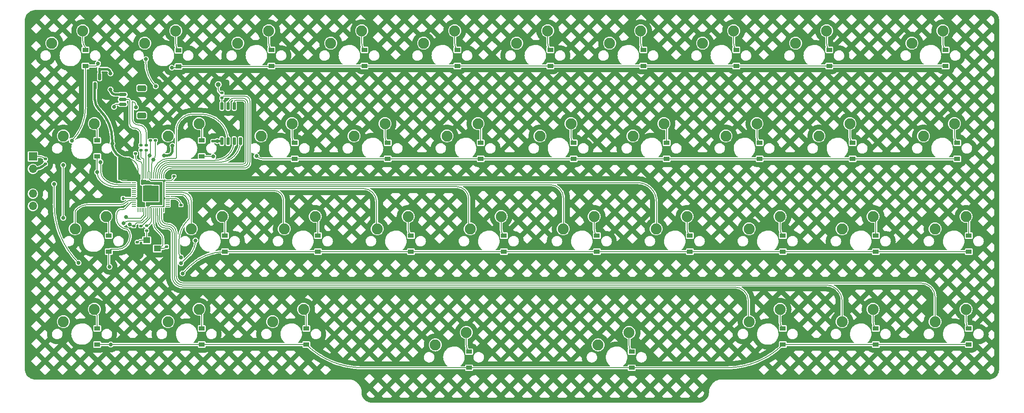
<source format=gbr>
%TF.GenerationSoftware,KiCad,Pcbnew,(6.0.7-1)-1*%
%TF.CreationDate,2022-08-08T11:53:52-04:00*%
%TF.ProjectId,shortiepie2040,73686f72-7469-4657-9069-65323034302e,rev?*%
%TF.SameCoordinates,Original*%
%TF.FileFunction,Copper,L2,Bot*%
%TF.FilePolarity,Positive*%
%FSLAX46Y46*%
G04 Gerber Fmt 4.6, Leading zero omitted, Abs format (unit mm)*
G04 Created by KiCad (PCBNEW (6.0.7-1)-1) date 2022-08-08 11:53:52*
%MOMM*%
%LPD*%
G01*
G04 APERTURE LIST*
G04 Aperture macros list*
%AMRoundRect*
0 Rectangle with rounded corners*
0 $1 Rounding radius*
0 $2 $3 $4 $5 $6 $7 $8 $9 X,Y pos of 4 corners*
0 Add a 4 corners polygon primitive as box body*
4,1,4,$2,$3,$4,$5,$6,$7,$8,$9,$2,$3,0*
0 Add four circle primitives for the rounded corners*
1,1,$1+$1,$2,$3*
1,1,$1+$1,$4,$5*
1,1,$1+$1,$6,$7*
1,1,$1+$1,$8,$9*
0 Add four rect primitives between the rounded corners*
20,1,$1+$1,$2,$3,$4,$5,0*
20,1,$1+$1,$4,$5,$6,$7,0*
20,1,$1+$1,$6,$7,$8,$9,0*
20,1,$1+$1,$8,$9,$2,$3,0*%
G04 Aperture macros list end*
%TA.AperFunction,ComponentPad*%
%ADD10C,2.250000*%
%TD*%
%TA.AperFunction,SMDPad,CuDef*%
%ADD11RoundRect,0.050000X0.387500X0.050000X-0.387500X0.050000X-0.387500X-0.050000X0.387500X-0.050000X0*%
%TD*%
%TA.AperFunction,SMDPad,CuDef*%
%ADD12RoundRect,0.050000X0.050000X0.387500X-0.050000X0.387500X-0.050000X-0.387500X0.050000X-0.387500X0*%
%TD*%
%TA.AperFunction,ComponentPad*%
%ADD13C,0.600000*%
%TD*%
%TA.AperFunction,SMDPad,CuDef*%
%ADD14RoundRect,0.144000X1.456000X1.456000X-1.456000X1.456000X-1.456000X-1.456000X1.456000X-1.456000X0*%
%TD*%
%TA.AperFunction,SMDPad,CuDef*%
%ADD15R,1.400000X1.200000*%
%TD*%
%TA.AperFunction,SMDPad,CuDef*%
%ADD16RoundRect,0.150000X0.150000X-0.587500X0.150000X0.587500X-0.150000X0.587500X-0.150000X-0.587500X0*%
%TD*%
%TA.AperFunction,SMDPad,CuDef*%
%ADD17RoundRect,0.150000X-0.150000X0.650000X-0.150000X-0.650000X0.150000X-0.650000X0.150000X0.650000X0*%
%TD*%
%TA.AperFunction,ComponentPad*%
%ADD18R,1.000000X1.000000*%
%TD*%
%TA.AperFunction,ComponentPad*%
%ADD19O,1.000000X1.000000*%
%TD*%
%TA.AperFunction,SMDPad,CuDef*%
%ADD20RoundRect,0.135000X0.185000X-0.135000X0.185000X0.135000X-0.185000X0.135000X-0.185000X-0.135000X0*%
%TD*%
%TA.AperFunction,SMDPad,CuDef*%
%ADD21RoundRect,0.135000X-0.185000X0.135000X-0.185000X-0.135000X0.185000X-0.135000X0.185000X0.135000X0*%
%TD*%
%TA.AperFunction,ComponentPad*%
%ADD22R,1.700000X1.700000*%
%TD*%
%TA.AperFunction,ComponentPad*%
%ADD23O,1.700000X1.700000*%
%TD*%
%TA.AperFunction,SMDPad,CuDef*%
%ADD24RoundRect,0.150000X-0.625000X0.150000X-0.625000X-0.150000X0.625000X-0.150000X0.625000X0.150000X0*%
%TD*%
%TA.AperFunction,SMDPad,CuDef*%
%ADD25RoundRect,0.250000X-0.650000X0.350000X-0.650000X-0.350000X0.650000X-0.350000X0.650000X0.350000X0*%
%TD*%
%TA.AperFunction,SMDPad,CuDef*%
%ADD26R,1.200000X0.900000*%
%TD*%
%TA.AperFunction,SMDPad,CuDef*%
%ADD27RoundRect,0.140000X0.140000X0.170000X-0.140000X0.170000X-0.140000X-0.170000X0.140000X-0.170000X0*%
%TD*%
%TA.AperFunction,SMDPad,CuDef*%
%ADD28RoundRect,0.140000X0.170000X-0.140000X0.170000X0.140000X-0.170000X0.140000X-0.170000X-0.140000X0*%
%TD*%
%TA.AperFunction,SMDPad,CuDef*%
%ADD29RoundRect,0.140000X-0.170000X0.140000X-0.170000X-0.140000X0.170000X-0.140000X0.170000X0.140000X0*%
%TD*%
%TA.AperFunction,ViaPad*%
%ADD30C,0.800000*%
%TD*%
%TA.AperFunction,Conductor*%
%ADD31C,0.500000*%
%TD*%
%TA.AperFunction,Conductor*%
%ADD32C,0.200000*%
%TD*%
G04 APERTURE END LIST*
D10*
%TO.P,MX2,1,COL*%
%TO.N,col0*%
X53046250Y-71810000D03*
%TO.P,MX2,2,ROW*%
%TO.N,Net-(D2-Pad2)*%
X59396250Y-69270000D03*
%TD*%
D11*
%TO.P,U1,1,IOVDD*%
%TO.N,+3V3*%
X74387500Y-81000000D03*
%TO.P,U1,2,GPIO0*%
%TO.N,col6*%
X74387500Y-81400000D03*
%TO.P,U1,3,GPIO1*%
%TO.N,col5*%
X74387500Y-81800000D03*
%TO.P,U1,4,GPIO2*%
%TO.N,col4*%
X74387500Y-82200000D03*
%TO.P,U1,5,GPIO3*%
%TO.N,col3*%
X74387500Y-82600000D03*
%TO.P,U1,6,GPIO4*%
%TO.N,col2*%
X74387500Y-83000000D03*
%TO.P,U1,7,GPIO5*%
%TO.N,col1*%
X74387500Y-83400000D03*
%TO.P,U1,8,GPIO6*%
%TO.N,row3*%
X74387500Y-83800000D03*
%TO.P,U1,9,GPIO7*%
%TO.N,unconnected-(U1-Pad9)*%
X74387500Y-84200000D03*
%TO.P,U1,10,IOVDD*%
%TO.N,+3V3*%
X74387500Y-84600000D03*
%TO.P,U1,11,GPIO8*%
%TO.N,unconnected-(U1-Pad11)*%
X74387500Y-85000000D03*
%TO.P,U1,12,GPIO9*%
%TO.N,unconnected-(U1-Pad12)*%
X74387500Y-85400000D03*
%TO.P,U1,13,GPIO10*%
%TO.N,unconnected-(U1-Pad13)*%
X74387500Y-85800000D03*
%TO.P,U1,14,GPIO11*%
%TO.N,unconnected-(U1-Pad14)*%
X74387500Y-86200000D03*
D12*
%TO.P,U1,15,GPIO12*%
%TO.N,unconnected-(U1-Pad15)*%
X73550000Y-87037500D03*
%TO.P,U1,16,GPIO13*%
%TO.N,col9*%
X73150000Y-87037500D03*
%TO.P,U1,17,GPIO14*%
%TO.N,col8*%
X72750000Y-87037500D03*
%TO.P,U1,18,GPIO15*%
%TO.N,col7*%
X72350000Y-87037500D03*
%TO.P,U1,19,TESTEN*%
%TO.N,GND*%
X71950000Y-87037500D03*
%TO.P,U1,20,XIN*%
%TO.N,XTAL_IN*%
X71550000Y-87037500D03*
%TO.P,U1,21,XOUT*%
%TO.N,XTAL_OUT*%
X71150000Y-87037500D03*
%TO.P,U1,22,IOVDD*%
%TO.N,+3V3*%
X70750000Y-87037500D03*
%TO.P,U1,23,DVDD*%
%TO.N,+1V1*%
X70350000Y-87037500D03*
%TO.P,U1,24,SWCLK*%
%TO.N,SWCLK*%
X69950000Y-87037500D03*
%TO.P,U1,25,SWD*%
%TO.N,SWDIO*%
X69550000Y-87037500D03*
%TO.P,U1,26,RUN*%
%TO.N,RESET*%
X69150000Y-87037500D03*
%TO.P,U1,27,GPIO16*%
%TO.N,unconnected-(U1-Pad27)*%
X68750000Y-87037500D03*
%TO.P,U1,28,GPIO17*%
%TO.N,unconnected-(U1-Pad28)*%
X68350000Y-87037500D03*
D11*
%TO.P,U1,29,GPIO18*%
%TO.N,unconnected-(U1-Pad29)*%
X67512500Y-86200000D03*
%TO.P,U1,30,GPIO19*%
%TO.N,unconnected-(U1-Pad30)*%
X67512500Y-85800000D03*
%TO.P,U1,31,GPIO20*%
%TO.N,row2*%
X67512500Y-85400000D03*
%TO.P,U1,32,GPIO21*%
%TO.N,col0*%
X67512500Y-85000000D03*
%TO.P,U1,33,IOVDD*%
%TO.N,+3V3*%
X67512500Y-84600000D03*
%TO.P,U1,34,GPIO22*%
%TO.N,unconnected-(U1-Pad34)*%
X67512500Y-84200000D03*
%TO.P,U1,35,GPIO23*%
%TO.N,unconnected-(U1-Pad35)*%
X67512500Y-83800000D03*
%TO.P,U1,36,GPIO24*%
%TO.N,unconnected-(U1-Pad36)*%
X67512500Y-83400000D03*
%TO.P,U1,37,GPIO25*%
%TO.N,unconnected-(U1-Pad37)*%
X67512500Y-83000000D03*
%TO.P,U1,38,GPIO26_ADC0*%
%TO.N,unconnected-(U1-Pad38)*%
X67512500Y-82600000D03*
%TO.P,U1,39,GPIO27_ADC1*%
%TO.N,row1*%
X67512500Y-82200000D03*
%TO.P,U1,40,GPIO28_ADC2*%
%TO.N,row0*%
X67512500Y-81800000D03*
%TO.P,U1,41,GPIO29_ADC3*%
%TO.N,unconnected-(U1-Pad41)*%
X67512500Y-81400000D03*
%TO.P,U1,42,IOVDD*%
%TO.N,+3V3*%
X67512500Y-81000000D03*
D12*
%TO.P,U1,43,ADC_AVDD*%
X68350000Y-80162500D03*
%TO.P,U1,44,VREG_IN*%
X68750000Y-80162500D03*
%TO.P,U1,45,VREG_VOUT*%
%TO.N,+1V1*%
X69150000Y-80162500D03*
%TO.P,U1,46,USB_DM*%
%TO.N,Net-(R_DATA2-Pad2)*%
X69550000Y-80162500D03*
%TO.P,U1,47,USB_DP*%
%TO.N,Net-(R_DATA1-Pad2)*%
X69950000Y-80162500D03*
%TO.P,U1,48,USB_VDD*%
%TO.N,+3V3*%
X70350000Y-80162500D03*
%TO.P,U1,49,IOVDD*%
X70750000Y-80162500D03*
%TO.P,U1,50,DVDD*%
%TO.N,+1V1*%
X71150000Y-80162500D03*
%TO.P,U1,51,QSPI_SD3*%
%TO.N,SD3*%
X71550000Y-80162500D03*
%TO.P,U1,52,QSPI_SCLK*%
%TO.N,QSPI_CLK*%
X71950000Y-80162500D03*
%TO.P,U1,53,QSPI_SD0*%
%TO.N,SD0*%
X72350000Y-80162500D03*
%TO.P,U1,54,QSPI_SD2*%
%TO.N,SD2*%
X72750000Y-80162500D03*
%TO.P,U1,55,QSPI_SD1*%
%TO.N,SD1*%
X73150000Y-80162500D03*
%TO.P,U1,56,QSPI_SS*%
%TO.N,CS*%
X73550000Y-80162500D03*
D13*
%TO.P,U1,57,GND*%
%TO.N,GND*%
X72225000Y-82325000D03*
X70950000Y-82325000D03*
X69675000Y-82325000D03*
D14*
X70950000Y-83600000D03*
D13*
X70950000Y-83600000D03*
X72225000Y-83600000D03*
X70950000Y-84875000D03*
X72225000Y-84875000D03*
X69675000Y-84875000D03*
X69675000Y-83600000D03*
%TD*%
D10*
%TO.P,MX36,1,COL*%
%TO.N,col9*%
X229258750Y-71810000D03*
%TO.P,MX36,2,ROW*%
%TO.N,Net-(D36-Pad2)*%
X235608750Y-69270000D03*
%TD*%
D15*
%TO.P,Y1,1,1*%
%TO.N,Net-(C_Crystal2-Pad2)*%
X70100000Y-93200000D03*
%TO.P,Y1,2,2*%
%TO.N,GND*%
X72300000Y-93200000D03*
%TO.P,Y1,3,3*%
%TO.N,XTAL_IN*%
X72300000Y-94900000D03*
%TO.P,Y1,4,4*%
%TO.N,GND*%
X70100000Y-94900000D03*
%TD*%
D16*
%TO.P,U3,1,GND*%
%TO.N,GND*%
X61400000Y-61487500D03*
%TO.P,U3,2,VO*%
%TO.N,+3V3*%
X59500000Y-61487500D03*
%TO.P,U3,3,VI*%
%TO.N,+5V*%
X60450000Y-59612500D03*
%TD*%
D17*
%TO.P,U2,1,~{CS}*%
%TO.N,CS*%
X85495000Y-65650000D03*
%TO.P,U2,2,DO(IO1)*%
%TO.N,SD1*%
X86765000Y-65650000D03*
%TO.P,U2,3,IO2*%
%TO.N,SD2*%
X88035000Y-65650000D03*
%TO.P,U2,4,GND*%
%TO.N,GND*%
X89305000Y-65650000D03*
%TO.P,U2,5,DI(IO0)*%
%TO.N,SD0*%
X89305000Y-72850000D03*
%TO.P,U2,6,CLK*%
%TO.N,QSPI_CLK*%
X88035000Y-72850000D03*
%TO.P,U2,7,IO3*%
%TO.N,SD3*%
X86765000Y-72850000D03*
%TO.P,U2,8,VCC*%
%TO.N,+3V3*%
X85495000Y-72850000D03*
%TD*%
D18*
%TO.P,SW1,1,1*%
%TO.N,GND*%
X86050000Y-61250000D03*
D19*
%TO.P,SW1,2,2*%
%TO.N,Net-(R_Flash1-Pad1)*%
X84780000Y-61250000D03*
%TD*%
D20*
%TO.P,R_RST1,2*%
%TO.N,RESET*%
X49350000Y-76540000D03*
%TO.P,R_RST1,1*%
%TO.N,+3V3*%
X49350000Y-77560000D03*
%TD*%
D21*
%TO.P,R_Flash1,1*%
%TO.N,Net-(R_Flash1-Pad1)*%
X85500000Y-62990000D03*
%TO.P,R_Flash1,2*%
%TO.N,CS*%
X85500000Y-64010000D03*
%TD*%
%TO.P,R_DATA2,1*%
%TO.N,D-*%
X68900000Y-73690000D03*
%TO.P,R_DATA2,2*%
%TO.N,Net-(R_DATA2-Pad2)*%
X68900000Y-74710000D03*
%TD*%
%TO.P,R_DATA1,1*%
%TO.N,D+*%
X70000000Y-73690000D03*
%TO.P,R_DATA1,2*%
%TO.N,Net-(R_DATA1-Pad2)*%
X70000000Y-74710000D03*
%TD*%
D20*
%TO.P,R_Crystal1,1*%
%TO.N,Net-(C_Crystal2-Pad2)*%
X70100000Y-91260000D03*
%TO.P,R_Crystal1,2*%
%TO.N,XTAL_OUT*%
X70100000Y-90240000D03*
%TD*%
D10*
%TO.P,MX38,1,COL*%
%TO.N,col9*%
X231640000Y-109910000D03*
%TO.P,MX38,2,ROW*%
%TO.N,Net-(D38-Pad2)*%
X237990000Y-107370000D03*
%TD*%
%TO.P,MX37,1,COL*%
%TO.N,col9*%
X231640000Y-90860000D03*
%TO.P,MX37,2,ROW*%
%TO.N,Net-(D37-Pad2)*%
X237990000Y-88320000D03*
%TD*%
%TO.P,MX35,1,COL*%
%TO.N,col9*%
X226877500Y-52760000D03*
%TO.P,MX35,2,ROW*%
%TO.N,Net-(D35-Pad2)*%
X233227500Y-50220000D03*
%TD*%
%TO.P,MX34,1,COL*%
%TO.N,col8*%
X212590000Y-109910000D03*
%TO.P,MX34,2,ROW*%
%TO.N,Net-(D34-Pad2)*%
X218940000Y-107370000D03*
%TD*%
%TO.P,MX33,1,COL*%
%TO.N,col8*%
X212590000Y-90860000D03*
%TO.P,MX33,2,ROW*%
%TO.N,Net-(D33-Pad2)*%
X218940000Y-88320000D03*
%TD*%
%TO.P,MX32,1,COL*%
%TO.N,col8*%
X207827500Y-71810000D03*
%TO.P,MX32,2,ROW*%
%TO.N,Net-(D32-Pad2)*%
X214177500Y-69270000D03*
%TD*%
%TO.P,MX31,1,COL*%
%TO.N,col8*%
X203065000Y-52760000D03*
%TO.P,MX31,2,ROW*%
%TO.N,Net-(D31-Pad2)*%
X209415000Y-50220000D03*
%TD*%
%TO.P,MX30,1,COL*%
%TO.N,col7*%
X193540000Y-109910000D03*
%TO.P,MX30,2,ROW*%
%TO.N,Net-(D30-Pad2)*%
X199890000Y-107370000D03*
%TD*%
%TO.P,MX29,1,COL*%
%TO.N,col7*%
X193540000Y-90860000D03*
%TO.P,MX29,2,ROW*%
%TO.N,Net-(D29-Pad2)*%
X199890000Y-88320000D03*
%TD*%
%TO.P,MX28,1,COL*%
%TO.N,col7*%
X188777500Y-71810000D03*
%TO.P,MX28,2,ROW*%
%TO.N,Net-(D28-Pad2)*%
X195127500Y-69270000D03*
%TD*%
%TO.P,MX27,1,COL*%
%TO.N,col7*%
X184015000Y-52760000D03*
%TO.P,MX27,2,ROW*%
%TO.N,Net-(D27-Pad2)*%
X190365000Y-50220000D03*
%TD*%
%TO.P,MX26,1,COL*%
%TO.N,col6*%
X174490000Y-90860000D03*
%TO.P,MX26,2,ROW*%
%TO.N,Net-(D26-Pad2)*%
X180840000Y-88320000D03*
%TD*%
%TO.P,MX25,1,COL*%
%TO.N,col6*%
X169727500Y-71810000D03*
%TO.P,MX25,2,ROW*%
%TO.N,Net-(D25-Pad2)*%
X176077500Y-69270000D03*
%TD*%
%TO.P,MX24,1,COL*%
%TO.N,col6*%
X164965000Y-52760000D03*
%TO.P,MX24,2,ROW*%
%TO.N,Net-(D24-Pad2)*%
X171315000Y-50220000D03*
%TD*%
%TO.P,MX23,1,COL*%
%TO.N,col5*%
X162583750Y-114672500D03*
%TO.P,MX23,2,ROW*%
%TO.N,Net-(D23-Pad2)*%
X168933750Y-112132500D03*
%TD*%
%TO.P,MX22,1,COL*%
%TO.N,col5*%
X155440000Y-90860000D03*
%TO.P,MX22,2,ROW*%
%TO.N,Net-(D22-Pad2)*%
X161790000Y-88320000D03*
%TD*%
%TO.P,MX21,1,COL*%
%TO.N,col5*%
X150677500Y-71810000D03*
%TO.P,MX21,2,ROW*%
%TO.N,Net-(D21-Pad2)*%
X157027500Y-69270000D03*
%TD*%
%TO.P,MX20,1,COL*%
%TO.N,col5*%
X145915000Y-52760000D03*
%TO.P,MX20,2,ROW*%
%TO.N,Net-(D20-Pad2)*%
X152265000Y-50220000D03*
%TD*%
%TO.P,MX19,1,COL*%
%TO.N,col4*%
X129246250Y-114672500D03*
%TO.P,MX19,2,ROW*%
%TO.N,Net-(D19-Pad2)*%
X135596250Y-112132500D03*
%TD*%
%TO.P,MX18,2,ROW*%
%TO.N,Net-(D18-Pad2)*%
X142740000Y-88320000D03*
%TO.P,MX18,1,COL*%
%TO.N,col4*%
X136390000Y-90860000D03*
%TD*%
%TO.P,MX17,1,COL*%
%TO.N,col4*%
X131627500Y-71810000D03*
%TO.P,MX17,2,ROW*%
%TO.N,Net-(D17-Pad2)*%
X137977500Y-69270000D03*
%TD*%
%TO.P,MX16,1,COL*%
%TO.N,col4*%
X126865000Y-52760000D03*
%TO.P,MX16,2,ROW*%
%TO.N,Net-(D16-Pad2)*%
X133215000Y-50220000D03*
%TD*%
%TO.P,MX15,1,COL*%
%TO.N,col3*%
X117340000Y-90860000D03*
%TO.P,MX15,2,ROW*%
%TO.N,Net-(D15-Pad2)*%
X123690000Y-88320000D03*
%TD*%
%TO.P,MX14,1,COL*%
%TO.N,col3*%
X112577500Y-71810000D03*
%TO.P,MX14,2,ROW*%
%TO.N,Net-(D14-Pad2)*%
X118927500Y-69270000D03*
%TD*%
%TO.P,MX13,1,COL*%
%TO.N,col3*%
X107815000Y-52760000D03*
%TO.P,MX13,2,ROW*%
%TO.N,Net-(D13-Pad2)*%
X114165000Y-50220000D03*
%TD*%
%TO.P,MX12,1,COL*%
%TO.N,col2*%
X95908750Y-109910000D03*
%TO.P,MX12,2,ROW*%
%TO.N,Net-(D12-Pad2)*%
X102258750Y-107370000D03*
%TD*%
%TO.P,MX11,1,COL*%
%TO.N,col2*%
X98290000Y-90860000D03*
%TO.P,MX11,2,ROW*%
%TO.N,Net-(D11-Pad2)*%
X104640000Y-88320000D03*
%TD*%
%TO.P,MX10,1,COL*%
%TO.N,col2*%
X93527500Y-71810000D03*
%TO.P,MX10,2,ROW*%
%TO.N,Net-(D10-Pad2)*%
X99877500Y-69270000D03*
%TD*%
%TO.P,MX9,1,COL*%
%TO.N,col2*%
X88765000Y-52760000D03*
%TO.P,MX9,2,ROW*%
%TO.N,Net-(D9-Pad2)*%
X95115000Y-50220000D03*
%TD*%
%TO.P,MX8,1,COL*%
%TO.N,col1*%
X74477500Y-109910000D03*
%TO.P,MX8,2,ROW*%
%TO.N,Net-(D8-Pad2)*%
X80827500Y-107370000D03*
%TD*%
%TO.P,MX7,1,COL*%
%TO.N,col1*%
X79240000Y-90860000D03*
%TO.P,MX7,2,ROW*%
%TO.N,Net-(D7-Pad2)*%
X85590000Y-88320000D03*
%TD*%
%TO.P,MX6,1,COL*%
%TO.N,col1*%
X74477500Y-71810000D03*
%TO.P,MX6,2,ROW*%
%TO.N,Net-(D6-Pad2)*%
X80827500Y-69270000D03*
%TD*%
%TO.P,MX5,1,COL*%
%TO.N,col1*%
X69715000Y-52760000D03*
%TO.P,MX5,2,ROW*%
%TO.N,Net-(D5-Pad2)*%
X76065000Y-50220000D03*
%TD*%
%TO.P,MX4,1,COL*%
%TO.N,col0*%
X53046250Y-109910000D03*
%TO.P,MX4,2,ROW*%
%TO.N,Net-(D4-Pad2)*%
X59396250Y-107370000D03*
%TD*%
%TO.P,MX3,1,COL*%
%TO.N,col0*%
X55427500Y-90860000D03*
%TO.P,MX3,2,ROW*%
%TO.N,Net-(D3-Pad2)*%
X61777500Y-88320000D03*
%TD*%
%TO.P,MX1,2,ROW*%
%TO.N,Net-(D1-Pad2)*%
X57015000Y-50220000D03*
%TO.P,MX1,1,COL*%
%TO.N,col0*%
X50665000Y-52760000D03*
%TD*%
D22*
%TO.P,J2,1,Pin_1*%
%TO.N,RESET*%
X46800000Y-76025000D03*
D23*
%TO.P,J2,2,Pin_2*%
%TO.N,+3V3*%
X46800000Y-78565000D03*
%TO.P,J2,3,Pin_3*%
%TO.N,GND*%
X46800000Y-81105000D03*
%TO.P,J2,4,Pin_4*%
%TO.N,SWDIO*%
X46800000Y-83645000D03*
%TO.P,J2,5,Pin_5*%
%TO.N,SWCLK*%
X46800000Y-86185000D03*
%TD*%
D24*
%TO.P,J1,1,Pin_1*%
%TO.N,+5V*%
X65200000Y-63300000D03*
%TO.P,J1,2,Pin_2*%
%TO.N,D-*%
X65200000Y-64300000D03*
%TO.P,J1,3,Pin_3*%
%TO.N,D+*%
X65200000Y-65300000D03*
%TO.P,J1,4,Pin_4*%
%TO.N,GND*%
X65200000Y-66300000D03*
D25*
%TO.P,J1,MP*%
%TO.N,N/C*%
X69075000Y-67600000D03*
X69075000Y-62000000D03*
%TD*%
D26*
%TO.P,D38,1,K*%
%TO.N,row3*%
X238550000Y-114600000D03*
%TO.P,D38,2,A*%
%TO.N,Net-(D38-Pad2)*%
X238550000Y-111300000D03*
%TD*%
%TO.P,D37,1,K*%
%TO.N,row2*%
X238550000Y-95550000D03*
%TO.P,D37,2,A*%
%TO.N,Net-(D37-Pad2)*%
X238550000Y-92250000D03*
%TD*%
%TO.P,D36,1,K*%
%TO.N,row1*%
X236168750Y-76500000D03*
%TO.P,D36,2,A*%
%TO.N,Net-(D36-Pad2)*%
X236168750Y-73200000D03*
%TD*%
%TO.P,D35,1,K*%
%TO.N,row0*%
X233787500Y-57450000D03*
%TO.P,D35,2,A*%
%TO.N,Net-(D35-Pad2)*%
X233787500Y-54150000D03*
%TD*%
%TO.P,D34,1,K*%
%TO.N,row3*%
X219500000Y-114600000D03*
%TO.P,D34,2,A*%
%TO.N,Net-(D34-Pad2)*%
X219500000Y-111300000D03*
%TD*%
%TO.P,D33,1,K*%
%TO.N,row2*%
X219500000Y-95550000D03*
%TO.P,D33,2,A*%
%TO.N,Net-(D33-Pad2)*%
X219500000Y-92250000D03*
%TD*%
%TO.P,D32,1,K*%
%TO.N,row1*%
X214737500Y-76500000D03*
%TO.P,D32,2,A*%
%TO.N,Net-(D32-Pad2)*%
X214737500Y-73200000D03*
%TD*%
%TO.P,D31,1,K*%
%TO.N,row0*%
X209975000Y-57450000D03*
%TO.P,D31,2,A*%
%TO.N,Net-(D31-Pad2)*%
X209975000Y-54150000D03*
%TD*%
%TO.P,D30,1,K*%
%TO.N,row3*%
X200450000Y-114600000D03*
%TO.P,D30,2,A*%
%TO.N,Net-(D30-Pad2)*%
X200450000Y-111300000D03*
%TD*%
%TO.P,D29,1,K*%
%TO.N,row2*%
X200450000Y-95550000D03*
%TO.P,D29,2,A*%
%TO.N,Net-(D29-Pad2)*%
X200450000Y-92250000D03*
%TD*%
%TO.P,D28,1,K*%
%TO.N,row1*%
X195687500Y-76500000D03*
%TO.P,D28,2,A*%
%TO.N,Net-(D28-Pad2)*%
X195687500Y-73200000D03*
%TD*%
%TO.P,D27,1,K*%
%TO.N,row0*%
X190925000Y-57450000D03*
%TO.P,D27,2,A*%
%TO.N,Net-(D27-Pad2)*%
X190925000Y-54150000D03*
%TD*%
%TO.P,D26,1,K*%
%TO.N,row2*%
X181400000Y-95550000D03*
%TO.P,D26,2,A*%
%TO.N,Net-(D26-Pad2)*%
X181400000Y-92250000D03*
%TD*%
%TO.P,D25,1,K*%
%TO.N,row1*%
X176637500Y-76500000D03*
%TO.P,D25,2,A*%
%TO.N,Net-(D25-Pad2)*%
X176637500Y-73200000D03*
%TD*%
%TO.P,D24,1,K*%
%TO.N,row0*%
X171875000Y-57450000D03*
%TO.P,D24,2,A*%
%TO.N,Net-(D24-Pad2)*%
X171875000Y-54150000D03*
%TD*%
%TO.P,D23,1,K*%
%TO.N,row3*%
X169493750Y-119362500D03*
%TO.P,D23,2,A*%
%TO.N,Net-(D23-Pad2)*%
X169493750Y-116062500D03*
%TD*%
%TO.P,D22,1,K*%
%TO.N,row2*%
X162350000Y-95550000D03*
%TO.P,D22,2,A*%
%TO.N,Net-(D22-Pad2)*%
X162350000Y-92250000D03*
%TD*%
%TO.P,D21,1,K*%
%TO.N,row1*%
X157587500Y-76500000D03*
%TO.P,D21,2,A*%
%TO.N,Net-(D21-Pad2)*%
X157587500Y-73200000D03*
%TD*%
%TO.P,D20,1,K*%
%TO.N,row0*%
X152825000Y-57450000D03*
%TO.P,D20,2,A*%
%TO.N,Net-(D20-Pad2)*%
X152825000Y-54150000D03*
%TD*%
%TO.P,D19,1,K*%
%TO.N,row3*%
X136156250Y-119362500D03*
%TO.P,D19,2,A*%
%TO.N,Net-(D19-Pad2)*%
X136156250Y-116062500D03*
%TD*%
%TO.P,D18,1,K*%
%TO.N,row2*%
X143300000Y-95550000D03*
%TO.P,D18,2,A*%
%TO.N,Net-(D18-Pad2)*%
X143300000Y-92250000D03*
%TD*%
%TO.P,D17,1,K*%
%TO.N,row1*%
X138537500Y-76500000D03*
%TO.P,D17,2,A*%
%TO.N,Net-(D17-Pad2)*%
X138537500Y-73200000D03*
%TD*%
%TO.P,D16,1,K*%
%TO.N,row0*%
X133775000Y-57450000D03*
%TO.P,D16,2,A*%
%TO.N,Net-(D16-Pad2)*%
X133775000Y-54150000D03*
%TD*%
%TO.P,D15,1,K*%
%TO.N,row2*%
X124250000Y-95550000D03*
%TO.P,D15,2,A*%
%TO.N,Net-(D15-Pad2)*%
X124250000Y-92250000D03*
%TD*%
%TO.P,D14,1,K*%
%TO.N,row1*%
X119487500Y-76500000D03*
%TO.P,D14,2,A*%
%TO.N,Net-(D14-Pad2)*%
X119487500Y-73200000D03*
%TD*%
%TO.P,D13,1,K*%
%TO.N,row0*%
X114725000Y-57450000D03*
%TO.P,D13,2,A*%
%TO.N,Net-(D13-Pad2)*%
X114725000Y-54150000D03*
%TD*%
%TO.P,D12,1,K*%
%TO.N,row3*%
X102818750Y-114600000D03*
%TO.P,D12,2,A*%
%TO.N,Net-(D12-Pad2)*%
X102818750Y-111300000D03*
%TD*%
%TO.P,D11,1,K*%
%TO.N,row2*%
X105200000Y-95550000D03*
%TO.P,D11,2,A*%
%TO.N,Net-(D11-Pad2)*%
X105200000Y-92250000D03*
%TD*%
%TO.P,D10,1,K*%
%TO.N,row1*%
X100437500Y-76500000D03*
%TO.P,D10,2,A*%
%TO.N,Net-(D10-Pad2)*%
X100437500Y-73200000D03*
%TD*%
%TO.P,D9,1,K*%
%TO.N,row0*%
X95675000Y-57450000D03*
%TO.P,D9,2,A*%
%TO.N,Net-(D9-Pad2)*%
X95675000Y-54150000D03*
%TD*%
%TO.P,D8,1,K*%
%TO.N,row3*%
X81387500Y-114600000D03*
%TO.P,D8,2,A*%
%TO.N,Net-(D8-Pad2)*%
X81387500Y-111300000D03*
%TD*%
%TO.P,D7,1,K*%
%TO.N,row2*%
X86150000Y-95550000D03*
%TO.P,D7,2,A*%
%TO.N,Net-(D7-Pad2)*%
X86150000Y-92250000D03*
%TD*%
%TO.P,D6,1,K*%
%TO.N,row1*%
X81387500Y-76000000D03*
%TO.P,D6,2,A*%
%TO.N,Net-(D6-Pad2)*%
X81387500Y-72700000D03*
%TD*%
%TO.P,D5,1,K*%
%TO.N,row0*%
X76625000Y-57550000D03*
%TO.P,D5,2,A*%
%TO.N,Net-(D5-Pad2)*%
X76625000Y-54250000D03*
%TD*%
%TO.P,D4,1,K*%
%TO.N,row3*%
X59956250Y-114600000D03*
%TO.P,D4,2,A*%
%TO.N,Net-(D4-Pad2)*%
X59956250Y-111300000D03*
%TD*%
%TO.P,D3,1,K*%
%TO.N,row2*%
X62337500Y-95550000D03*
%TO.P,D3,2,A*%
%TO.N,Net-(D3-Pad2)*%
X62337500Y-92250000D03*
%TD*%
%TO.P,D2,1,K*%
%TO.N,row1*%
X59956250Y-76000000D03*
%TO.P,D2,2,A*%
%TO.N,Net-(D2-Pad2)*%
X59956250Y-72700000D03*
%TD*%
%TO.P,D1,1,K*%
%TO.N,row0*%
X57575000Y-57450000D03*
%TO.P,D1,2,A*%
%TO.N,Net-(D1-Pad2)*%
X57575000Y-54150000D03*
%TD*%
D27*
%TO.P,C_LD2,1*%
%TO.N,+3V3*%
X59480000Y-63200000D03*
%TO.P,C_LD2,2*%
%TO.N,GND*%
X58520000Y-63200000D03*
%TD*%
%TO.P,C_LD1,1*%
%TO.N,+5V*%
X60430000Y-58100000D03*
%TO.P,C_LD1,2*%
%TO.N,GND*%
X59470000Y-58100000D03*
%TD*%
D28*
%TO.P,C_Flash1,1*%
%TO.N,+3V3*%
X83650000Y-72880000D03*
%TO.P,C_Flash1,2*%
%TO.N,GND*%
X83650000Y-71920000D03*
%TD*%
%TO.P,C_Crystal2,1*%
%TO.N,GND*%
X68200000Y-94530000D03*
%TO.P,C_Crystal2,2*%
%TO.N,Net-(C_Crystal2-Pad2)*%
X68200000Y-93570000D03*
%TD*%
D29*
%TO.P,C_Crystal1,1*%
%TO.N,GND*%
X74200000Y-93570000D03*
%TO.P,C_Crystal1,2*%
%TO.N,XTAL_IN*%
X74200000Y-94530000D03*
%TD*%
D28*
%TO.P,C_3V-Decoup9,1*%
%TO.N,+3V3*%
X75700000Y-80080000D03*
%TO.P,C_3V-Decoup9,2*%
%TO.N,GND*%
X75700000Y-79120000D03*
%TD*%
D29*
%TO.P,C_3V-Decoup8,1*%
%TO.N,+3V3*%
X68950000Y-90270000D03*
%TO.P,C_3V-Decoup8,2*%
%TO.N,GND*%
X68950000Y-91230000D03*
%TD*%
D27*
%TO.P,C_3V-Decoup7,1*%
%TO.N,+3V3*%
X64530000Y-78950000D03*
%TO.P,C_3V-Decoup7,2*%
%TO.N,GND*%
X63570000Y-78950000D03*
%TD*%
D29*
%TO.P,C_3V-Decoup6,1*%
%TO.N,+3V3*%
X77100000Y-85970000D03*
%TO.P,C_3V-Decoup6,2*%
%TO.N,GND*%
X77100000Y-86930000D03*
%TD*%
D27*
%TO.P,C_3V-Decoup5,1*%
%TO.N,+3V3*%
X64530000Y-80000000D03*
%TO.P,C_3V-Decoup5,2*%
%TO.N,GND*%
X63570000Y-80000000D03*
%TD*%
%TO.P,C_3V-Decoup4,1*%
%TO.N,+3V3*%
X65280000Y-84600000D03*
%TO.P,C_3V-Decoup4,2*%
%TO.N,GND*%
X64320000Y-84600000D03*
%TD*%
D28*
%TO.P,C_3V-Decoup3,1*%
%TO.N,+3V3*%
X70900000Y-72730000D03*
%TO.P,C_3V-Decoup3,2*%
%TO.N,GND*%
X70900000Y-71770000D03*
%TD*%
%TO.P,C_3V-Decoup2,1*%
%TO.N,+3V3*%
X66200000Y-76480000D03*
%TO.P,C_3V-Decoup2,2*%
%TO.N,GND*%
X66200000Y-75520000D03*
%TD*%
D27*
%TO.P,C_3V-Decoup1,1*%
%TO.N,+3V3*%
X59480000Y-64250000D03*
%TO.P,C_3V-Decoup1,2*%
%TO.N,GND*%
X58520000Y-64250000D03*
%TD*%
D29*
%TO.P,C_1V-Decoup3,1*%
%TO.N,+1V1*%
X67450000Y-90270000D03*
%TO.P,C_1V-Decoup3,2*%
%TO.N,GND*%
X67450000Y-91230000D03*
%TD*%
D28*
%TO.P,C_1V-Decoup2,2*%
%TO.N,GND*%
X71900000Y-71770000D03*
%TO.P,C_1V-Decoup2,1*%
%TO.N,+1V1*%
X71900000Y-72730000D03*
%TD*%
%TO.P,C_1V-Decoup1,1*%
%TO.N,+1V1*%
X67800000Y-75410000D03*
%TO.P,C_1V-Decoup1,2*%
%TO.N,GND*%
X67800000Y-74450000D03*
%TD*%
D30*
%TO.N,+3V3*%
X73650000Y-75800000D03*
%TO.N,SWCLK*%
X65355000Y-89745000D03*
%TO.N,row3*%
X77100000Y-96700000D03*
X62750000Y-114600000D03*
%TO.N,row2*%
X62500000Y-98650000D03*
X77450000Y-100000000D03*
%TO.N,row0*%
X54750000Y-72800000D03*
X60655750Y-77146910D03*
%TO.N,row1*%
X92600000Y-75950000D03*
X77150000Y-97950000D03*
X56150000Y-97850000D03*
X51150000Y-81650000D03*
X59956250Y-79225140D03*
X80100000Y-93250000D03*
X83750000Y-76000000D03*
%TO.N,col1*%
X71950000Y-61600000D03*
X69950000Y-56050000D03*
%TO.N,col0*%
X53000000Y-88600000D03*
X53000000Y-77800000D03*
%TO.N,SWDIO*%
X65849500Y-88402094D03*
%TO.N,+3V3*%
X75400000Y-73800000D03*
X84550000Y-72850000D03*
%TO.N,GND*%
X89300000Y-67150000D03*
%TO.N,row0*%
X75250000Y-57800000D03*
X60150000Y-56950000D03*
%TO.N,+1V1*%
X66600000Y-89950000D03*
%TO.N,GND*%
X71250000Y-91650000D03*
X74200000Y-92550000D03*
X68200000Y-95950000D03*
X64300000Y-83800000D03*
%TO.N,+3V3*%
X63050000Y-73330000D03*
X70700000Y-75850000D03*
%TO.N,+1V1*%
X71500000Y-76650000D03*
%TO.N,D+*%
X63400000Y-65850000D03*
X67900000Y-65950000D03*
%TO.N,+5V*%
X62700000Y-62250000D03*
X62700000Y-58950000D03*
%TO.N,GND*%
X61900000Y-63100000D03*
X62400000Y-78250000D03*
X76950000Y-79550000D03*
%TO.N,+1V1*%
X70350000Y-85800000D03*
X70400000Y-81350000D03*
%TO.N,GND*%
X76500000Y-87700000D03*
%TD*%
D31*
%TO.N,+3V3*%
X60349741Y-66349742D02*
X60550000Y-66550000D01*
X60349738Y-66349745D02*
G75*
G02*
X59480000Y-64250000I2099762J2099745D01*
G01*
X63049985Y-72585533D02*
G75*
G03*
X60549999Y-66550001I-8535485J33D01*
G01*
X63050000Y-72585533D02*
X63050000Y-73330000D01*
D32*
%TO.N,+1V1*%
X71149990Y-77494974D02*
G75*
G02*
X71500000Y-76650000I1195010J-26D01*
G01*
X71150000Y-77494974D02*
X71150000Y-80162500D01*
X71900000Y-72730000D02*
X71900000Y-75684315D01*
X71499996Y-76649996D02*
G75*
G03*
X71900000Y-75684315I-965696J965696D01*
G01*
D31*
%TO.N,+3V3*%
X74446447Y-75800019D02*
G75*
G03*
X75050000Y-75550000I-47J853619D01*
G01*
X74446447Y-75800000D02*
X73650000Y-75800000D01*
D32*
%TO.N,CS*%
X73550000Y-80150000D02*
X73550000Y-80062102D01*
%TO.N,SD1*%
X73150000Y-80162500D02*
X73150000Y-79812425D01*
%TO.N,SD2*%
X72750000Y-80162500D02*
X72750000Y-79769755D01*
%TO.N,SD0*%
X72350000Y-80162500D02*
X72350000Y-79739812D01*
%TO.N,QSPI_CLK*%
X71950000Y-80162500D02*
X71950000Y-79569273D01*
%TO.N,SD3*%
X71550000Y-80162500D02*
X71550000Y-79460546D01*
D31*
%TO.N,+3V3*%
X75049993Y-75549993D02*
G75*
G03*
X75400000Y-74705026I-844993J844993D01*
G01*
X75400000Y-73800000D02*
X75400000Y-74705026D01*
D32*
%TO.N,GND*%
X72293002Y-90492988D02*
G75*
G02*
X71950000Y-89664932I828098J828088D01*
G01*
X74200009Y-92550000D02*
G75*
G03*
X74093934Y-92293934I-362109J0D01*
G01*
X71950000Y-87037500D02*
X71950000Y-89664932D01*
X72292995Y-90492995D02*
X74093934Y-92293934D01*
%TO.N,col9*%
X74407064Y-89900000D02*
X74349606Y-89899998D01*
%TO.N,col8*%
X74296968Y-90300000D02*
X74072344Y-90299995D01*
%TO.N,col7*%
X74300000Y-90700000D02*
X73913044Y-90700000D01*
%TO.N,row2*%
X66184321Y-90934308D02*
G75*
G02*
X66750000Y-92300000I-1365721J-1365692D01*
G01*
X65676776Y-86723223D02*
X66000000Y-86400000D01*
X64712132Y-86900014D02*
G75*
G03*
X64350001Y-87050001I-32J-512086D01*
G01*
X64733259Y-90333286D02*
G75*
G03*
X66184315Y-90934314I1451041J1451086D01*
G01*
X66749987Y-92300000D02*
G75*
G02*
X65901471Y-94348529I-2897087J0D01*
G01*
X65900014Y-94350014D02*
G75*
G02*
X64210051Y-95050000I-1689914J1689914D01*
G01*
X63950008Y-88772183D02*
G75*
G03*
X64500001Y-90099999I1877792J-17D01*
G01*
X63950000Y-88772183D02*
X63950000Y-88015685D01*
X64350004Y-87050004D02*
G75*
G03*
X63950000Y-88015685I965696J-965696D01*
G01*
X65676786Y-86723233D02*
G75*
G02*
X65250000Y-86900000I-426786J426833D01*
G01*
X62837500Y-95050000D02*
G75*
G03*
X62337500Y-95550000I0J-500000D01*
G01*
X64733272Y-90333273D02*
X64500000Y-90100000D01*
X67024264Y-85399974D02*
G75*
G03*
X66948743Y-85431282I36J-106826D01*
G01*
X62837500Y-95050000D02*
X64210051Y-95050000D01*
X64712132Y-86900000D02*
X65250000Y-86900000D01*
X65900000Y-94350000D02*
X65901471Y-94348529D01*
X66000000Y-86400000D02*
X66000000Y-86380025D01*
X66000000Y-86380025D02*
X66948743Y-85431282D01*
X67024264Y-85400000D02*
X67512500Y-85400000D01*
%TO.N,SWCLK*%
X69950000Y-88200000D02*
X68900000Y-89250000D01*
X68900000Y-89250000D02*
X66550035Y-89250000D01*
X65354990Y-89744990D02*
G75*
G02*
X66550035Y-89250000I1195010J-1195010D01*
G01*
X69950000Y-87037500D02*
X69950000Y-88200000D01*
%TO.N,row3*%
X76700000Y-93550000D02*
X76700000Y-95734315D01*
X77100004Y-96699996D02*
G75*
G02*
X76700000Y-95734315I965696J965696D01*
G01*
X76700010Y-93550000D02*
G75*
G02*
X78573833Y-89026167I6397690J0D01*
G01*
X78850000Y-88750000D02*
X78573833Y-89026167D01*
X102818750Y-114600000D02*
X62750000Y-114600000D01*
X62750000Y-114600000D02*
X59956250Y-114600000D01*
X78049972Y-84150028D02*
G75*
G03*
X77205039Y-83800000I-844972J-844872D01*
G01*
X74387500Y-83800000D02*
X77205039Y-83800000D01*
X78849982Y-86081406D02*
G75*
G03*
X78049999Y-84150001I-2731482J6D01*
G01*
X78850000Y-86081406D02*
X78850000Y-88750000D01*
%TO.N,Net-(D38-Pad2)*%
X237990000Y-107370000D02*
X237990000Y-109948041D01*
X238550012Y-111299988D02*
G75*
G02*
X237990000Y-109948041I1351988J1351988D01*
G01*
%TO.N,Net-(D34-Pad2)*%
X218940000Y-107370000D02*
X218940000Y-109948041D01*
X219500012Y-111299988D02*
G75*
G02*
X218940000Y-109948041I1351988J1351988D01*
G01*
%TO.N,Net-(D30-Pad2)*%
X199890000Y-107370000D02*
X199890000Y-109948041D01*
X200450012Y-111299988D02*
G75*
G02*
X199890000Y-109948041I1351988J1351988D01*
G01*
%TO.N,Net-(D23-Pad2)*%
X168933750Y-112132500D02*
X168933750Y-114710541D01*
X169493772Y-116062478D02*
G75*
G02*
X168933750Y-114710541I1351928J1351978D01*
G01*
%TO.N,Net-(D19-Pad2)*%
X135596250Y-112132500D02*
X135596250Y-114710541D01*
X136156272Y-116062478D02*
G75*
G02*
X135596250Y-114710541I1351928J1351978D01*
G01*
%TO.N,Net-(D12-Pad2)*%
X102818781Y-108721959D02*
G75*
G03*
X102258750Y-107370000I-1911981J-41D01*
G01*
X102818750Y-108721959D02*
X102818750Y-111300000D01*
%TO.N,Net-(D8-Pad2)*%
X81387516Y-108721959D02*
G75*
G03*
X80827499Y-107370001I-1912016J-41D01*
G01*
X81387500Y-108721959D02*
X81387500Y-111300000D01*
%TO.N,Net-(D4-Pad2)*%
X59956281Y-108721959D02*
G75*
G03*
X59396250Y-107370000I-1911981J-41D01*
G01*
X59956250Y-108721959D02*
X59956250Y-111300000D01*
%TO.N,row3*%
X136156250Y-119362500D02*
X114316442Y-119362500D01*
X102818727Y-114600023D02*
G75*
G03*
X114316442Y-119362500I11497673J11497723D01*
G01*
X136156250Y-119362500D02*
X169493750Y-119362500D01*
X169493750Y-119362500D02*
X188952308Y-119362500D01*
X200449998Y-114599998D02*
G75*
G02*
X188952308Y-119362500I-11497698J11497698D01*
G01*
X200450000Y-114600000D02*
X238550000Y-114600000D01*
%TO.N,Net-(D37-Pad2)*%
X238550016Y-89671959D02*
G75*
G03*
X237989999Y-88320001I-1912016J-41D01*
G01*
X238550000Y-89671959D02*
X238550000Y-92250000D01*
%TO.N,Net-(D33-Pad2)*%
X219500016Y-89671959D02*
G75*
G03*
X218939999Y-88320001I-1912016J-41D01*
G01*
X219500000Y-89671959D02*
X219500000Y-92250000D01*
%TO.N,Net-(D29-Pad2)*%
X199890000Y-88320000D02*
X199890000Y-90898041D01*
X200450012Y-92249988D02*
G75*
G02*
X199890000Y-90898041I1351988J1351988D01*
G01*
%TO.N,Net-(D26-Pad2)*%
X180840000Y-88320000D02*
X180840000Y-90898041D01*
X181400012Y-92249988D02*
G75*
G02*
X180840000Y-90898041I1351988J1351988D01*
G01*
%TO.N,Net-(D22-Pad2)*%
X161790000Y-88320000D02*
X161790000Y-90898041D01*
X162350012Y-92249988D02*
G75*
G02*
X161790000Y-90898041I1351988J1351988D01*
G01*
%TO.N,Net-(D18-Pad2)*%
X142740000Y-88320000D02*
X142740000Y-90898041D01*
X143300012Y-92249988D02*
G75*
G02*
X142740000Y-90898041I1351988J1351988D01*
G01*
%TO.N,Net-(D15-Pad2)*%
X123690000Y-88320000D02*
X123690000Y-90898041D01*
X124250012Y-92249988D02*
G75*
G02*
X123690000Y-90898041I1351988J1351988D01*
G01*
%TO.N,Net-(D11-Pad2)*%
X105200016Y-89671959D02*
G75*
G03*
X104639999Y-88320001I-1912016J-41D01*
G01*
X105200000Y-89671959D02*
X105200000Y-92250000D01*
%TO.N,Net-(D7-Pad2)*%
X86150016Y-89671959D02*
G75*
G03*
X85589999Y-88320001I-1912016J-41D01*
G01*
X86150000Y-89671959D02*
X86150000Y-92250000D01*
%TO.N,row2*%
X78894796Y-98555204D02*
X77450000Y-100000000D01*
X62337505Y-98257691D02*
G75*
G03*
X62500001Y-98649999I554795J-9D01*
G01*
X78894798Y-98555206D02*
G75*
G02*
X86150000Y-95550000I7255202J-7255194D01*
G01*
X62337500Y-98257691D02*
X62337500Y-95550000D01*
X238550000Y-95550000D02*
X86150000Y-95550000D01*
%TO.N,Net-(D36-Pad2)*%
X235608750Y-69270000D02*
X235608750Y-71848041D01*
X236168772Y-73199978D02*
G75*
G02*
X235608750Y-71848041I1351928J1351978D01*
G01*
%TO.N,Net-(D32-Pad2)*%
X214177500Y-69270000D02*
X214177500Y-71848041D01*
X214737512Y-73199988D02*
G75*
G02*
X214177500Y-71848041I1351988J1351988D01*
G01*
%TO.N,Net-(D28-Pad2)*%
X195127500Y-69270000D02*
X195127500Y-71848041D01*
X195687512Y-73199988D02*
G75*
G02*
X195127500Y-71848041I1351988J1351988D01*
G01*
%TO.N,Net-(D25-Pad2)*%
X176637516Y-70621959D02*
G75*
G03*
X176077499Y-69270001I-1912016J-41D01*
G01*
X176637500Y-70621959D02*
X176637500Y-73200000D01*
%TO.N,Net-(D21-Pad2)*%
X157027500Y-69270000D02*
X157027500Y-71848041D01*
X157587512Y-73199988D02*
G75*
G02*
X157027500Y-71848041I1351988J1351988D01*
G01*
%TO.N,Net-(D17-Pad2)*%
X138537516Y-70621959D02*
G75*
G03*
X137977499Y-69270001I-1912016J-41D01*
G01*
X138537500Y-70621959D02*
X138537500Y-73200000D01*
%TO.N,Net-(D14-Pad2)*%
X118927500Y-69270000D02*
X118927500Y-71848041D01*
X119487512Y-73199988D02*
G75*
G02*
X118927500Y-71848041I1351988J1351988D01*
G01*
%TO.N,Net-(D10-Pad2)*%
X99877500Y-69270000D02*
X99877500Y-71848041D01*
X100437512Y-73199988D02*
G75*
G02*
X99877500Y-71848041I1351988J1351988D01*
G01*
%TO.N,Net-(D35-Pad2)*%
X233227500Y-50220000D02*
X233227500Y-52798041D01*
X233787512Y-54149988D02*
G75*
G02*
X233227500Y-52798041I1351988J1351988D01*
G01*
%TO.N,Net-(D31-Pad2)*%
X209415000Y-50220000D02*
X209415000Y-52798041D01*
X209975012Y-54149988D02*
G75*
G02*
X209415000Y-52798041I1351988J1351988D01*
G01*
%TO.N,Net-(D27-Pad2)*%
X190365000Y-50220000D02*
X190365000Y-52798041D01*
X190925012Y-54149988D02*
G75*
G02*
X190365000Y-52798041I1351988J1351988D01*
G01*
%TO.N,Net-(D24-Pad2)*%
X171315000Y-50220000D02*
X171315000Y-52798041D01*
X171875012Y-54149988D02*
G75*
G02*
X171315000Y-52798041I1351988J1351988D01*
G01*
%TO.N,Net-(D20-Pad2)*%
X152265000Y-50220000D02*
X152265000Y-52798041D01*
X152825012Y-54149988D02*
G75*
G02*
X152265000Y-52798041I1351988J1351988D01*
G01*
%TO.N,Net-(D16-Pad2)*%
X133215000Y-50220000D02*
X133215000Y-52798041D01*
X133775012Y-54149988D02*
G75*
G02*
X133215000Y-52798041I1351988J1351988D01*
G01*
%TO.N,Net-(D13-Pad2)*%
X114165000Y-50220000D02*
X114165000Y-52798041D01*
X114725012Y-54149988D02*
G75*
G02*
X114165000Y-52798041I1351988J1351988D01*
G01*
%TO.N,Net-(D9-Pad2)*%
X95115000Y-50220000D02*
X95115000Y-52798041D01*
X95675012Y-54149988D02*
G75*
G02*
X95115000Y-52798041I1351988J1351988D01*
G01*
%TO.N,Net-(D5-Pad2)*%
X76065000Y-50220000D02*
X76065000Y-52898041D01*
X76625012Y-54249988D02*
G75*
G02*
X76065000Y-52898041I1351988J1351988D01*
G01*
%TO.N,row0*%
X54749998Y-72799998D02*
G75*
G03*
X57575000Y-65979847I-6820158J6820158D01*
G01*
X57575000Y-57450000D02*
X57575000Y-65979847D01*
X60655774Y-77146886D02*
G75*
G02*
X60700000Y-77253738I-106874J-106814D01*
G01*
X60700000Y-79222183D02*
X60700000Y-78350000D01*
X60700000Y-78350000D02*
X60700000Y-77253738D01*
X67512500Y-81800000D02*
X64267766Y-81800000D01*
X61250010Y-80549990D02*
G75*
G03*
X64267766Y-81800000I3017790J3017790D01*
G01*
X60700008Y-79222183D02*
G75*
G03*
X61250001Y-80549999I1877792J-17D01*
G01*
%TO.N,row1*%
X93927817Y-76499992D02*
G75*
G02*
X92600001Y-75949999I-17J1877792D01*
G01*
X93927817Y-76500000D02*
X100437500Y-76500000D01*
X100437500Y-76500000D02*
X236168750Y-76500000D01*
X51150004Y-85778933D02*
G75*
G03*
X56150001Y-97849999I17071056J-7D01*
G01*
X51150000Y-85778933D02*
X51150000Y-81650000D01*
X78862568Y-96237442D02*
G75*
G03*
X80100000Y-93250000I-2987468J2987442D01*
G01*
X78862563Y-96237437D02*
X77150000Y-97950000D01*
X81387500Y-76000000D02*
X83750000Y-76000000D01*
%TO.N,Net-(D6-Pad2)*%
X81387516Y-70621959D02*
G75*
G03*
X80827499Y-69270001I-1912016J-41D01*
G01*
X81387500Y-70621959D02*
X81387500Y-72700000D01*
%TO.N,Net-(D2-Pad2)*%
X59956250Y-72700000D02*
X59956250Y-70621959D01*
X59396228Y-69270022D02*
G75*
G02*
X59956250Y-70621959I-1351928J-1351978D01*
G01*
%TO.N,row1*%
X60650012Y-80899988D02*
G75*
G02*
X59956250Y-79225140I1674888J1674888D01*
G01*
X59956250Y-76000000D02*
X59956250Y-79225140D01*
X63788477Y-82200009D02*
G75*
G02*
X60650000Y-80900000I23J4438509D01*
G01*
X63788477Y-82200000D02*
X67512500Y-82200000D01*
%TO.N,col1*%
X71949992Y-61600008D02*
G75*
G02*
X69950000Y-56771573I4828408J4828408D01*
G01*
X69950000Y-56050000D02*
X69950000Y-56771573D01*
%TO.N,col9*%
X74349606Y-89899936D02*
G75*
G02*
X73157064Y-88707421I-6J1192536D01*
G01*
X77644618Y-101999997D02*
G75*
G02*
X76156203Y-100511585I-18J1488397D01*
G01*
X231640000Y-109910000D02*
G75*
G03*
X231650000Y-109900000I0J10000D01*
G01*
X231650000Y-104850000D02*
X231650000Y-109900000D01*
X73150000Y-87766805D02*
X73157064Y-87773871D01*
X76150000Y-91642933D02*
G75*
G03*
X74407064Y-89900000I-1742900J33D01*
G01*
X76150000Y-92150000D02*
X76156203Y-92156203D01*
X231650000Y-104850000D02*
G75*
G03*
X228800000Y-102000000I-2850000J0D01*
G01*
X73150000Y-87037500D02*
X73150000Y-87766805D01*
X76150000Y-91642933D02*
X76150000Y-92150000D01*
X73157064Y-87773871D02*
X73157064Y-88707421D01*
X76156203Y-92156203D02*
X76156203Y-100511585D01*
X77644618Y-102000000D02*
X203250000Y-102000000D01*
X203250000Y-102000000D02*
X228800000Y-102000000D01*
%TO.N,col8*%
X74072344Y-90300036D02*
G75*
G02*
X72757064Y-88984688I56J1315336D01*
G01*
X75750000Y-91736855D02*
G75*
G03*
X74313145Y-90300000I-1436900J-45D01*
G01*
X77510414Y-102399997D02*
G75*
G02*
X75756203Y-100645789I-14J1754197D01*
G01*
X72750000Y-87932491D02*
X72757064Y-87939556D01*
X75750000Y-92400000D02*
X75756203Y-92406203D01*
X72757064Y-87939556D02*
X72757064Y-88984688D01*
X72750000Y-87037500D02*
X72750000Y-87932491D01*
X77510414Y-102400000D02*
X209300000Y-102400000D01*
X74296968Y-90300000D02*
X74313145Y-90300000D01*
X212600000Y-105700000D02*
G75*
G03*
X209300000Y-102400000I-3300000J0D01*
G01*
X75756203Y-92406203D02*
X75756203Y-100645789D01*
X75750000Y-91736855D02*
X75750000Y-92400000D01*
X212590000Y-109910000D02*
G75*
G03*
X212600000Y-109900000I0J10000D01*
G01*
X212600000Y-105700000D02*
X212600000Y-109900000D01*
%TO.N,col7*%
X73913044Y-90699936D02*
G75*
G02*
X72357064Y-89144020I-44J1555936D01*
G01*
X75350000Y-91750000D02*
G75*
G03*
X74300000Y-90700000I-1050000J0D01*
G01*
X193400000Y-105650000D02*
G75*
G03*
X190550000Y-102800000I-2850000J0D01*
G01*
X77453132Y-102800000D02*
G75*
G02*
X75350000Y-100696868I-32J2103100D01*
G01*
X193540000Y-109910000D02*
G75*
G02*
X193400000Y-109770000I0J140000D01*
G01*
X72350000Y-87037500D02*
X72350000Y-88098177D01*
X77453132Y-102800000D02*
X190550000Y-102800000D01*
X193400000Y-105650000D02*
X193400000Y-109770000D01*
X72350000Y-88098177D02*
X72357064Y-88105241D01*
X72357064Y-88105241D02*
X72357064Y-89144020D01*
X75350000Y-91750000D02*
X75350000Y-100696868D01*
%TO.N,col6*%
X174550000Y-85250000D02*
G75*
G03*
X170700000Y-81400000I-3850000J0D01*
G01*
X174490000Y-90860000D02*
G75*
G03*
X174550000Y-90800000I0J60000D01*
G01*
X74387500Y-81400000D02*
X170700000Y-81400000D01*
X174550000Y-85250000D02*
X174550000Y-90800000D01*
%TO.N,col5*%
X108200000Y-81800000D02*
X152100000Y-81800000D01*
X152800000Y-81800000D02*
G75*
G02*
X155500000Y-84500000I0J-2700000D01*
G01*
X152800000Y-81800000D02*
X152100000Y-81800000D01*
X74387500Y-81800000D02*
X108200000Y-81800000D01*
%TO.N,col4*%
X136100000Y-84700000D02*
G75*
G03*
X133600000Y-82200000I-2500000J0D01*
G01*
X74387500Y-82200000D02*
X133600000Y-82200000D01*
%TO.N,col5*%
X155500000Y-84500000D02*
X155500000Y-90800000D01*
X155440000Y-90860000D02*
G75*
G03*
X155500000Y-90800000I0J60000D01*
G01*
%TO.N,col4*%
X136390000Y-90860000D02*
G75*
G02*
X136100000Y-90570000I0J290000D01*
G01*
X136100000Y-84700000D02*
X136100000Y-90570000D01*
%TO.N,col3*%
X117200000Y-85300000D02*
G75*
G03*
X114500000Y-82600000I-2700000J0D01*
G01*
X74387500Y-82600000D02*
X114500000Y-82600000D01*
X117200000Y-85300000D02*
X117200000Y-90720000D01*
X117340000Y-90860000D02*
G75*
G02*
X117200000Y-90720000I0J140000D01*
G01*
%TO.N,col2*%
X98150000Y-84950000D02*
G75*
G03*
X96200000Y-83000000I-1950000J0D01*
G01*
X98150000Y-84950000D02*
X98150000Y-90720000D01*
X98290000Y-90860000D02*
G75*
G02*
X98150000Y-90720000I0J140000D01*
G01*
X74387500Y-83000000D02*
X96200000Y-83000000D01*
%TO.N,col1*%
X79250000Y-85160373D02*
G75*
G03*
X77489627Y-83400000I-1760400J-27D01*
G01*
X74387500Y-83400000D02*
X77489627Y-83400000D01*
X79250000Y-85160373D02*
X79250000Y-90850000D01*
X79240000Y-90860000D02*
G75*
G03*
X79250000Y-90850000I0J10000D01*
G01*
%TO.N,col0*%
X53000000Y-77800000D02*
X53000000Y-88600000D01*
%TO.N,Net-(D3-Pad2)*%
X62337500Y-92250000D02*
X62337500Y-88880000D01*
X61777500Y-88320000D02*
G75*
G02*
X62337500Y-88880000I0J-560000D01*
G01*
%TO.N,SWDIO*%
X69550000Y-88034314D02*
X69120367Y-88463947D01*
X69120367Y-88463947D02*
X68884314Y-88700000D01*
X68884314Y-88700000D02*
X66248529Y-88700000D01*
X66248529Y-88700000D02*
X66022128Y-88473599D01*
X69550000Y-87037500D02*
X69550000Y-88034314D01*
X65849500Y-88402087D02*
G75*
G02*
X66022127Y-88473600I0J-244113D01*
G01*
%TO.N,+1V1*%
X70350000Y-87037500D02*
X70350000Y-88484314D01*
X70350000Y-88484314D02*
X69184314Y-89650000D01*
X69184314Y-89650000D02*
X68070000Y-89650000D01*
X68070000Y-89650000D02*
X67450000Y-90270000D01*
%TO.N,+3V3*%
X70750000Y-87037500D02*
X70750000Y-88650000D01*
X70750000Y-88650000D02*
X69130000Y-90270000D01*
X69130000Y-90270000D02*
X68950000Y-90270000D01*
D31*
X85495000Y-72850000D02*
X84550000Y-72850000D01*
X84550000Y-72850000D02*
X83722426Y-72850000D01*
D32*
%TO.N,CS*%
X85860000Y-63650000D02*
G75*
G03*
X85500000Y-64010000I0J-360000D01*
G01*
X91250000Y-64650000D02*
G75*
G03*
X90250000Y-63650000I-1000000J0D01*
G01*
X90050000Y-78400000D02*
G75*
G03*
X91250000Y-77200000I0J1200000D01*
G01*
X73550000Y-80062102D02*
G75*
G02*
X75212102Y-78400000I1662100J2D01*
G01*
X85860000Y-63650000D02*
X90250000Y-63650000D01*
X90050000Y-78400000D02*
X75212102Y-78400000D01*
X91250000Y-64650000D02*
X91250000Y-77200000D01*
X73550000Y-80150000D02*
X73550000Y-80162500D01*
%TO.N,SD1*%
X86765000Y-65335000D02*
G75*
G02*
X88050000Y-64050000I1285000J0D01*
G01*
X86765000Y-65335000D02*
X86765000Y-65650000D01*
X90850000Y-65150000D02*
X90850000Y-77109007D01*
X90850000Y-65150000D02*
G75*
G03*
X89750000Y-64050000I-1100000J0D01*
G01*
X88050000Y-64050000D02*
X89750000Y-64050000D01*
%TO.N,SD2*%
X88035000Y-65650000D02*
X88035000Y-64865000D01*
X88450000Y-64450000D02*
G75*
G03*
X88035000Y-64865000I0J-415000D01*
G01*
X89700000Y-64450000D02*
X88450000Y-64450000D01*
X90450000Y-72250000D02*
X90450000Y-65200000D01*
X90450000Y-77012425D02*
X90450000Y-72250000D01*
X89700000Y-64450000D02*
G75*
G02*
X90450000Y-65200000I0J-750000D01*
G01*
X74919755Y-77600000D02*
G75*
G03*
X72750000Y-79769755I45J-2169800D01*
G01*
X90450000Y-77012425D02*
G75*
G02*
X89862425Y-77600000I-587600J25D01*
G01*
X74919755Y-77600000D02*
X89592291Y-77600000D01*
X89592291Y-77600000D02*
X89862425Y-77600000D01*
%TO.N,SD1*%
X74962425Y-78000000D02*
G75*
G03*
X73150000Y-79812425I-25J-1812400D01*
G01*
X90850000Y-77109007D02*
G75*
G02*
X89959007Y-78000000I-891000J7D01*
G01*
X74962425Y-78000000D02*
X89959007Y-78000000D01*
%TO.N,SD0*%
X74889812Y-77200000D02*
G75*
G03*
X72350000Y-79739812I-12J-2539800D01*
G01*
X89305000Y-72850000D02*
G75*
G02*
X84955000Y-77200000I-4350000J0D01*
G01*
X74889812Y-77200000D02*
X84955000Y-77200000D01*
%TO.N,QSPI_CLK*%
X74719273Y-76800000D02*
G75*
G03*
X71950000Y-79569273I27J-2769300D01*
G01*
X88035000Y-72850000D02*
G75*
G02*
X84085000Y-76800000I-3950000J0D01*
G01*
X74719273Y-76800000D02*
X84085000Y-76800000D01*
%TO.N,SD3*%
X74610546Y-76400000D02*
G75*
G03*
X71550000Y-79460546I4J-3060550D01*
G01*
X86765000Y-72850000D02*
G75*
G03*
X81265000Y-67350000I-5500000J0D01*
G01*
X79500000Y-67349999D02*
G75*
G03*
X76193599Y-70656401I0J-3306401D01*
G01*
X74610546Y-76400000D02*
X76002504Y-76400000D01*
X76002504Y-76400000D02*
X76193599Y-76208905D01*
X76193599Y-76208905D02*
X76193599Y-70656401D01*
X79500000Y-67350000D02*
X81265000Y-67350000D01*
%TO.N,Net-(R_Flash1-Pad1)*%
X84780000Y-61250000D02*
X84780000Y-62270000D01*
X85500000Y-62990000D02*
G75*
G02*
X84780000Y-62270000I0J720000D01*
G01*
%TO.N,CS*%
X85495000Y-65650000D02*
X85495000Y-64015000D01*
X85500000Y-64010000D02*
G75*
G03*
X85495000Y-64015000I0J-5000D01*
G01*
%TO.N,GND*%
X89300000Y-67150000D02*
G75*
G03*
X89305000Y-67145000I0J5000D01*
G01*
X89305000Y-65650000D02*
X89305000Y-67145000D01*
%TO.N,row0*%
X133775000Y-57450000D02*
X233787500Y-57450000D01*
X114725000Y-57450000D02*
X133775000Y-57450000D01*
X95675000Y-57450000D02*
X114725000Y-57450000D01*
X76625000Y-57550000D02*
X95575000Y-57550000D01*
X95675000Y-57450000D02*
G75*
G02*
X95575000Y-57550000I-100000J0D01*
G01*
X75250000Y-57800000D02*
X76375000Y-57800000D01*
X76625000Y-57550000D02*
G75*
G02*
X76375000Y-57800000I-250000J0D01*
G01*
X57575000Y-57450000D02*
X59650000Y-57450000D01*
X60150000Y-56950000D02*
G75*
G02*
X59650000Y-57450000I-500000J0D01*
G01*
%TO.N,Net-(D1-Pad2)*%
X57015000Y-50220000D02*
X57015000Y-52298041D01*
X57575012Y-53649988D02*
G75*
G02*
X57015000Y-52298041I1351988J1351988D01*
G01*
%TO.N,col0*%
X55700008Y-86900008D02*
G75*
G03*
X55427500Y-87557873I657892J-657892D01*
G01*
X58114213Y-85900006D02*
G75*
G03*
X55700000Y-86900000I-13J-3414194D01*
G01*
X55427500Y-90860000D02*
X55427500Y-87557873D01*
X65900002Y-85400002D02*
G75*
G02*
X64692894Y-85900000I-1207102J1207102D01*
G01*
X58114213Y-85900000D02*
X64692894Y-85900000D01*
X65900004Y-85400004D02*
G75*
G02*
X66865685Y-85000000I965696J-965696D01*
G01*
X67512500Y-85000000D02*
X66865685Y-85000000D01*
%TO.N,+1V1*%
X66599986Y-89950014D02*
G75*
G03*
X67372548Y-90270000I772514J772514D01*
G01*
X67450000Y-90270000D02*
X67372548Y-90270000D01*
D31*
%TO.N,GND*%
X74200000Y-93570000D02*
X74200000Y-92550000D01*
D32*
%TO.N,XTAL_IN*%
X73068199Y-94581803D02*
G75*
G02*
X72300000Y-94900000I-768199J768203D01*
G01*
X73450019Y-93846447D02*
G75*
G02*
X73200000Y-94450000I-853619J47D01*
G01*
X72919670Y-91869670D02*
X72825000Y-91775000D01*
X73068198Y-94581802D02*
X73200000Y-94450000D01*
X72919678Y-91869662D02*
G75*
G02*
X73450000Y-93150000I-1280378J-1280338D01*
G01*
X72120010Y-91070010D02*
X72825000Y-91775000D01*
X73450000Y-93846447D02*
X73450000Y-93150000D01*
X71550000Y-87037500D02*
X71550000Y-89693883D01*
X72120009Y-91070011D02*
G75*
G02*
X71550000Y-89693883I1376091J1376111D01*
G01*
%TO.N,XTAL_OUT*%
X70749996Y-89849996D02*
G75*
G03*
X71150000Y-88884315I-965696J965696D01*
G01*
X71150000Y-87037500D02*
X71150000Y-88884315D01*
X70750000Y-89850000D02*
X70543848Y-90056152D01*
X70100000Y-90239998D02*
G75*
G03*
X70543848Y-90056152I0J627698D01*
G01*
%TO.N,Net-(C_Crystal2-Pad2)*%
X70100000Y-93200000D02*
X70100000Y-91260000D01*
X70100000Y-93200000D02*
X69093259Y-93200000D01*
X68200012Y-93570012D02*
G75*
G02*
X69093259Y-93200000I893288J-893288D01*
G01*
%TO.N,XTAL_IN*%
X72300000Y-94900000D02*
X73306741Y-94900000D01*
X74199988Y-94529988D02*
G75*
G02*
X73306741Y-94900000I-893288J893288D01*
G01*
%TO.N,GND*%
X72300000Y-93200000D02*
X72200000Y-93200000D01*
X72200000Y-93200000D02*
X70500000Y-94900000D01*
X70500000Y-94900000D02*
X70100000Y-94900000D01*
D31*
X68200000Y-94530000D02*
X68200000Y-95950000D01*
X68200000Y-94530000D02*
X69206741Y-94530000D01*
X70099988Y-94900012D02*
G75*
G03*
X69206741Y-94530000I-893288J-893288D01*
G01*
D32*
X64299995Y-83800005D02*
G75*
G02*
X64320000Y-83848284I-48295J-48295D01*
G01*
X64320000Y-84600000D02*
X64320000Y-83848284D01*
%TO.N,+3V3*%
X65280000Y-84600000D02*
X67512500Y-84600000D01*
X83649992Y-72879992D02*
G75*
G02*
X83722426Y-72850000I72408J-72408D01*
G01*
D31*
X46923716Y-78565006D02*
G75*
G03*
X49350000Y-77560000I-16J3431306D01*
G01*
D32*
X46923716Y-78565000D02*
X46800000Y-78565000D01*
%TO.N,RESET*%
X46800000Y-76025000D02*
X48106681Y-76025000D01*
X49350006Y-76539994D02*
G75*
G03*
X48106681Y-76025000I-1243306J-1243306D01*
G01*
%TO.N,+3V3*%
X70620715Y-75929294D02*
G75*
G03*
X70550000Y-76100000I170685J-170706D01*
G01*
X70900006Y-75550000D02*
G75*
G02*
X70829289Y-75720711I-241406J0D01*
G01*
X70550000Y-79000000D02*
X70550000Y-76100000D01*
X70900000Y-75550000D02*
X70900000Y-72730000D01*
X70620711Y-75929290D02*
X70700000Y-75850000D01*
X70700000Y-75850000D02*
X70829289Y-75720711D01*
X70750000Y-80162500D02*
X70750000Y-79200000D01*
X70550000Y-79000000D02*
G75*
G02*
X70750000Y-79200000I0J-200000D01*
G01*
X70550000Y-79000000D02*
G75*
G03*
X70350000Y-79200000I0J-200000D01*
G01*
X70350000Y-80162500D02*
X70350000Y-79200000D01*
%TO.N,D+*%
X67900000Y-65500000D02*
X67900000Y-65950000D01*
X67900000Y-65500000D02*
G75*
G03*
X67150000Y-64750000I-750000J0D01*
G01*
X67150000Y-68250000D02*
X67150000Y-64750000D01*
X63950000Y-65300000D02*
G75*
G03*
X63400000Y-65850000I0J-550000D01*
G01*
X63950000Y-65300000D02*
X65200000Y-65300000D01*
%TO.N,D-*%
X66650000Y-69200000D02*
X66650000Y-64600000D01*
X65200000Y-64300000D02*
X66350000Y-64300000D01*
X66650000Y-64600000D02*
G75*
G03*
X66350000Y-64300000I-300000J0D01*
G01*
X67650000Y-70200000D02*
G75*
G02*
X68900000Y-71450000I0J-1250000D01*
G01*
X66650000Y-69200000D02*
G75*
G03*
X67650000Y-70200000I1000000J0D01*
G01*
X68900000Y-73690000D02*
X68900000Y-71450000D01*
%TO.N,D+*%
X70000000Y-71150000D02*
X70000000Y-73690000D01*
X68450000Y-69550000D02*
G75*
G02*
X70000000Y-71100000I0J-1550000D01*
G01*
X67150000Y-68250000D02*
G75*
G03*
X68450000Y-69550000I1300000J0D01*
G01*
X70000000Y-71150000D02*
X70000000Y-71100000D01*
D31*
%TO.N,+5V*%
X60430000Y-58100000D02*
X61250000Y-58100000D01*
X61250000Y-58100000D02*
X61850000Y-58100000D01*
X63750000Y-63300000D02*
G75*
G02*
X62700000Y-62250000I0J1050000D01*
G01*
X62700000Y-58950000D02*
G75*
G03*
X61850000Y-58100000I-850000J0D01*
G01*
X63750000Y-63300000D02*
X65200000Y-63300000D01*
X60450000Y-59612500D02*
X60450000Y-58120000D01*
%TO.N,GND*%
X61900000Y-63100000D02*
G75*
G02*
X61400000Y-62600000I0J500000D01*
G01*
X61400000Y-61487500D02*
X61400000Y-62600000D01*
%TO.N,+3V3*%
X59480000Y-63200000D02*
X59480000Y-61507500D01*
X59500000Y-61487500D02*
G75*
G03*
X59480000Y-61507500I0J-20000D01*
G01*
X59480000Y-64250000D02*
X59480000Y-63200000D01*
X63050000Y-73330000D02*
G75*
G03*
X66200000Y-76480000I3150000J0D01*
G01*
%TO.N,GND*%
X62400000Y-78250000D02*
G75*
G03*
X63100000Y-78950000I700000J0D01*
G01*
X63570000Y-78950000D02*
X63100000Y-78950000D01*
X63570000Y-80000000D02*
X63570000Y-78950000D01*
D32*
%TO.N,+3V3*%
X68350000Y-80162500D02*
X68350000Y-80562500D01*
X67912500Y-81000000D02*
G75*
G03*
X68350000Y-80562500I0J437500D01*
G01*
X67912500Y-81000000D02*
G75*
G03*
X68750000Y-80162500I0J837500D01*
G01*
X67912500Y-81000000D02*
X67512500Y-81000000D01*
X65400000Y-81000000D02*
G75*
G02*
X64530000Y-80130000I0J870000D01*
G01*
X64530000Y-80000000D02*
X64530000Y-80130000D01*
X65400000Y-81000000D02*
X67512500Y-81000000D01*
D31*
X64530000Y-78950000D02*
X64530000Y-80000000D01*
D32*
X68350000Y-80162500D02*
X68350000Y-78630000D01*
X66200000Y-76480000D02*
G75*
G02*
X68350000Y-78630000I0J-2150000D01*
G01*
%TO.N,+1V1*%
X67800000Y-76200000D02*
X67800000Y-75410000D01*
X68600000Y-77000000D02*
G75*
G02*
X69150000Y-77550000I0J-550000D01*
G01*
X69150000Y-80162500D02*
X69150000Y-77550000D01*
X67800000Y-76200000D02*
G75*
G03*
X68600000Y-77000000I800000J0D01*
G01*
%TO.N,Net-(R_DATA2-Pad2)*%
X69250000Y-76400000D02*
G75*
G02*
X69550000Y-76700000I0J-300000D01*
G01*
X68900000Y-76050000D02*
X68900000Y-74710000D01*
X68900000Y-76050000D02*
G75*
G03*
X69250000Y-76400000I350000J0D01*
G01*
X69550000Y-80162500D02*
X69550000Y-76700000D01*
%TO.N,Net-(R_DATA1-Pad2)*%
X69950000Y-80162500D02*
X69950000Y-74760000D01*
X70000000Y-74710000D02*
G75*
G03*
X69950000Y-74760000I0J-50000D01*
G01*
D31*
%TO.N,GND*%
X70900000Y-71770000D02*
X71900000Y-71770000D01*
D32*
X76950000Y-79550000D02*
G75*
G03*
X76520000Y-79120000I-430000J0D01*
G01*
X75700000Y-79120000D02*
X76520000Y-79120000D01*
%TO.N,+3V3*%
X74387500Y-81000000D02*
X74780000Y-81000000D01*
X75700000Y-80080000D02*
G75*
G02*
X74780000Y-81000000I-920000J0D01*
G01*
X73650000Y-81250000D02*
G75*
G02*
X73900000Y-81000000I250000J0D01*
G01*
X74387500Y-81000000D02*
X73900000Y-81000000D01*
%TO.N,+1V1*%
X70350000Y-87037500D02*
X70350000Y-85800000D01*
X69350000Y-81050000D02*
G75*
G02*
X69150000Y-80850000I0J200000D01*
G01*
X69150000Y-80162500D02*
X69150000Y-80850000D01*
%TO.N,GND*%
X76500000Y-87700000D02*
G75*
G03*
X77100000Y-87100000I0J600000D01*
G01*
X77100000Y-86930000D02*
X77100000Y-87100000D01*
%TO.N,+3V3*%
X75650000Y-84600000D02*
X75800000Y-84600000D01*
X75650000Y-84600000D02*
X75730000Y-84600000D01*
X74387500Y-84600000D02*
X75650000Y-84600000D01*
X77100000Y-85970000D02*
G75*
G03*
X75730000Y-84600000I-1370000J0D01*
G01*
%TD*%
%TA.AperFunction,Conductor*%
%TO.N,+1V1*%
G36*
X69473652Y-80800167D02*
G01*
X69475326Y-80800500D01*
X69624674Y-80800500D01*
X69626348Y-80800167D01*
X69629750Y-80800000D01*
X69870250Y-80800000D01*
X69873652Y-80800167D01*
X69875326Y-80800500D01*
X69926000Y-80800500D01*
X69973566Y-80817813D01*
X69998876Y-80861650D01*
X70000000Y-80874500D01*
X70000000Y-80950000D01*
X70610396Y-80950000D01*
X70657962Y-80967313D01*
X70671968Y-80982952D01*
X70850000Y-81250000D01*
X73226000Y-81250000D01*
X73273566Y-81267313D01*
X73298876Y-81311150D01*
X73300000Y-81324000D01*
X73300000Y-85926000D01*
X73282687Y-85973566D01*
X73238850Y-85998876D01*
X73226000Y-86000000D01*
X70750000Y-86000000D01*
X70750000Y-86126000D01*
X70732687Y-86173566D01*
X70688850Y-86198876D01*
X70676000Y-86200000D01*
X70024000Y-86200000D01*
X69976434Y-86182687D01*
X69951124Y-86138850D01*
X69950000Y-86126000D01*
X69950000Y-85474500D01*
X69967313Y-85426934D01*
X70011150Y-85401624D01*
X70024000Y-85400500D01*
X72433671Y-85400499D01*
X72446362Y-85400499D01*
X72448771Y-85400182D01*
X72449135Y-85400158D01*
X72453975Y-85400000D01*
X72750000Y-85400000D01*
X72750000Y-85103993D01*
X72750158Y-85099154D01*
X72750183Y-85098769D01*
X72750500Y-85096363D01*
X72750499Y-82103638D01*
X72750182Y-82101229D01*
X72750158Y-82100865D01*
X72750000Y-82096025D01*
X72750000Y-81800000D01*
X72740805Y-81799844D01*
X70335849Y-81759082D01*
X69800000Y-81750000D01*
X69798589Y-81750083D01*
X69028345Y-81795391D01*
X68979845Y-81780902D01*
X68952005Y-81738626D01*
X68950000Y-81721519D01*
X68950000Y-80874000D01*
X68967313Y-80826434D01*
X69011150Y-80801124D01*
X69024000Y-80800000D01*
X69470250Y-80800000D01*
X69473652Y-80800167D01*
G37*
%TD.AperFunction*%
%TD*%
%TA.AperFunction,Conductor*%
%TO.N,+3V3*%
G36*
X70843919Y-80617313D02*
G01*
X70863217Y-80643631D01*
X70864034Y-80647740D01*
X70868083Y-80653800D01*
X70885136Y-80679322D01*
X70919399Y-80730601D01*
X70925459Y-80734650D01*
X70996201Y-80781918D01*
X70996203Y-80781919D01*
X71002260Y-80785966D01*
X71009405Y-80787387D01*
X71009407Y-80787388D01*
X71071756Y-80799790D01*
X71071757Y-80799790D01*
X71075326Y-80800500D01*
X71224674Y-80800500D01*
X71228243Y-80799790D01*
X71228244Y-80799790D01*
X71290591Y-80787388D01*
X71297740Y-80785966D01*
X71308890Y-80778516D01*
X71358059Y-80766486D01*
X71391110Y-80778516D01*
X71402260Y-80785966D01*
X71409409Y-80787388D01*
X71471756Y-80799790D01*
X71471757Y-80799790D01*
X71475326Y-80800500D01*
X71624674Y-80800500D01*
X71628243Y-80799790D01*
X71628244Y-80799790D01*
X71690591Y-80787388D01*
X71697740Y-80785966D01*
X71708890Y-80778516D01*
X71758059Y-80766486D01*
X71791110Y-80778516D01*
X71802260Y-80785966D01*
X71809409Y-80787388D01*
X71871756Y-80799790D01*
X71871757Y-80799790D01*
X71875326Y-80800500D01*
X72024674Y-80800500D01*
X72028243Y-80799790D01*
X72028244Y-80799790D01*
X72090591Y-80787388D01*
X72097740Y-80785966D01*
X72108890Y-80778516D01*
X72158059Y-80766486D01*
X72191110Y-80778516D01*
X72202260Y-80785966D01*
X72209409Y-80787388D01*
X72271756Y-80799790D01*
X72271757Y-80799790D01*
X72275326Y-80800500D01*
X72424674Y-80800500D01*
X72428243Y-80799790D01*
X72428244Y-80799790D01*
X72490591Y-80787388D01*
X72497740Y-80785966D01*
X72508890Y-80778516D01*
X72558059Y-80766486D01*
X72591110Y-80778516D01*
X72602260Y-80785966D01*
X72609409Y-80787388D01*
X72671756Y-80799790D01*
X72671757Y-80799790D01*
X72675326Y-80800500D01*
X72824674Y-80800500D01*
X72828243Y-80799790D01*
X72828244Y-80799790D01*
X72890591Y-80787388D01*
X72897740Y-80785966D01*
X72908890Y-80778516D01*
X72958059Y-80766486D01*
X72991110Y-80778516D01*
X73002260Y-80785966D01*
X73009409Y-80787388D01*
X73071756Y-80799790D01*
X73071757Y-80799790D01*
X73075326Y-80800500D01*
X73224674Y-80800500D01*
X73228243Y-80799790D01*
X73228244Y-80799790D01*
X73290591Y-80787388D01*
X73297740Y-80785966D01*
X73308890Y-80778516D01*
X73358059Y-80766486D01*
X73391110Y-80778516D01*
X73402260Y-80785966D01*
X73409409Y-80787388D01*
X73471756Y-80799790D01*
X73471757Y-80799790D01*
X73475326Y-80800500D01*
X73624674Y-80800500D01*
X73628243Y-80799790D01*
X73628244Y-80799790D01*
X73690593Y-80787388D01*
X73690595Y-80787387D01*
X73697740Y-80785966D01*
X73703797Y-80781919D01*
X73703799Y-80781918D01*
X73774541Y-80734650D01*
X73780601Y-80730601D01*
X73814471Y-80679910D01*
X73855292Y-80649978D01*
X73905803Y-80653289D01*
X73942368Y-80688292D01*
X73950000Y-80721022D01*
X73950000Y-81046353D01*
X73932687Y-81093919D01*
X73906369Y-81113217D01*
X73902260Y-81114034D01*
X73819399Y-81169399D01*
X73764034Y-81252260D01*
X73762613Y-81259405D01*
X73762612Y-81259407D01*
X73755882Y-81293243D01*
X73749500Y-81325326D01*
X73749500Y-81474674D01*
X73750210Y-81478243D01*
X73750210Y-81478244D01*
X73753516Y-81494864D01*
X73764034Y-81547740D01*
X73768084Y-81553801D01*
X73771484Y-81558890D01*
X73783514Y-81608059D01*
X73771484Y-81641110D01*
X73764034Y-81652260D01*
X73749500Y-81725326D01*
X73749500Y-81874674D01*
X73764034Y-81947740D01*
X73768084Y-81953801D01*
X73771484Y-81958890D01*
X73783514Y-82008059D01*
X73771484Y-82041110D01*
X73764034Y-82052260D01*
X73749500Y-82125326D01*
X73749500Y-82274674D01*
X73764034Y-82347740D01*
X73768084Y-82353801D01*
X73771484Y-82358890D01*
X73783514Y-82408059D01*
X73771484Y-82441110D01*
X73764034Y-82452260D01*
X73749500Y-82525326D01*
X73749500Y-82674674D01*
X73764034Y-82747740D01*
X73768084Y-82753801D01*
X73771484Y-82758890D01*
X73783514Y-82808059D01*
X73771484Y-82841110D01*
X73764034Y-82852260D01*
X73749500Y-82925326D01*
X73749500Y-83074674D01*
X73764034Y-83147740D01*
X73768084Y-83153801D01*
X73771484Y-83158890D01*
X73783514Y-83208059D01*
X73771484Y-83241110D01*
X73764034Y-83252260D01*
X73749500Y-83325326D01*
X73749500Y-83474674D01*
X73764034Y-83547740D01*
X73768084Y-83553801D01*
X73771484Y-83558890D01*
X73783514Y-83608059D01*
X73771484Y-83641110D01*
X73764034Y-83652260D01*
X73749500Y-83725326D01*
X73749500Y-83874674D01*
X73764034Y-83947740D01*
X73768084Y-83953801D01*
X73771484Y-83958890D01*
X73783514Y-84008059D01*
X73771484Y-84041110D01*
X73764034Y-84052260D01*
X73749500Y-84125326D01*
X73749500Y-84274674D01*
X73764034Y-84347740D01*
X73768081Y-84353797D01*
X73768082Y-84353799D01*
X73806857Y-84411831D01*
X73819399Y-84430601D01*
X73902260Y-84485966D01*
X73905846Y-84486679D01*
X73941639Y-84519478D01*
X73950000Y-84553647D01*
X73950000Y-84646353D01*
X73932687Y-84693919D01*
X73906369Y-84713217D01*
X73902260Y-84714034D01*
X73819399Y-84769399D01*
X73815350Y-84775459D01*
X73783563Y-84823033D01*
X73764034Y-84852260D01*
X73749500Y-84925326D01*
X73749500Y-85074674D01*
X73764034Y-85147740D01*
X73768084Y-85153801D01*
X73771484Y-85158890D01*
X73783514Y-85208059D01*
X73771484Y-85241110D01*
X73764034Y-85252260D01*
X73749500Y-85325326D01*
X73749500Y-85474674D01*
X73764034Y-85547740D01*
X73768084Y-85553801D01*
X73771484Y-85558890D01*
X73783514Y-85608059D01*
X73771484Y-85641110D01*
X73764034Y-85652260D01*
X73749500Y-85725326D01*
X73749500Y-85874674D01*
X73764034Y-85947740D01*
X73768084Y-85953801D01*
X73771484Y-85958890D01*
X73783514Y-86008059D01*
X73771484Y-86041110D01*
X73764034Y-86052260D01*
X73762612Y-86059409D01*
X73750425Y-86120678D01*
X73749500Y-86125326D01*
X73749500Y-86274674D01*
X73750210Y-86278243D01*
X73750210Y-86278244D01*
X73758889Y-86321874D01*
X73751189Y-86371904D01*
X73713132Y-86405279D01*
X73671875Y-86408889D01*
X73640384Y-86402625D01*
X73628244Y-86400210D01*
X73628243Y-86400210D01*
X73624674Y-86399500D01*
X73475326Y-86399500D01*
X73471757Y-86400210D01*
X73471756Y-86400210D01*
X73428125Y-86408889D01*
X73402260Y-86414034D01*
X73396198Y-86418084D01*
X73396199Y-86418084D01*
X73391110Y-86421484D01*
X73341941Y-86433514D01*
X73308890Y-86421484D01*
X73303801Y-86418084D01*
X73303802Y-86418084D01*
X73297740Y-86414034D01*
X73271875Y-86408889D01*
X73228244Y-86400210D01*
X73228243Y-86400210D01*
X73224674Y-86399500D01*
X73075326Y-86399500D01*
X73071757Y-86400210D01*
X73071756Y-86400210D01*
X73028125Y-86408889D01*
X73002260Y-86414034D01*
X72996198Y-86418084D01*
X72996199Y-86418084D01*
X72991110Y-86421484D01*
X72941941Y-86433514D01*
X72908890Y-86421484D01*
X72903801Y-86418084D01*
X72903802Y-86418084D01*
X72897740Y-86414034D01*
X72871875Y-86408889D01*
X72828244Y-86400210D01*
X72828243Y-86400210D01*
X72824674Y-86399500D01*
X72675326Y-86399500D01*
X72671757Y-86400210D01*
X72671756Y-86400210D01*
X72628125Y-86408889D01*
X72602260Y-86414034D01*
X72596198Y-86418084D01*
X72596199Y-86418084D01*
X72591110Y-86421484D01*
X72541941Y-86433514D01*
X72508890Y-86421484D01*
X72503801Y-86418084D01*
X72503802Y-86418084D01*
X72497740Y-86414034D01*
X72471875Y-86408889D01*
X72428244Y-86400210D01*
X72428243Y-86400210D01*
X72424674Y-86399500D01*
X72275326Y-86399500D01*
X72271757Y-86400210D01*
X72271756Y-86400210D01*
X72228125Y-86408889D01*
X72202260Y-86414034D01*
X72196198Y-86418084D01*
X72196199Y-86418084D01*
X72191110Y-86421484D01*
X72141941Y-86433514D01*
X72108890Y-86421484D01*
X72103801Y-86418084D01*
X72103802Y-86418084D01*
X72097740Y-86414034D01*
X72071875Y-86408889D01*
X72028244Y-86400210D01*
X72028243Y-86400210D01*
X72024674Y-86399500D01*
X71875326Y-86399500D01*
X71871757Y-86400210D01*
X71871756Y-86400210D01*
X71828125Y-86408889D01*
X71802260Y-86414034D01*
X71796198Y-86418084D01*
X71796199Y-86418084D01*
X71791110Y-86421484D01*
X71741941Y-86433514D01*
X71708890Y-86421484D01*
X71703801Y-86418084D01*
X71703802Y-86418084D01*
X71697740Y-86414034D01*
X71671875Y-86408889D01*
X71628244Y-86400210D01*
X71628243Y-86400210D01*
X71624674Y-86399500D01*
X71475326Y-86399500D01*
X71471757Y-86400210D01*
X71471756Y-86400210D01*
X71428125Y-86408889D01*
X71402260Y-86414034D01*
X71396198Y-86418084D01*
X71396199Y-86418084D01*
X71391110Y-86421484D01*
X71341941Y-86433514D01*
X71308890Y-86421484D01*
X71303801Y-86418084D01*
X71303802Y-86418084D01*
X71297740Y-86414034D01*
X71271875Y-86408889D01*
X71228244Y-86400210D01*
X71228243Y-86400210D01*
X71224674Y-86399500D01*
X71075326Y-86399500D01*
X71071757Y-86400210D01*
X71071756Y-86400210D01*
X71009407Y-86412612D01*
X71009405Y-86412613D01*
X71002260Y-86414034D01*
X70996204Y-86418081D01*
X70996198Y-86418083D01*
X70962548Y-86440567D01*
X70930997Y-86448287D01*
X70924630Y-86465781D01*
X70924340Y-86466098D01*
X70919399Y-86469399D01*
X70864034Y-86552260D01*
X70863321Y-86555846D01*
X70830522Y-86591639D01*
X70796353Y-86600000D01*
X70724500Y-86600000D01*
X70676934Y-86582687D01*
X70651624Y-86538850D01*
X70650500Y-86526000D01*
X70650500Y-86475066D01*
X70667813Y-86427500D01*
X70706983Y-86404311D01*
X70706757Y-86403594D01*
X70709831Y-86402625D01*
X70709832Y-86402625D01*
X70710608Y-86402380D01*
X70710612Y-86402379D01*
X70787745Y-86378059D01*
X70787744Y-86378059D01*
X70791602Y-86376843D01*
X70830941Y-86354130D01*
X70857639Y-86349422D01*
X70861761Y-86335280D01*
X70867194Y-86328703D01*
X70871014Y-86324587D01*
X70876174Y-86320678D01*
X70924985Y-86245105D01*
X70925793Y-86243853D01*
X70926377Y-86244230D01*
X70960606Y-86211672D01*
X70990193Y-86205500D01*
X73226000Y-86205500D01*
X73226795Y-86205465D01*
X73226808Y-86205465D01*
X73238548Y-86204952D01*
X73243907Y-86204718D01*
X73244699Y-86204649D01*
X73244710Y-86204648D01*
X73252733Y-86203946D01*
X73256757Y-86203594D01*
X73260608Y-86202380D01*
X73260612Y-86202379D01*
X73337745Y-86178059D01*
X73337744Y-86178059D01*
X73341602Y-86176843D01*
X73385439Y-86151533D01*
X73426174Y-86120678D01*
X73465746Y-86059409D01*
X73473539Y-86047344D01*
X73473541Y-86047339D01*
X73475793Y-86043853D01*
X73493106Y-85996287D01*
X73493873Y-85991941D01*
X73504938Y-85929185D01*
X73505500Y-85926000D01*
X73505500Y-81324000D01*
X73504718Y-81306093D01*
X73503594Y-81293243D01*
X73498755Y-81277893D01*
X73478059Y-81212255D01*
X73476843Y-81208398D01*
X73451533Y-81164561D01*
X73420678Y-81123826D01*
X73383014Y-81099500D01*
X73347344Y-81076461D01*
X73347339Y-81076459D01*
X73343853Y-81074207D01*
X73339949Y-81072786D01*
X73339947Y-81072785D01*
X73320455Y-81065690D01*
X73296287Y-81056894D01*
X73293113Y-81056334D01*
X73293108Y-81056333D01*
X73258856Y-81050294D01*
X73226000Y-81044500D01*
X70999584Y-81044500D01*
X70952018Y-81027187D01*
X70938012Y-81011548D01*
X70843687Y-80870060D01*
X70843682Y-80870054D01*
X70842954Y-80868961D01*
X70825051Y-80845854D01*
X70811045Y-80830215D01*
X70728249Y-80774207D01*
X70680683Y-80756894D01*
X70677509Y-80756334D01*
X70677504Y-80756333D01*
X70623870Y-80746876D01*
X70580032Y-80721566D01*
X70562720Y-80674000D01*
X70580033Y-80626433D01*
X70623870Y-80601124D01*
X70636720Y-80600000D01*
X70796353Y-80600000D01*
X70843919Y-80617313D01*
G37*
%TD.AperFunction*%
%TA.AperFunction,Conductor*%
G36*
X66658878Y-76248322D02*
G01*
X66705699Y-76267560D01*
X66720266Y-76285820D01*
X68839906Y-80032159D01*
X68849500Y-80068599D01*
X68849500Y-80624262D01*
X68829745Y-80674596D01*
X68828987Y-80675412D01*
X68823826Y-80679322D01*
X68820314Y-80684760D01*
X68776461Y-80752656D01*
X68776459Y-80752661D01*
X68774207Y-80756147D01*
X68772786Y-80760051D01*
X68772785Y-80760053D01*
X68766705Y-80776758D01*
X68756894Y-80803713D01*
X68756334Y-80806887D01*
X68756333Y-80806892D01*
X68752221Y-80830215D01*
X68744500Y-80874000D01*
X68744500Y-81721519D01*
X68745897Y-81745441D01*
X68747902Y-81762548D01*
X68780377Y-81851648D01*
X68808217Y-81893924D01*
X68809713Y-81895675D01*
X68837211Y-81927862D01*
X68837213Y-81927864D01*
X68841415Y-81932782D01*
X68847047Y-81935967D01*
X68847048Y-81935968D01*
X68916339Y-81975154D01*
X68921022Y-81977803D01*
X68924999Y-81978991D01*
X68925001Y-81978992D01*
X68966429Y-81991368D01*
X68969522Y-81992292D01*
X68972726Y-81992665D01*
X68972728Y-81992665D01*
X69022489Y-81998452D01*
X69040412Y-82000536D01*
X69074630Y-81998523D01*
X69123130Y-82013012D01*
X69150970Y-82055287D01*
X69152342Y-82082052D01*
X69149500Y-82103637D01*
X69149501Y-85096362D01*
X69156106Y-85146539D01*
X69207449Y-85256645D01*
X69293355Y-85342551D01*
X69403461Y-85393894D01*
X69453637Y-85400500D01*
X69670500Y-85400500D01*
X69718066Y-85417813D01*
X69743376Y-85461650D01*
X69744500Y-85474500D01*
X69744500Y-85798618D01*
X69744318Y-85800000D01*
X69744500Y-85801382D01*
X69744500Y-86126000D01*
X69744535Y-86126795D01*
X69744535Y-86126808D01*
X69745048Y-86138548D01*
X69745282Y-86143907D01*
X69746406Y-86156757D01*
X69747620Y-86160608D01*
X69747621Y-86160612D01*
X69761763Y-86205465D01*
X69773157Y-86241602D01*
X69798467Y-86285439D01*
X69817008Y-86309917D01*
X69831927Y-86358284D01*
X69812265Y-86404929D01*
X69799133Y-86416123D01*
X69791111Y-86421483D01*
X69741943Y-86433514D01*
X69708890Y-86421484D01*
X69703801Y-86418084D01*
X69703802Y-86418084D01*
X69697740Y-86414034D01*
X69671875Y-86408889D01*
X69628244Y-86400210D01*
X69628243Y-86400210D01*
X69624674Y-86399500D01*
X69475326Y-86399500D01*
X69471757Y-86400210D01*
X69471756Y-86400210D01*
X69428125Y-86408889D01*
X69402260Y-86414034D01*
X69396198Y-86418084D01*
X69396199Y-86418084D01*
X69391110Y-86421484D01*
X69341941Y-86433514D01*
X69308890Y-86421484D01*
X69303801Y-86418084D01*
X69303802Y-86418084D01*
X69297740Y-86414034D01*
X69271875Y-86408889D01*
X69228244Y-86400210D01*
X69228243Y-86400210D01*
X69224674Y-86399500D01*
X69075326Y-86399500D01*
X69071757Y-86400210D01*
X69071756Y-86400210D01*
X69028125Y-86408889D01*
X69002260Y-86414034D01*
X68996198Y-86418084D01*
X68996199Y-86418084D01*
X68991110Y-86421484D01*
X68941941Y-86433514D01*
X68908890Y-86421484D01*
X68903801Y-86418084D01*
X68903802Y-86418084D01*
X68897740Y-86414034D01*
X68871875Y-86408889D01*
X68828244Y-86400210D01*
X68828243Y-86400210D01*
X68824674Y-86399500D01*
X68675326Y-86399500D01*
X68671757Y-86400210D01*
X68671756Y-86400210D01*
X68628125Y-86408889D01*
X68602260Y-86414034D01*
X68596198Y-86418084D01*
X68596199Y-86418084D01*
X68591110Y-86421484D01*
X68541941Y-86433514D01*
X68508890Y-86421484D01*
X68503801Y-86418084D01*
X68503802Y-86418084D01*
X68497740Y-86414034D01*
X68471875Y-86408889D01*
X68428244Y-86400210D01*
X68428243Y-86400210D01*
X68424674Y-86399500D01*
X68275326Y-86399500D01*
X68271757Y-86400210D01*
X68271756Y-86400210D01*
X68259616Y-86402625D01*
X68228126Y-86408889D01*
X68178096Y-86401189D01*
X68144721Y-86363132D01*
X68141111Y-86321874D01*
X68149790Y-86278244D01*
X68149790Y-86278243D01*
X68150500Y-86274674D01*
X68150500Y-86125326D01*
X68149576Y-86120678D01*
X68137388Y-86059409D01*
X68135966Y-86052260D01*
X68128516Y-86041110D01*
X68116486Y-85991941D01*
X68128516Y-85958890D01*
X68131916Y-85953801D01*
X68135966Y-85947740D01*
X68150500Y-85874674D01*
X68150500Y-85725326D01*
X68135966Y-85652260D01*
X68128516Y-85641110D01*
X68116486Y-85591941D01*
X68128516Y-85558890D01*
X68131916Y-85553801D01*
X68135966Y-85547740D01*
X68150500Y-85474674D01*
X68150500Y-85325326D01*
X68135966Y-85252260D01*
X68128516Y-85241110D01*
X68116486Y-85191941D01*
X68128516Y-85158890D01*
X68131916Y-85153801D01*
X68135966Y-85147740D01*
X68150500Y-85074674D01*
X68150500Y-84925326D01*
X68135966Y-84852260D01*
X68116438Y-84823033D01*
X68084650Y-84775459D01*
X68080601Y-84769399D01*
X67997740Y-84714034D01*
X67994154Y-84713321D01*
X67958361Y-84680522D01*
X67950000Y-84646353D01*
X67950000Y-84553647D01*
X67967313Y-84506081D01*
X67993631Y-84486783D01*
X67997740Y-84485966D01*
X68080601Y-84430601D01*
X68093143Y-84411831D01*
X68131918Y-84353799D01*
X68131919Y-84353797D01*
X68135966Y-84347740D01*
X68150500Y-84274674D01*
X68150500Y-84125326D01*
X68135966Y-84052260D01*
X68128516Y-84041110D01*
X68116486Y-83991941D01*
X68128516Y-83958890D01*
X68131916Y-83953801D01*
X68135966Y-83947740D01*
X68150500Y-83874674D01*
X68150500Y-83725326D01*
X68135966Y-83652260D01*
X68128516Y-83641110D01*
X68116486Y-83591941D01*
X68128516Y-83558890D01*
X68131916Y-83553801D01*
X68135966Y-83547740D01*
X68150500Y-83474674D01*
X68150500Y-83325326D01*
X68135966Y-83252260D01*
X68128516Y-83241110D01*
X68116486Y-83191941D01*
X68128516Y-83158890D01*
X68131916Y-83153801D01*
X68135966Y-83147740D01*
X68150500Y-83074674D01*
X68150500Y-82925326D01*
X68135966Y-82852260D01*
X68128516Y-82841110D01*
X68116486Y-82791941D01*
X68128516Y-82758890D01*
X68131916Y-82753801D01*
X68135966Y-82747740D01*
X68150500Y-82674674D01*
X68150500Y-82525326D01*
X68135966Y-82452260D01*
X68128516Y-82441110D01*
X68116486Y-82391941D01*
X68128516Y-82358890D01*
X68131916Y-82353801D01*
X68135966Y-82347740D01*
X68150500Y-82274674D01*
X68150500Y-82125326D01*
X68135966Y-82052260D01*
X68128516Y-82041110D01*
X68116486Y-81991941D01*
X68128516Y-81958890D01*
X68131916Y-81953801D01*
X68135966Y-81947740D01*
X68150500Y-81874674D01*
X68150500Y-81725326D01*
X68135966Y-81652260D01*
X68128516Y-81641110D01*
X68116486Y-81591941D01*
X68128516Y-81558890D01*
X68131916Y-81553801D01*
X68135966Y-81547740D01*
X68146484Y-81494864D01*
X68149790Y-81478244D01*
X68149790Y-81478243D01*
X68150500Y-81474674D01*
X68150500Y-81325326D01*
X68144118Y-81293243D01*
X68137388Y-81259407D01*
X68137387Y-81259405D01*
X68135966Y-81252260D01*
X68080601Y-81169399D01*
X67997740Y-81114034D01*
X67994154Y-81113321D01*
X67958361Y-81080522D01*
X67950000Y-81046353D01*
X67950000Y-80900000D01*
X64322001Y-80801946D01*
X64274920Y-80783354D01*
X64250804Y-80738849D01*
X64250000Y-80727973D01*
X64250000Y-76227082D01*
X64267313Y-76179516D01*
X64311150Y-76154206D01*
X64327018Y-76153144D01*
X66658878Y-76248322D01*
G37*
%TD.AperFunction*%
%TD*%
%TA.AperFunction,Conductor*%
%TO.N,GND*%
G36*
X242864999Y-45976882D02*
G01*
X242865038Y-45976454D01*
X242873333Y-45977214D01*
X242881256Y-45979800D01*
X242889514Y-45978695D01*
X242890744Y-45978808D01*
X242909933Y-45979003D01*
X243139579Y-46014486D01*
X243148790Y-46016517D01*
X243158798Y-46019404D01*
X243394612Y-46087432D01*
X243403483Y-46090616D01*
X243406238Y-46091808D01*
X243638283Y-46192224D01*
X243646684Y-46196515D01*
X243866645Y-46327163D01*
X243874427Y-46332483D01*
X244075992Y-46490057D01*
X244083038Y-46496329D01*
X244262908Y-46678251D01*
X244269098Y-46685366D01*
X244334159Y-46770564D01*
X244424376Y-46888706D01*
X244429610Y-46896551D01*
X244492379Y-47005014D01*
X244557751Y-47117976D01*
X244561946Y-47126424D01*
X244660883Y-47362362D01*
X244663969Y-47371276D01*
X244732087Y-47617877D01*
X244734014Y-47627110D01*
X244770212Y-47880381D01*
X244770948Y-47889785D01*
X244774290Y-48121802D01*
X244772004Y-48139223D01*
X244771878Y-48141688D01*
X244769612Y-48149706D01*
X244771048Y-48157915D01*
X244773393Y-48171322D01*
X244774500Y-48184072D01*
X244774500Y-119818723D01*
X244773096Y-119827659D01*
X244773411Y-119827687D01*
X244772684Y-119835985D01*
X244770128Y-119843919D01*
X244771265Y-119852175D01*
X244771158Y-119853401D01*
X244771038Y-119872598D01*
X244735845Y-120106384D01*
X244733849Y-120115603D01*
X244662788Y-120365579D01*
X244659636Y-120374469D01*
X244557349Y-120613387D01*
X244553094Y-120621798D01*
X244539683Y-120644580D01*
X244421245Y-120845762D01*
X244415951Y-120853569D01*
X244256687Y-121058936D01*
X244250443Y-121066006D01*
X244066353Y-121249439D01*
X244059261Y-121255658D01*
X243853322Y-121414191D01*
X243845496Y-121419457D01*
X243621062Y-121550506D01*
X243612636Y-121554730D01*
X243373352Y-121656165D01*
X243364470Y-121659278D01*
X243114211Y-121729455D01*
X243105011Y-121731412D01*
X242847867Y-121769181D01*
X242838475Y-121769953D01*
X242737594Y-121771798D01*
X242602841Y-121774262D01*
X242584187Y-121771886D01*
X242582524Y-121771807D01*
X242574498Y-121769573D01*
X242566298Y-121771040D01*
X242566296Y-121771040D01*
X242553426Y-121773343D01*
X242540394Y-121774500D01*
X187849603Y-121774500D01*
X187836461Y-121773324D01*
X187828492Y-121771886D01*
X187815598Y-121769559D01*
X187814881Y-121769593D01*
X187810844Y-121770725D01*
X187808529Y-121771100D01*
X187804500Y-121771638D01*
X187521491Y-121801558D01*
X187519479Y-121802003D01*
X187519471Y-121802004D01*
X187357035Y-121837906D01*
X187233373Y-121865238D01*
X186954196Y-121960777D01*
X186952329Y-121961661D01*
X186952325Y-121961662D01*
X186941244Y-121966905D01*
X186687472Y-122086974D01*
X186685709Y-122088065D01*
X186685707Y-122088066D01*
X186541680Y-122177190D01*
X186436555Y-122242241D01*
X186406330Y-122266007D01*
X186206235Y-122423339D01*
X186206231Y-122423343D01*
X186204600Y-122424625D01*
X185994524Y-122631833D01*
X185808969Y-122861259D01*
X185650268Y-123110019D01*
X185649362Y-123111867D01*
X185649359Y-123111873D01*
X185521328Y-123373126D01*
X185520418Y-123374983D01*
X185480697Y-123486044D01*
X185421745Y-123650875D01*
X185421742Y-123650885D01*
X185421050Y-123652820D01*
X185353416Y-123940035D01*
X185353170Y-123942095D01*
X185353169Y-123942098D01*
X185346595Y-123997051D01*
X185318364Y-124233018D01*
X185316511Y-124502732D01*
X185315385Y-124506654D01*
X185316441Y-124512844D01*
X185316396Y-124519498D01*
X185316070Y-124522785D01*
X185316067Y-124522806D01*
X185316059Y-124522820D01*
X185316027Y-124523307D01*
X185315286Y-124527415D01*
X185315320Y-124528132D01*
X185315636Y-124529260D01*
X185315606Y-124529725D01*
X185316001Y-124546713D01*
X185291535Y-124760542D01*
X185289985Y-124769343D01*
X185231734Y-125012903D01*
X185229136Y-125021450D01*
X185185235Y-125139664D01*
X185141949Y-125256220D01*
X185138340Y-125264389D01*
X185074510Y-125388076D01*
X185023490Y-125486939D01*
X185018920Y-125494618D01*
X184878085Y-125701696D01*
X184872622Y-125708769D01*
X184707853Y-125897362D01*
X184701579Y-125903723D01*
X184515274Y-126071086D01*
X184508288Y-126076637D01*
X184303173Y-126220320D01*
X184295558Y-126224996D01*
X184074614Y-126342909D01*
X184066491Y-126346632D01*
X183832961Y-126437048D01*
X183824447Y-126439766D01*
X183581700Y-126501380D01*
X183572933Y-126503049D01*
X183346291Y-126532158D01*
X183324537Y-126534952D01*
X183315622Y-126535553D01*
X183276461Y-126535824D01*
X183089554Y-126537115D01*
X183070728Y-126534533D01*
X183069368Y-126534458D01*
X183061357Y-126532158D01*
X183039154Y-126535947D01*
X183026717Y-126537000D01*
X116422862Y-126537000D01*
X116410641Y-126535984D01*
X116388009Y-126532194D01*
X116380009Y-126534517D01*
X116378465Y-126534607D01*
X116359806Y-126537210D01*
X116113646Y-126535890D01*
X116103991Y-126535205D01*
X115837026Y-126498601D01*
X115827542Y-126496662D01*
X115567630Y-126425523D01*
X115558481Y-126422362D01*
X115310090Y-126317911D01*
X115301432Y-126313584D01*
X115068787Y-126177599D01*
X115060768Y-126172178D01*
X114847870Y-126006996D01*
X114840632Y-126000580D01*
X114651109Y-125809016D01*
X114644768Y-125801706D01*
X114481871Y-125587044D01*
X114476537Y-125578967D01*
X114378519Y-125407075D01*
X114343059Y-125344888D01*
X114338824Y-125336185D01*
X114237037Y-125086679D01*
X114233975Y-125077497D01*
X114165627Y-124816846D01*
X114163789Y-124807342D01*
X114145458Y-124662103D01*
X115173333Y-124662103D01*
X115199189Y-124760707D01*
X115254433Y-124896125D01*
X115326869Y-125023155D01*
X115415283Y-125139664D01*
X115518125Y-125243615D01*
X115633679Y-125333270D01*
X115759945Y-125407075D01*
X115894746Y-125463760D01*
X116035807Y-125502369D01*
X116180691Y-125522234D01*
X116310789Y-125522932D01*
X116312566Y-125522728D01*
X116345422Y-125520809D01*
X116353716Y-125520790D01*
X116412151Y-125523937D01*
X116422862Y-125523000D01*
X116470526Y-125523000D01*
X116812627Y-125180899D01*
X118246639Y-125180899D01*
X118588740Y-125523000D01*
X120062628Y-125523000D01*
X120404729Y-125180899D01*
X121838742Y-125180899D01*
X122180843Y-125523000D01*
X123654730Y-125523000D01*
X123996831Y-125180899D01*
X125430844Y-125180899D01*
X125772945Y-125523000D01*
X127246833Y-125523000D01*
X127588934Y-125180899D01*
X129022947Y-125180899D01*
X129365048Y-125523000D01*
X130838935Y-125523000D01*
X131181036Y-125180899D01*
X132615049Y-125180899D01*
X132957150Y-125523000D01*
X134431038Y-125523000D01*
X134773139Y-125180899D01*
X136207152Y-125180899D01*
X136549253Y-125523000D01*
X138023140Y-125523000D01*
X138365241Y-125180899D01*
X139799254Y-125180899D01*
X140141355Y-125523000D01*
X141615243Y-125523000D01*
X141957344Y-125180899D01*
X143391357Y-125180899D01*
X143733458Y-125523000D01*
X145207345Y-125523000D01*
X145549446Y-125180899D01*
X146983459Y-125180899D01*
X147325560Y-125523000D01*
X148799448Y-125523000D01*
X149141549Y-125180899D01*
X150575562Y-125180899D01*
X150917663Y-125523000D01*
X152391550Y-125523000D01*
X152733651Y-125180899D01*
X154167664Y-125180899D01*
X154509765Y-125523000D01*
X155983652Y-125523000D01*
X156325753Y-125180899D01*
X157759766Y-125180899D01*
X158101867Y-125523000D01*
X159575755Y-125523000D01*
X159917856Y-125180899D01*
X161351869Y-125180899D01*
X161693970Y-125523000D01*
X163167857Y-125523000D01*
X163509958Y-125180899D01*
X164943971Y-125180899D01*
X165286072Y-125523000D01*
X166759960Y-125523000D01*
X167102061Y-125180899D01*
X168536074Y-125180899D01*
X168878175Y-125523000D01*
X170352062Y-125523000D01*
X170694163Y-125180899D01*
X172128176Y-125180899D01*
X172470277Y-125523000D01*
X173944165Y-125523000D01*
X174286266Y-125180899D01*
X175720279Y-125180899D01*
X176062380Y-125523000D01*
X177536267Y-125523000D01*
X177878368Y-125180899D01*
X179312381Y-125180899D01*
X179654482Y-125523000D01*
X181128370Y-125523000D01*
X181470471Y-125180899D01*
X182904484Y-125180899D01*
X183245598Y-125522013D01*
X183251752Y-125521971D01*
X183387354Y-125504555D01*
X183519881Y-125470917D01*
X183647357Y-125421562D01*
X183767980Y-125357188D01*
X183879944Y-125278758D01*
X183981654Y-125187389D01*
X184071595Y-125084442D01*
X184148479Y-124971396D01*
X184211174Y-124849907D01*
X184258774Y-124721736D01*
X184290574Y-124588776D01*
X184302619Y-124483497D01*
X184303046Y-124421372D01*
X183983528Y-124101854D01*
X182904484Y-125180899D01*
X181470471Y-125180899D01*
X180391426Y-124101854D01*
X179312381Y-125180899D01*
X177878368Y-125180899D01*
X176799323Y-124101854D01*
X175720279Y-125180899D01*
X174286266Y-125180899D01*
X173207221Y-124101854D01*
X172128176Y-125180899D01*
X170694163Y-125180899D01*
X169615119Y-124101854D01*
X168536074Y-125180899D01*
X167102061Y-125180899D01*
X166023016Y-124101854D01*
X164943971Y-125180899D01*
X163509958Y-125180899D01*
X162430914Y-124101854D01*
X161351869Y-125180899D01*
X159917856Y-125180899D01*
X158838811Y-124101854D01*
X157759766Y-125180899D01*
X156325753Y-125180899D01*
X155246709Y-124101854D01*
X154167664Y-125180899D01*
X152733651Y-125180899D01*
X151654606Y-124101854D01*
X150575562Y-125180899D01*
X149141549Y-125180899D01*
X148062504Y-124101854D01*
X146983459Y-125180899D01*
X145549446Y-125180899D01*
X144470401Y-124101854D01*
X143391357Y-125180899D01*
X141957344Y-125180899D01*
X140878299Y-124101854D01*
X139799254Y-125180899D01*
X138365241Y-125180899D01*
X137286196Y-124101854D01*
X136207152Y-125180899D01*
X134773139Y-125180899D01*
X133694094Y-124101854D01*
X132615049Y-125180899D01*
X131181036Y-125180899D01*
X130101992Y-124101854D01*
X129022947Y-125180899D01*
X127588934Y-125180899D01*
X126509889Y-124101854D01*
X125430844Y-125180899D01*
X123996831Y-125180899D01*
X122917787Y-124101854D01*
X121838742Y-125180899D01*
X120404729Y-125180899D01*
X119325684Y-124101854D01*
X118246639Y-125180899D01*
X116812627Y-125180899D01*
X115733582Y-124101854D01*
X115173333Y-124662103D01*
X114145458Y-124662103D01*
X114134539Y-124575586D01*
X114134730Y-124566829D01*
X114134623Y-124566835D01*
X114134254Y-124560348D01*
X114134579Y-124559230D01*
X114134619Y-124558513D01*
X114133916Y-124554401D01*
X114133680Y-124550246D01*
X114133863Y-124550236D01*
X114133541Y-124547487D01*
X114133534Y-124541472D01*
X114134579Y-124535233D01*
X114133768Y-124532443D01*
X114134022Y-124531594D01*
X114133522Y-124531595D01*
X114133391Y-124421372D01*
X114133201Y-124261668D01*
X114130175Y-124235089D01*
X114099855Y-123968843D01*
X114099621Y-123966786D01*
X114033236Y-123677519D01*
X114032549Y-123675562D01*
X113935570Y-123399466D01*
X113935567Y-123399458D01*
X113934880Y-123397503D01*
X113928767Y-123384848D01*
X116450588Y-123384848D01*
X117529633Y-124463892D01*
X118608678Y-123384848D01*
X120042691Y-123384848D01*
X121121735Y-124463892D01*
X122200780Y-123384848D01*
X123634793Y-123384848D01*
X124713838Y-124463892D01*
X125792883Y-123384848D01*
X127226896Y-123384848D01*
X128305940Y-124463892D01*
X129384985Y-123384848D01*
X130818998Y-123384848D01*
X131898043Y-124463892D01*
X132977088Y-123384848D01*
X134411101Y-123384848D01*
X135490145Y-124463892D01*
X136569190Y-123384848D01*
X138003203Y-123384848D01*
X139082248Y-124463892D01*
X140161292Y-123384848D01*
X141595305Y-123384848D01*
X142674350Y-124463892D01*
X143753395Y-123384848D01*
X145187408Y-123384848D01*
X146266453Y-124463892D01*
X147345497Y-123384848D01*
X148779510Y-123384848D01*
X149858555Y-124463892D01*
X150937600Y-123384848D01*
X152371613Y-123384848D01*
X153450658Y-124463892D01*
X154529702Y-123384848D01*
X155963715Y-123384848D01*
X157042760Y-124463892D01*
X158121805Y-123384848D01*
X159555818Y-123384848D01*
X160634862Y-124463892D01*
X161713907Y-123384848D01*
X163147920Y-123384848D01*
X164226965Y-124463892D01*
X165306010Y-123384848D01*
X166740023Y-123384848D01*
X167819067Y-124463892D01*
X168898112Y-123384848D01*
X170332125Y-123384848D01*
X171411170Y-124463892D01*
X172490214Y-123384848D01*
X173924227Y-123384848D01*
X175003272Y-124463892D01*
X176082317Y-123384848D01*
X177516330Y-123384848D01*
X178595375Y-124463892D01*
X179674419Y-123384848D01*
X181108432Y-123384848D01*
X182187477Y-124463892D01*
X183266522Y-123384848D01*
X182187477Y-122305803D01*
X181108432Y-123384848D01*
X179674419Y-123384848D01*
X178595375Y-122305803D01*
X177516330Y-123384848D01*
X176082317Y-123384848D01*
X175003272Y-122305803D01*
X173924227Y-123384848D01*
X172490214Y-123384848D01*
X171411170Y-122305803D01*
X170332125Y-123384848D01*
X168898112Y-123384848D01*
X167819067Y-122305803D01*
X166740023Y-123384848D01*
X165306010Y-123384848D01*
X164226965Y-122305803D01*
X163147920Y-123384848D01*
X161713907Y-123384848D01*
X160634862Y-122305803D01*
X159555818Y-123384848D01*
X158121805Y-123384848D01*
X157042760Y-122305803D01*
X155963715Y-123384848D01*
X154529702Y-123384848D01*
X153450658Y-122305803D01*
X152371613Y-123384848D01*
X150937600Y-123384848D01*
X149858555Y-122305803D01*
X148779510Y-123384848D01*
X147345497Y-123384848D01*
X146266453Y-122305803D01*
X145187408Y-123384848D01*
X143753395Y-123384848D01*
X142674350Y-122305803D01*
X141595305Y-123384848D01*
X140161292Y-123384848D01*
X139082248Y-122305803D01*
X138003203Y-123384848D01*
X136569190Y-123384848D01*
X135490145Y-122305803D01*
X134411101Y-123384848D01*
X132977088Y-123384848D01*
X131898043Y-122305803D01*
X130818998Y-123384848D01*
X129384985Y-123384848D01*
X128305940Y-122305803D01*
X127226896Y-123384848D01*
X125792883Y-123384848D01*
X124713838Y-122305803D01*
X123634793Y-123384848D01*
X122200780Y-123384848D01*
X121121735Y-122305803D01*
X120042691Y-123384848D01*
X118608678Y-123384848D01*
X117529633Y-122305803D01*
X116450588Y-123384848D01*
X113928767Y-123384848D01*
X113805790Y-123130260D01*
X113647591Y-122879151D01*
X113462270Y-122647334D01*
X113295308Y-122480769D01*
X113253625Y-122439185D01*
X113253620Y-122439181D01*
X113252160Y-122437724D01*
X113019902Y-122252957D01*
X113004850Y-122243524D01*
X112770172Y-122096457D01*
X112770166Y-122096454D01*
X112768416Y-122095357D01*
X112753230Y-122088066D01*
X112502736Y-121967802D01*
X112502731Y-121967800D01*
X112500867Y-121966905D01*
X112498920Y-121966226D01*
X112498912Y-121966223D01*
X112366384Y-121920028D01*
X112220617Y-121869217D01*
X112075905Y-121836370D01*
X111933215Y-121803981D01*
X111933212Y-121803980D01*
X111931192Y-121803522D01*
X111648459Y-121772008D01*
X111644200Y-121771407D01*
X111641036Y-121770866D01*
X111637002Y-121769694D01*
X111636286Y-121769654D01*
X111632176Y-121770357D01*
X111632173Y-121770357D01*
X111624672Y-121771640D01*
X111614139Y-121773441D01*
X111601668Y-121774500D01*
X47093987Y-121774500D01*
X47085434Y-121773130D01*
X47085388Y-121773619D01*
X47077091Y-121772842D01*
X47069174Y-121770239D01*
X47060913Y-121771327D01*
X47059676Y-121771211D01*
X47040492Y-121770976D01*
X46806696Y-121734346D01*
X46797487Y-121732295D01*
X46547709Y-121659661D01*
X46538836Y-121656454D01*
X46383410Y-121588796D01*
X114654537Y-121588796D01*
X115733582Y-122667841D01*
X116812627Y-121588796D01*
X118246639Y-121588796D01*
X119325684Y-122667841D01*
X120404729Y-121588796D01*
X121838742Y-121588796D01*
X122917787Y-122667841D01*
X123996831Y-121588796D01*
X125430844Y-121588796D01*
X126509889Y-122667841D01*
X127588934Y-121588796D01*
X129022947Y-121588796D01*
X130101992Y-122667841D01*
X131181036Y-121588796D01*
X132615049Y-121588796D01*
X133694094Y-122667841D01*
X134773139Y-121588796D01*
X136207152Y-121588796D01*
X137286196Y-122667841D01*
X138365241Y-121588796D01*
X139799254Y-121588796D01*
X140878299Y-122667841D01*
X141957344Y-121588796D01*
X143391357Y-121588796D01*
X144470401Y-122667841D01*
X145549446Y-121588796D01*
X146983459Y-121588796D01*
X148062504Y-122667841D01*
X149141549Y-121588796D01*
X150575562Y-121588796D01*
X151654606Y-122667841D01*
X152733651Y-121588796D01*
X154167664Y-121588796D01*
X155246709Y-122667841D01*
X156325753Y-121588796D01*
X157759766Y-121588796D01*
X158838811Y-122667841D01*
X159917856Y-121588796D01*
X161351869Y-121588796D01*
X162430914Y-122667841D01*
X163509958Y-121588796D01*
X164943971Y-121588796D01*
X166023016Y-122667841D01*
X167102061Y-121588796D01*
X168536074Y-121588796D01*
X169615119Y-122667841D01*
X170694163Y-121588796D01*
X172128176Y-121588796D01*
X173207221Y-122667841D01*
X174286266Y-121588796D01*
X175720279Y-121588796D01*
X176799323Y-122667841D01*
X177878368Y-121588796D01*
X179312381Y-121588796D01*
X180391426Y-122667841D01*
X181470471Y-121588796D01*
X182904484Y-121588796D01*
X183983528Y-122667841D01*
X185062573Y-121588796D01*
X184150776Y-120677000D01*
X183816280Y-120677000D01*
X182904484Y-121588796D01*
X181470471Y-121588796D01*
X180558674Y-120677000D01*
X180224178Y-120677000D01*
X179312381Y-121588796D01*
X177878368Y-121588796D01*
X176966571Y-120677000D01*
X176632075Y-120677000D01*
X175720279Y-121588796D01*
X174286266Y-121588796D01*
X173374469Y-120677000D01*
X173039973Y-120677000D01*
X172128176Y-121588796D01*
X170694163Y-121588796D01*
X170131569Y-121026202D01*
X170117129Y-121026911D01*
X170113498Y-121027000D01*
X169097871Y-121027000D01*
X168536074Y-121588796D01*
X167102061Y-121588796D01*
X166190264Y-120677000D01*
X165855768Y-120677000D01*
X164943971Y-121588796D01*
X163509958Y-121588796D01*
X162598162Y-120677000D01*
X162263666Y-120677000D01*
X161351869Y-121588796D01*
X159917856Y-121588796D01*
X159006059Y-120677000D01*
X158671563Y-120677000D01*
X157759766Y-121588796D01*
X156325753Y-121588796D01*
X155413957Y-120677000D01*
X155079461Y-120677000D01*
X154167664Y-121588796D01*
X152733651Y-121588796D01*
X151821854Y-120677000D01*
X151487358Y-120677000D01*
X150575562Y-121588796D01*
X149141549Y-121588796D01*
X148229752Y-120677000D01*
X147895256Y-120677000D01*
X146983459Y-121588796D01*
X145549446Y-121588796D01*
X144637649Y-120677000D01*
X144303153Y-120677000D01*
X143391357Y-121588796D01*
X141957344Y-121588796D01*
X141045547Y-120677000D01*
X140711051Y-120677000D01*
X139799254Y-121588796D01*
X138365241Y-121588796D01*
X137526170Y-120749725D01*
X137469990Y-120795831D01*
X137464157Y-120800157D01*
X137397836Y-120844472D01*
X137391607Y-120848206D01*
X137241893Y-120928232D01*
X137235329Y-120931337D01*
X137208653Y-120942387D01*
X137201815Y-120944833D01*
X137039348Y-120994118D01*
X137032303Y-120995883D01*
X136973820Y-121007516D01*
X136970242Y-121008137D01*
X136886182Y-121020607D01*
X136882577Y-121021052D01*
X136868140Y-121022474D01*
X136864517Y-121022741D01*
X136779629Y-121026911D01*
X136775998Y-121027000D01*
X136768948Y-121027000D01*
X136207152Y-121588796D01*
X134773139Y-121588796D01*
X133861342Y-120677000D01*
X133526846Y-120677000D01*
X132615049Y-121588796D01*
X131181036Y-121588796D01*
X130269240Y-120677000D01*
X129934744Y-120677000D01*
X129022947Y-121588796D01*
X127588934Y-121588796D01*
X126677137Y-120677000D01*
X126342641Y-120677000D01*
X125430844Y-121588796D01*
X123996831Y-121588796D01*
X123085035Y-120677000D01*
X122750539Y-120677000D01*
X121838742Y-121588796D01*
X120404729Y-121588796D01*
X119492932Y-120677000D01*
X119158436Y-120677000D01*
X118246639Y-121588796D01*
X116812627Y-121588796D01*
X115900830Y-120677000D01*
X115566334Y-120677000D01*
X114654537Y-121588796D01*
X46383410Y-121588796D01*
X46300337Y-121552634D01*
X46291950Y-121548328D01*
X46068592Y-121415002D01*
X46060820Y-121409663D01*
X45856237Y-121248999D01*
X45849204Y-121242710D01*
X45666741Y-121057337D01*
X45660565Y-121050205D01*
X45503163Y-120843114D01*
X45497944Y-120835255D01*
X45368170Y-120609820D01*
X45363994Y-120601360D01*
X45287653Y-120418123D01*
X45263957Y-120361246D01*
X45260892Y-120352325D01*
X45192219Y-120101433D01*
X45190314Y-120092194D01*
X45171325Y-119957052D01*
X45154121Y-119834609D01*
X45153406Y-119825205D01*
X45153016Y-119792745D01*
X48200642Y-119792745D01*
X49168397Y-120760500D01*
X49390977Y-120760500D01*
X50358731Y-119792745D01*
X51792744Y-119792745D01*
X52760499Y-120760500D01*
X52983079Y-120760500D01*
X53950834Y-119792745D01*
X55384847Y-119792745D01*
X56352601Y-120760500D01*
X56575181Y-120760500D01*
X57542936Y-119792745D01*
X58976949Y-119792745D01*
X59944704Y-120760500D01*
X60167284Y-120760500D01*
X61135039Y-119792745D01*
X62569052Y-119792745D01*
X63536806Y-120760500D01*
X63759386Y-120760500D01*
X64727141Y-119792745D01*
X66161154Y-119792745D01*
X67128909Y-120760500D01*
X67351489Y-120760500D01*
X68319243Y-119792745D01*
X69753256Y-119792745D01*
X70721011Y-120760500D01*
X70943591Y-120760500D01*
X71911346Y-119792745D01*
X73345359Y-119792745D01*
X74313114Y-120760500D01*
X74535694Y-120760500D01*
X75503448Y-119792745D01*
X76937461Y-119792745D01*
X77905216Y-120760500D01*
X78127796Y-120760500D01*
X79095551Y-119792745D01*
X80529564Y-119792745D01*
X81497319Y-120760500D01*
X81719899Y-120760500D01*
X82687653Y-119792745D01*
X84121666Y-119792745D01*
X85089421Y-120760500D01*
X85312001Y-120760500D01*
X86279756Y-119792745D01*
X87713769Y-119792745D01*
X88681523Y-120760500D01*
X88904103Y-120760500D01*
X89871858Y-119792745D01*
X91305871Y-119792745D01*
X92273626Y-120760500D01*
X92496206Y-120760500D01*
X93463961Y-119792745D01*
X94897974Y-119792745D01*
X95865728Y-120760500D01*
X96088308Y-120760500D01*
X97056063Y-119792745D01*
X98490076Y-119792745D01*
X99457831Y-120760500D01*
X99680411Y-120760500D01*
X100648166Y-119792745D01*
X102082178Y-119792745D01*
X103049933Y-120760500D01*
X103272513Y-120760500D01*
X104240268Y-119792745D01*
X105674281Y-119792745D01*
X106642036Y-120760500D01*
X106864616Y-120760500D01*
X107832370Y-119792745D01*
X107228715Y-119189090D01*
X107218249Y-119184613D01*
X107217467Y-119184273D01*
X107214339Y-119182892D01*
X107213561Y-119182543D01*
X107195326Y-119174240D01*
X107194545Y-119173879D01*
X106581112Y-118885914D01*
X105674281Y-119792745D01*
X104240268Y-119792745D01*
X103161223Y-118713700D01*
X102082178Y-119792745D01*
X100648166Y-119792745D01*
X99569121Y-118713700D01*
X98490076Y-119792745D01*
X97056063Y-119792745D01*
X95977018Y-118713700D01*
X94897974Y-119792745D01*
X93463961Y-119792745D01*
X92384916Y-118713700D01*
X91305871Y-119792745D01*
X89871858Y-119792745D01*
X88792813Y-118713700D01*
X87713769Y-119792745D01*
X86279756Y-119792745D01*
X85200711Y-118713700D01*
X84121666Y-119792745D01*
X82687653Y-119792745D01*
X81608609Y-118713700D01*
X80529564Y-119792745D01*
X79095551Y-119792745D01*
X78016506Y-118713700D01*
X76937461Y-119792745D01*
X75503448Y-119792745D01*
X74424404Y-118713700D01*
X73345359Y-119792745D01*
X71911346Y-119792745D01*
X70832301Y-118713700D01*
X69753256Y-119792745D01*
X68319243Y-119792745D01*
X67240199Y-118713700D01*
X66161154Y-119792745D01*
X64727141Y-119792745D01*
X63648096Y-118713700D01*
X62569052Y-119792745D01*
X61135039Y-119792745D01*
X60055994Y-118713700D01*
X58976949Y-119792745D01*
X57542936Y-119792745D01*
X56463891Y-118713700D01*
X55384847Y-119792745D01*
X53950834Y-119792745D01*
X52871789Y-118713700D01*
X51792744Y-119792745D01*
X50358731Y-119792745D01*
X49279687Y-118713700D01*
X48200642Y-119792745D01*
X45153016Y-119792745D01*
X45152767Y-119771975D01*
X45150569Y-119589062D01*
X45152962Y-119571168D01*
X45153077Y-119569013D01*
X45155362Y-119561002D01*
X45151576Y-119539047D01*
X45150500Y-119526472D01*
X45150500Y-117996694D01*
X46404591Y-117996694D01*
X47483635Y-119075739D01*
X48562680Y-117996694D01*
X49996693Y-117996694D01*
X51075738Y-119075739D01*
X52154782Y-117996694D01*
X53588795Y-117996694D01*
X54667840Y-119075739D01*
X55746885Y-117996694D01*
X57180898Y-117996694D01*
X58259943Y-119075739D01*
X59338987Y-117996694D01*
X60773000Y-117996694D01*
X61852045Y-119075739D01*
X62931090Y-117996694D01*
X64365103Y-117996694D01*
X65444148Y-119075739D01*
X66523192Y-117996694D01*
X67957205Y-117996694D01*
X69036250Y-119075739D01*
X70115295Y-117996694D01*
X71549308Y-117996694D01*
X72628352Y-119075739D01*
X73707397Y-117996694D01*
X75141410Y-117996694D01*
X76220455Y-119075739D01*
X77299500Y-117996694D01*
X78733513Y-117996694D01*
X79812557Y-119075739D01*
X80891602Y-117996694D01*
X82325615Y-117996694D01*
X83404660Y-119075739D01*
X84483705Y-117996694D01*
X85917717Y-117996694D01*
X86996762Y-119075739D01*
X88075807Y-117996694D01*
X89509820Y-117996694D01*
X90588865Y-119075739D01*
X91667909Y-117996694D01*
X93101922Y-117996694D01*
X94180967Y-119075739D01*
X95260012Y-117996694D01*
X96694025Y-117996694D01*
X97773070Y-119075739D01*
X98852114Y-117996694D01*
X100286127Y-117996694D01*
X101365172Y-119075739D01*
X102444217Y-117996694D01*
X103878230Y-117996694D01*
X104957274Y-119075739D01*
X105643006Y-118390007D01*
X105082276Y-118060488D01*
X105081548Y-118060055D01*
X105064591Y-118049827D01*
X105063870Y-118049386D01*
X105060963Y-118047587D01*
X105060233Y-118047130D01*
X105043178Y-118036299D01*
X105042450Y-118035831D01*
X104401308Y-117618066D01*
X104400594Y-117617594D01*
X104383915Y-117606449D01*
X104383204Y-117605968D01*
X104380384Y-117604036D01*
X104379683Y-117603550D01*
X104363357Y-117592086D01*
X104362663Y-117591593D01*
X104316526Y-117558397D01*
X103878230Y-117996694D01*
X102444217Y-117996694D01*
X101365172Y-116917649D01*
X100286127Y-117996694D01*
X98852114Y-117996694D01*
X97773070Y-116917649D01*
X96694025Y-117996694D01*
X95260012Y-117996694D01*
X94180967Y-116917649D01*
X93101922Y-117996694D01*
X91667909Y-117996694D01*
X90588865Y-116917649D01*
X89509820Y-117996694D01*
X88075807Y-117996694D01*
X86996762Y-116917649D01*
X85917717Y-117996694D01*
X84483705Y-117996694D01*
X83404660Y-116917649D01*
X82325615Y-117996694D01*
X80891602Y-117996694D01*
X79812557Y-116917649D01*
X78733513Y-117996694D01*
X77299500Y-117996694D01*
X76220455Y-116917649D01*
X75141410Y-117996694D01*
X73707397Y-117996694D01*
X72628352Y-116917649D01*
X71549308Y-117996694D01*
X70115295Y-117996694D01*
X69036250Y-116917649D01*
X67957205Y-117996694D01*
X66523192Y-117996694D01*
X65444148Y-116917649D01*
X64365103Y-117996694D01*
X62931090Y-117996694D01*
X61852045Y-116917649D01*
X60773000Y-117996694D01*
X59338987Y-117996694D01*
X58259943Y-116917649D01*
X57180898Y-117996694D01*
X55746885Y-117996694D01*
X54667840Y-116917649D01*
X53588795Y-117996694D01*
X52154782Y-117996694D01*
X51075738Y-116917649D01*
X49996693Y-117996694D01*
X48562680Y-117996694D01*
X47483635Y-116917649D01*
X46404591Y-117996694D01*
X45150500Y-117996694D01*
X45150500Y-116200643D01*
X48200642Y-116200643D01*
X49279687Y-117279688D01*
X50358731Y-116200643D01*
X51792744Y-116200643D01*
X52871789Y-117279688D01*
X53950834Y-116200643D01*
X55384847Y-116200643D01*
X56463891Y-117279688D01*
X57540363Y-116203216D01*
X58979522Y-116203216D01*
X60055994Y-117279688D01*
X61130471Y-116205211D01*
X62573620Y-116205211D01*
X63648096Y-117279688D01*
X64727141Y-116200643D01*
X66161154Y-116200643D01*
X67240199Y-117279688D01*
X68319243Y-116200643D01*
X69753256Y-116200643D01*
X70832301Y-117279688D01*
X71911346Y-116200643D01*
X73345359Y-116200643D01*
X74424404Y-117279688D01*
X75503448Y-116200643D01*
X76937461Y-116200643D01*
X78016506Y-117279688D01*
X79050374Y-116245820D01*
X80574741Y-116245820D01*
X81608609Y-117279688D01*
X82687653Y-116200643D01*
X84121666Y-116200643D01*
X85200711Y-117279688D01*
X86279756Y-116200643D01*
X87713769Y-116200643D01*
X88792813Y-117279688D01*
X89871858Y-116200643D01*
X91305871Y-116200643D01*
X92384916Y-117279688D01*
X93463961Y-116200643D01*
X94897974Y-116200643D01*
X95977018Y-117279688D01*
X97056063Y-116200643D01*
X98490076Y-116200643D01*
X99569121Y-117279688D01*
X100648166Y-116200643D01*
X100362023Y-115914500D01*
X98776219Y-115914500D01*
X98490076Y-116200643D01*
X97056063Y-116200643D01*
X96769920Y-115914500D01*
X95184117Y-115914500D01*
X94897974Y-116200643D01*
X93463961Y-116200643D01*
X93177818Y-115914500D01*
X91592014Y-115914500D01*
X91305871Y-116200643D01*
X89871858Y-116200643D01*
X89585715Y-115914500D01*
X87999912Y-115914500D01*
X87713769Y-116200643D01*
X86279756Y-116200643D01*
X85993613Y-115914500D01*
X84407809Y-115914500D01*
X84121666Y-116200643D01*
X82687653Y-116200643D01*
X82590182Y-116103172D01*
X82473143Y-116165732D01*
X82466579Y-116168837D01*
X82439903Y-116179887D01*
X82433065Y-116182333D01*
X82270598Y-116231618D01*
X82263553Y-116233383D01*
X82205070Y-116245016D01*
X82201492Y-116245637D01*
X82117432Y-116258107D01*
X82113827Y-116258552D01*
X82099390Y-116259974D01*
X82095767Y-116260241D01*
X82010879Y-116264411D01*
X82007248Y-116264500D01*
X80767752Y-116264500D01*
X80764121Y-116264411D01*
X80679233Y-116260241D01*
X80675610Y-116259974D01*
X80661173Y-116258552D01*
X80657568Y-116258107D01*
X80574741Y-116245820D01*
X79050374Y-116245820D01*
X79095551Y-116200643D01*
X78809408Y-115914500D01*
X77223604Y-115914500D01*
X76937461Y-116200643D01*
X75503448Y-116200643D01*
X75217305Y-115914500D01*
X73631502Y-115914500D01*
X73345359Y-116200643D01*
X71911346Y-116200643D01*
X71625203Y-115914500D01*
X70039399Y-115914500D01*
X69753256Y-116200643D01*
X68319243Y-116200643D01*
X68033100Y-115914500D01*
X66447297Y-115914500D01*
X66161154Y-116200643D01*
X64727141Y-116200643D01*
X64440998Y-115914500D01*
X63689016Y-115914500D01*
X63670123Y-115928997D01*
X63666188Y-115931817D01*
X63572019Y-115994740D01*
X63567907Y-115997297D01*
X63551178Y-116006956D01*
X63546907Y-116009239D01*
X63445294Y-116059350D01*
X63440883Y-116061349D01*
X63294804Y-116121857D01*
X63290272Y-116123563D01*
X63183008Y-116159975D01*
X63178374Y-116161380D01*
X63159714Y-116166380D01*
X63154998Y-116167480D01*
X63043893Y-116189580D01*
X63039115Y-116190369D01*
X62882353Y-116211007D01*
X62877534Y-116211482D01*
X62764499Y-116218891D01*
X62759659Y-116219049D01*
X62740341Y-116219049D01*
X62735501Y-116218891D01*
X62622466Y-116211482D01*
X62617647Y-116211007D01*
X62573620Y-116205211D01*
X61130471Y-116205211D01*
X61135039Y-116200643D01*
X61079843Y-116145447D01*
X61041893Y-116165732D01*
X61035329Y-116168837D01*
X61008653Y-116179887D01*
X61001815Y-116182333D01*
X60839348Y-116231618D01*
X60832303Y-116233383D01*
X60773820Y-116245016D01*
X60770242Y-116245637D01*
X60686182Y-116258107D01*
X60682577Y-116258552D01*
X60668140Y-116259974D01*
X60664517Y-116260241D01*
X60579629Y-116264411D01*
X60575998Y-116264500D01*
X59336502Y-116264500D01*
X59332871Y-116264411D01*
X59247983Y-116260241D01*
X59244360Y-116259974D01*
X59229923Y-116258552D01*
X59226318Y-116258107D01*
X59142258Y-116245637D01*
X59138680Y-116245016D01*
X59080197Y-116233383D01*
X59073153Y-116231619D01*
X58979522Y-116203216D01*
X57540363Y-116203216D01*
X57542936Y-116200643D01*
X56998396Y-115656103D01*
X56997391Y-115656170D01*
X56996168Y-115656241D01*
X56967542Y-115657667D01*
X56966318Y-115657718D01*
X56961414Y-115657881D01*
X56960185Y-115657912D01*
X56931417Y-115658390D01*
X56930188Y-115658400D01*
X56748096Y-115658400D01*
X56747258Y-115658395D01*
X56727657Y-115658173D01*
X56726820Y-115658159D01*
X56723463Y-115658083D01*
X56722624Y-115658059D01*
X56702943Y-115657390D01*
X56702100Y-115657357D01*
X56610925Y-115653217D01*
X56608861Y-115653094D01*
X56560613Y-115649550D01*
X56558555Y-115649370D01*
X56550336Y-115648535D01*
X56548284Y-115648298D01*
X56500341Y-115642071D01*
X56498296Y-115641776D01*
X56210371Y-115596173D01*
X56207955Y-115595749D01*
X56151577Y-115584893D01*
X56149175Y-115584389D01*
X56139610Y-115582216D01*
X56137225Y-115581633D01*
X56081670Y-115567058D01*
X56079308Y-115566396D01*
X56032921Y-115552568D01*
X55384847Y-116200643D01*
X53950834Y-116200643D01*
X52871789Y-115121598D01*
X51792744Y-116200643D01*
X50358731Y-116200643D01*
X49279687Y-115121598D01*
X48200642Y-116200643D01*
X45150500Y-116200643D01*
X45150500Y-114404592D01*
X46404591Y-114404592D01*
X47483635Y-115483636D01*
X48562680Y-114404592D01*
X49996693Y-114404592D01*
X51075738Y-115483636D01*
X52035073Y-114524301D01*
X51923830Y-114534915D01*
X51922080Y-114535062D01*
X51881061Y-114537995D01*
X51879306Y-114538099D01*
X51872278Y-114538434D01*
X51870517Y-114538497D01*
X51829285Y-114539479D01*
X51827523Y-114539500D01*
X51676220Y-114539500D01*
X51675321Y-114539495D01*
X51654246Y-114539239D01*
X51653344Y-114539222D01*
X51649729Y-114539134D01*
X51648820Y-114539106D01*
X51627592Y-114538328D01*
X51626687Y-114538290D01*
X51621289Y-114538026D01*
X51618630Y-114537848D01*
X51556483Y-114532560D01*
X51553832Y-114532286D01*
X51543264Y-114531002D01*
X51540627Y-114530633D01*
X51479093Y-114520899D01*
X51476472Y-114520436D01*
X51275052Y-114481101D01*
X51271616Y-114480345D01*
X51191663Y-114460745D01*
X51188267Y-114459826D01*
X51174789Y-114455834D01*
X51171439Y-114454755D01*
X51093669Y-114427636D01*
X51090373Y-114426398D01*
X51036265Y-114404592D01*
X53588795Y-114404592D01*
X54667840Y-115483636D01*
X55047682Y-115103795D01*
X55041646Y-115100052D01*
X55039580Y-115098723D01*
X54996137Y-115069748D01*
X59155750Y-115069748D01*
X59167383Y-115128231D01*
X59171434Y-115134293D01*
X59171434Y-115134294D01*
X59205345Y-115185044D01*
X59211698Y-115194552D01*
X59217759Y-115198602D01*
X59227408Y-115205049D01*
X59278019Y-115238867D01*
X59322545Y-115247724D01*
X59332932Y-115249790D01*
X59332933Y-115249790D01*
X59336502Y-115250500D01*
X60575998Y-115250500D01*
X60579567Y-115249790D01*
X60579568Y-115249790D01*
X60589955Y-115247724D01*
X60634481Y-115238867D01*
X60685093Y-115205049D01*
X60694741Y-115198602D01*
X60700802Y-115194552D01*
X60707155Y-115185044D01*
X60741066Y-115134294D01*
X60741066Y-115134293D01*
X60745117Y-115128231D01*
X60756750Y-115069748D01*
X60756750Y-114974500D01*
X60774063Y-114926934D01*
X60817900Y-114901624D01*
X60830750Y-114900500D01*
X62187175Y-114900500D01*
X62234741Y-114917813D01*
X62245883Y-114929452D01*
X62296283Y-114995134D01*
X62321718Y-115028282D01*
X62325569Y-115031237D01*
X62443311Y-115121584D01*
X62443315Y-115121586D01*
X62447159Y-115124536D01*
X62593238Y-115185044D01*
X62598040Y-115185676D01*
X62598043Y-115185677D01*
X62745192Y-115205049D01*
X62750000Y-115205682D01*
X62754808Y-115205049D01*
X62901957Y-115185677D01*
X62901960Y-115185676D01*
X62906762Y-115185044D01*
X63052841Y-115124536D01*
X63056685Y-115121586D01*
X63056689Y-115121584D01*
X63174431Y-115031237D01*
X63178282Y-115028282D01*
X63203717Y-114995134D01*
X63254117Y-114929452D01*
X63296809Y-114902254D01*
X63312825Y-114900500D01*
X80513000Y-114900500D01*
X80560566Y-114917813D01*
X80585876Y-114961650D01*
X80587000Y-114974500D01*
X80587000Y-115069748D01*
X80598633Y-115128231D01*
X80602684Y-115134293D01*
X80602684Y-115134294D01*
X80636595Y-115185044D01*
X80642948Y-115194552D01*
X80649009Y-115198602D01*
X80658658Y-115205049D01*
X80709269Y-115238867D01*
X80753795Y-115247724D01*
X80764182Y-115249790D01*
X80764183Y-115249790D01*
X80767752Y-115250500D01*
X82007248Y-115250500D01*
X82010817Y-115249790D01*
X82010818Y-115249790D01*
X82021205Y-115247724D01*
X82065731Y-115238867D01*
X82116343Y-115205049D01*
X82125991Y-115198602D01*
X82132052Y-115194552D01*
X82138405Y-115185044D01*
X82172316Y-115134294D01*
X82172316Y-115134293D01*
X82176367Y-115128231D01*
X82188000Y-115069748D01*
X82188000Y-114974500D01*
X82205313Y-114926934D01*
X82249150Y-114901624D01*
X82262000Y-114900500D01*
X101944250Y-114900500D01*
X101991816Y-114917813D01*
X102017126Y-114961650D01*
X102018250Y-114974500D01*
X102018250Y-115069748D01*
X102029883Y-115128231D01*
X102033934Y-115134293D01*
X102033934Y-115134294D01*
X102067845Y-115185044D01*
X102074198Y-115194552D01*
X102080259Y-115198602D01*
X102089908Y-115205049D01*
X102140519Y-115238867D01*
X102185045Y-115247724D01*
X102195432Y-115249790D01*
X102195433Y-115249790D01*
X102199002Y-115250500D01*
X103028900Y-115250500D01*
X103080003Y-115270979D01*
X103156578Y-115344095D01*
X103157194Y-115344631D01*
X103157206Y-115344642D01*
X103304225Y-115472575D01*
X103733855Y-115846432D01*
X103734519Y-115846958D01*
X103734524Y-115846962D01*
X104329154Y-116317960D01*
X104333715Y-116321573D01*
X104334388Y-116322057D01*
X104334397Y-116322064D01*
X104954202Y-116768016D01*
X104954879Y-116768503D01*
X104955570Y-116768953D01*
X104955574Y-116768956D01*
X105565593Y-117166441D01*
X105596021Y-117186268D01*
X105596743Y-117186692D01*
X105596749Y-117186696D01*
X106255021Y-117573537D01*
X106255032Y-117573543D01*
X106255772Y-117573978D01*
X106256511Y-117574368D01*
X106256528Y-117574377D01*
X106597178Y-117753935D01*
X106932726Y-117930804D01*
X107625436Y-118255985D01*
X107626222Y-118256310D01*
X107626232Y-118256315D01*
X107862427Y-118354149D01*
X108332426Y-118548828D01*
X108333210Y-118549111D01*
X109051367Y-118808412D01*
X109051380Y-118808416D01*
X109052185Y-118808707D01*
X109053016Y-118808964D01*
X109053027Y-118808968D01*
X109782342Y-119034808D01*
X109782349Y-119034810D01*
X109783179Y-119035067D01*
X110523847Y-119227427D01*
X111272608Y-119385374D01*
X111273421Y-119385507D01*
X111273439Y-119385510D01*
X112027023Y-119508435D01*
X112027038Y-119508437D01*
X112027865Y-119508572D01*
X112028704Y-119508669D01*
X112028716Y-119508671D01*
X112787159Y-119596661D01*
X112787165Y-119596662D01*
X112788005Y-119596759D01*
X112788844Y-119596817D01*
X112788863Y-119596819D01*
X113550537Y-119649686D01*
X113550556Y-119649687D01*
X113551408Y-119649746D01*
X114315027Y-119667386D01*
X114316443Y-119667636D01*
X114336361Y-119664124D01*
X114349210Y-119663000D01*
X135281750Y-119663000D01*
X135329316Y-119680313D01*
X135354626Y-119724150D01*
X135355750Y-119737000D01*
X135355750Y-119832248D01*
X135356460Y-119835817D01*
X135356460Y-119835818D01*
X135358526Y-119846205D01*
X135367383Y-119890731D01*
X135411698Y-119957052D01*
X135478019Y-120001367D01*
X135522545Y-120010224D01*
X135532932Y-120012290D01*
X135532933Y-120012290D01*
X135536502Y-120013000D01*
X136775998Y-120013000D01*
X136779567Y-120012290D01*
X136779568Y-120012290D01*
X136789955Y-120010224D01*
X136834481Y-120001367D01*
X136900802Y-119957052D01*
X136945117Y-119890731D01*
X136953974Y-119846205D01*
X136956040Y-119835818D01*
X136956040Y-119835817D01*
X136956750Y-119832248D01*
X136956750Y-119737000D01*
X136974063Y-119689434D01*
X137017900Y-119664124D01*
X137030750Y-119663000D01*
X168619250Y-119663000D01*
X168666816Y-119680313D01*
X168692126Y-119724150D01*
X168693250Y-119737000D01*
X168693250Y-119832248D01*
X168693960Y-119835817D01*
X168693960Y-119835818D01*
X168696026Y-119846205D01*
X168704883Y-119890731D01*
X168749198Y-119957052D01*
X168815519Y-120001367D01*
X168860045Y-120010224D01*
X168870432Y-120012290D01*
X168870433Y-120012290D01*
X168874002Y-120013000D01*
X170113498Y-120013000D01*
X170117067Y-120012290D01*
X170117068Y-120012290D01*
X170127455Y-120010224D01*
X170171981Y-120001367D01*
X170238302Y-119957052D01*
X170282617Y-119890731D01*
X170291474Y-119846205D01*
X170293540Y-119835818D01*
X170293540Y-119835817D01*
X170294250Y-119832248D01*
X170294250Y-119792745D01*
X195476842Y-119792745D01*
X196444597Y-120760500D01*
X196667177Y-120760500D01*
X197634932Y-119792745D01*
X199068945Y-119792745D01*
X200036699Y-120760500D01*
X200259279Y-120760500D01*
X201227034Y-119792745D01*
X202661047Y-119792745D01*
X203628802Y-120760500D01*
X203851382Y-120760500D01*
X204819137Y-119792745D01*
X206253149Y-119792745D01*
X207220904Y-120760500D01*
X207443484Y-120760500D01*
X208411239Y-119792745D01*
X209845252Y-119792745D01*
X210813007Y-120760500D01*
X211035587Y-120760500D01*
X212003341Y-119792745D01*
X213437354Y-119792745D01*
X214405109Y-120760500D01*
X214627689Y-120760500D01*
X215595444Y-119792745D01*
X217029457Y-119792745D01*
X217997212Y-120760500D01*
X218219792Y-120760500D01*
X219187546Y-119792745D01*
X220621559Y-119792745D01*
X221589314Y-120760500D01*
X221811894Y-120760500D01*
X222779649Y-119792745D01*
X224213662Y-119792745D01*
X225181416Y-120760500D01*
X225403996Y-120760500D01*
X226371751Y-119792745D01*
X227805764Y-119792745D01*
X228773519Y-120760500D01*
X228996099Y-120760500D01*
X229963854Y-119792745D01*
X231397867Y-119792745D01*
X232365621Y-120760500D01*
X232588201Y-120760500D01*
X233555956Y-119792745D01*
X234989969Y-119792745D01*
X235957724Y-120760500D01*
X236180304Y-120760500D01*
X237148059Y-119792745D01*
X238582072Y-119792745D01*
X239549826Y-120760500D01*
X239772406Y-120760500D01*
X240740161Y-119792745D01*
X242174174Y-119792745D01*
X243066378Y-120684949D01*
X243161606Y-120644580D01*
X243282350Y-120574078D01*
X243393154Y-120488779D01*
X243492194Y-120390093D01*
X243577880Y-120279602D01*
X243648814Y-120159113D01*
X243703844Y-120030577D01*
X243742077Y-119896081D01*
X243760315Y-119774929D01*
X243760407Y-119771975D01*
X243760500Y-119770914D01*
X243760500Y-119220981D01*
X243253219Y-118713700D01*
X242174174Y-119792745D01*
X240740161Y-119792745D01*
X239661116Y-118713700D01*
X238582072Y-119792745D01*
X237148059Y-119792745D01*
X236069014Y-118713700D01*
X234989969Y-119792745D01*
X233555956Y-119792745D01*
X232476911Y-118713700D01*
X231397867Y-119792745D01*
X229963854Y-119792745D01*
X228884809Y-118713700D01*
X227805764Y-119792745D01*
X226371751Y-119792745D01*
X225292706Y-118713700D01*
X224213662Y-119792745D01*
X222779649Y-119792745D01*
X221700604Y-118713700D01*
X220621559Y-119792745D01*
X219187546Y-119792745D01*
X218108502Y-118713700D01*
X217029457Y-119792745D01*
X215595444Y-119792745D01*
X214516399Y-118713700D01*
X213437354Y-119792745D01*
X212003341Y-119792745D01*
X210924297Y-118713700D01*
X209845252Y-119792745D01*
X208411239Y-119792745D01*
X207332194Y-118713700D01*
X206253149Y-119792745D01*
X204819137Y-119792745D01*
X203740092Y-118713700D01*
X202661047Y-119792745D01*
X201227034Y-119792745D01*
X200147989Y-118713700D01*
X199068945Y-119792745D01*
X197634932Y-119792745D01*
X196715157Y-118872970D01*
X196114777Y-119154810D01*
X195476842Y-119792745D01*
X170294250Y-119792745D01*
X170294250Y-119737000D01*
X170311563Y-119689434D01*
X170355400Y-119664124D01*
X170368250Y-119663000D01*
X188919541Y-119663000D01*
X188932390Y-119664124D01*
X188952308Y-119667636D01*
X188953724Y-119667386D01*
X189717342Y-119649743D01*
X189718193Y-119649684D01*
X189718213Y-119649683D01*
X190479886Y-119596814D01*
X190479905Y-119596812D01*
X190480744Y-119596754D01*
X190481584Y-119596657D01*
X190481590Y-119596656D01*
X190701283Y-119571168D01*
X191240883Y-119508566D01*
X191996139Y-119385365D01*
X192744899Y-119227416D01*
X193115232Y-119131236D01*
X193484753Y-119035266D01*
X193484758Y-119035265D01*
X193485565Y-119035055D01*
X193596311Y-119000761D01*
X194215724Y-118808950D01*
X194215726Y-118808949D01*
X194216557Y-118808692D01*
X194217362Y-118808401D01*
X194217372Y-118808398D01*
X194935524Y-118549098D01*
X194935539Y-118549092D01*
X194936315Y-118548812D01*
X195355905Y-118375012D01*
X197651211Y-118375012D01*
X198351938Y-119075739D01*
X199430983Y-117996694D01*
X200864996Y-117996694D01*
X201944041Y-119075739D01*
X203023085Y-117996694D01*
X204457098Y-117996694D01*
X205536143Y-119075739D01*
X206615188Y-117996694D01*
X208049201Y-117996694D01*
X209128245Y-119075739D01*
X210207290Y-117996694D01*
X211641303Y-117996694D01*
X212720348Y-119075739D01*
X213799393Y-117996694D01*
X215233406Y-117996694D01*
X216312450Y-119075739D01*
X217391495Y-117996694D01*
X218825508Y-117996694D01*
X219904553Y-119075739D01*
X220983598Y-117996694D01*
X222417610Y-117996694D01*
X223496655Y-119075739D01*
X224575700Y-117996694D01*
X226009713Y-117996694D01*
X227088758Y-119075739D01*
X228167802Y-117996694D01*
X229601815Y-117996694D01*
X230680860Y-119075739D01*
X231759905Y-117996694D01*
X233193918Y-117996694D01*
X234272963Y-119075739D01*
X235352007Y-117996694D01*
X236786020Y-117996694D01*
X237865065Y-119075739D01*
X238944110Y-117996694D01*
X240378123Y-117996694D01*
X241457167Y-119075739D01*
X242536212Y-117996694D01*
X241457167Y-116917649D01*
X240378123Y-117996694D01*
X238944110Y-117996694D01*
X237865065Y-116917649D01*
X236786020Y-117996694D01*
X235352007Y-117996694D01*
X234272963Y-116917649D01*
X233193918Y-117996694D01*
X231759905Y-117996694D01*
X230680860Y-116917649D01*
X229601815Y-117996694D01*
X228167802Y-117996694D01*
X227088758Y-116917649D01*
X226009713Y-117996694D01*
X224575700Y-117996694D01*
X223496655Y-116917649D01*
X222417610Y-117996694D01*
X220983598Y-117996694D01*
X219904553Y-116917649D01*
X218825508Y-117996694D01*
X217391495Y-117996694D01*
X216312450Y-116917649D01*
X215233406Y-117996694D01*
X213799393Y-117996694D01*
X212720348Y-116917649D01*
X211641303Y-117996694D01*
X210207290Y-117996694D01*
X209128245Y-116917649D01*
X208049201Y-117996694D01*
X206615188Y-117996694D01*
X205536143Y-116917649D01*
X204457098Y-117996694D01*
X203023085Y-117996694D01*
X201944041Y-116917649D01*
X200864996Y-117996694D01*
X199430983Y-117996694D01*
X198975735Y-117541446D01*
X198906072Y-117591569D01*
X198905370Y-117592067D01*
X198888870Y-117603650D01*
X198888162Y-117604141D01*
X198885342Y-117606072D01*
X198884637Y-117606549D01*
X198868132Y-117617574D01*
X198867427Y-117618039D01*
X198226286Y-118035806D01*
X198225570Y-118036267D01*
X198208697Y-118046987D01*
X198207971Y-118047442D01*
X198205064Y-118049242D01*
X198204335Y-118049688D01*
X198187195Y-118060029D01*
X198186459Y-118060467D01*
X197651211Y-118375012D01*
X195355905Y-118375012D01*
X195643303Y-118255968D01*
X196336012Y-117930785D01*
X197012964Y-117573957D01*
X197013704Y-117573522D01*
X197013715Y-117573516D01*
X197671980Y-117186678D01*
X197671988Y-117186673D01*
X197672713Y-117186247D01*
X197699339Y-117168898D01*
X198313145Y-116768942D01*
X198313854Y-116768480D01*
X198314519Y-116768002D01*
X198314530Y-116767994D01*
X198934311Y-116322057D01*
X198934331Y-116322042D01*
X198935016Y-116321549D01*
X199087658Y-116200643D01*
X202661047Y-116200643D01*
X203740092Y-117279688D01*
X204819137Y-116200643D01*
X206253149Y-116200643D01*
X207332194Y-117279688D01*
X208411239Y-116200643D01*
X209845252Y-116200643D01*
X210924297Y-117279688D01*
X212003341Y-116200643D01*
X213437354Y-116200643D01*
X214516399Y-117279688D01*
X215595444Y-116200643D01*
X217029457Y-116200643D01*
X218108502Y-117279688D01*
X219123689Y-116264500D01*
X218880252Y-116264500D01*
X218876621Y-116264411D01*
X218791733Y-116260241D01*
X218788110Y-116259974D01*
X218773673Y-116258552D01*
X218770068Y-116258107D01*
X218686008Y-116245637D01*
X218682430Y-116245016D01*
X218623947Y-116233383D01*
X218616902Y-116231618D01*
X218514794Y-116200643D01*
X220621559Y-116200643D01*
X221700604Y-117279688D01*
X222779649Y-116200643D01*
X224213662Y-116200643D01*
X225292706Y-117279688D01*
X226371751Y-116200643D01*
X227805764Y-116200643D01*
X228884809Y-117279688D01*
X229963854Y-116200643D01*
X231397867Y-116200643D01*
X232476911Y-117279688D01*
X233555956Y-116200643D01*
X234989969Y-116200643D01*
X236069014Y-117279688D01*
X237084202Y-116264500D01*
X238645929Y-116264500D01*
X239661116Y-117279688D01*
X240740161Y-116200643D01*
X242174174Y-116200643D01*
X243253219Y-117279688D01*
X243760500Y-116772407D01*
X243760500Y-115628879D01*
X243253219Y-115121598D01*
X242174174Y-116200643D01*
X240740161Y-116200643D01*
X240199350Y-115659832D01*
X240185706Y-115685357D01*
X240181972Y-115691586D01*
X240137657Y-115757907D01*
X240133331Y-115763739D01*
X240025636Y-115894964D01*
X240020760Y-115900345D01*
X240000345Y-115920760D01*
X239994964Y-115925636D01*
X239863739Y-116033331D01*
X239857907Y-116037657D01*
X239791586Y-116081972D01*
X239785357Y-116085706D01*
X239635643Y-116165732D01*
X239629079Y-116168837D01*
X239602403Y-116179887D01*
X239595565Y-116182333D01*
X239433098Y-116231618D01*
X239426053Y-116233383D01*
X239367570Y-116245016D01*
X239363992Y-116245637D01*
X239279932Y-116258107D01*
X239276327Y-116258552D01*
X239261890Y-116259974D01*
X239258267Y-116260241D01*
X239173379Y-116264411D01*
X239169748Y-116264500D01*
X238645929Y-116264500D01*
X237084202Y-116264500D01*
X237148059Y-116200643D01*
X236861916Y-115914500D01*
X235276112Y-115914500D01*
X234989969Y-116200643D01*
X233555956Y-116200643D01*
X233269813Y-115914500D01*
X231684010Y-115914500D01*
X231397867Y-116200643D01*
X229963854Y-116200643D01*
X229677711Y-115914500D01*
X228091907Y-115914500D01*
X227805764Y-116200643D01*
X226371751Y-116200643D01*
X226085608Y-115914500D01*
X224499805Y-115914500D01*
X224213662Y-116200643D01*
X222779649Y-116200643D01*
X222493506Y-115914500D01*
X220956605Y-115914500D01*
X220950345Y-115920760D01*
X220944964Y-115925636D01*
X220813739Y-116033331D01*
X220807907Y-116037657D01*
X220741586Y-116081972D01*
X220738200Y-116084002D01*
X220621559Y-116200643D01*
X218514794Y-116200643D01*
X218454435Y-116182333D01*
X218447597Y-116179887D01*
X218420921Y-116168837D01*
X218414357Y-116165732D01*
X218264643Y-116085706D01*
X218258414Y-116081972D01*
X218192093Y-116037657D01*
X218186261Y-116033331D01*
X218055036Y-115925636D01*
X218049655Y-115920760D01*
X218043395Y-115914500D01*
X217315600Y-115914500D01*
X217029457Y-116200643D01*
X215595444Y-116200643D01*
X215309301Y-115914500D01*
X213723497Y-115914500D01*
X213437354Y-116200643D01*
X212003341Y-116200643D01*
X211717198Y-115914500D01*
X210131395Y-115914500D01*
X209845252Y-116200643D01*
X208411239Y-116200643D01*
X208125096Y-115914500D01*
X206539292Y-115914500D01*
X206253149Y-116200643D01*
X204819137Y-116200643D01*
X204532994Y-115914500D01*
X202947190Y-115914500D01*
X202661047Y-116200643D01*
X199087658Y-116200643D01*
X199298887Y-116033331D01*
X199534180Y-115846958D01*
X199534188Y-115846952D01*
X199534874Y-115846408D01*
X199752127Y-115657357D01*
X200111521Y-115344617D01*
X200111533Y-115344606D01*
X200112149Y-115344070D01*
X200112762Y-115343485D01*
X200112777Y-115343471D01*
X200188697Y-115270980D01*
X200239800Y-115250500D01*
X201069748Y-115250500D01*
X201073317Y-115249790D01*
X201073318Y-115249790D01*
X201083705Y-115247724D01*
X201128231Y-115238867D01*
X201178843Y-115205049D01*
X201188491Y-115198602D01*
X201194552Y-115194552D01*
X201200905Y-115185044D01*
X201234816Y-115134294D01*
X201234816Y-115134293D01*
X201238867Y-115128231D01*
X201250500Y-115069748D01*
X201250500Y-114974500D01*
X201267813Y-114926934D01*
X201311650Y-114901624D01*
X201324500Y-114900500D01*
X218625500Y-114900500D01*
X218673066Y-114917813D01*
X218698376Y-114961650D01*
X218699500Y-114974500D01*
X218699500Y-115069748D01*
X218711133Y-115128231D01*
X218715184Y-115134293D01*
X218715184Y-115134294D01*
X218749095Y-115185044D01*
X218755448Y-115194552D01*
X218761509Y-115198602D01*
X218771158Y-115205049D01*
X218821769Y-115238867D01*
X218866295Y-115247724D01*
X218876682Y-115249790D01*
X218876683Y-115249790D01*
X218880252Y-115250500D01*
X220119748Y-115250500D01*
X220123317Y-115249790D01*
X220123318Y-115249790D01*
X220133705Y-115247724D01*
X220178231Y-115238867D01*
X220228843Y-115205049D01*
X220238491Y-115198602D01*
X220244552Y-115194552D01*
X220250905Y-115185044D01*
X220284816Y-115134294D01*
X220284816Y-115134293D01*
X220288867Y-115128231D01*
X220300500Y-115069748D01*
X220300500Y-114974500D01*
X220317813Y-114926934D01*
X220361650Y-114901624D01*
X220374500Y-114900500D01*
X237675500Y-114900500D01*
X237723066Y-114917813D01*
X237748376Y-114961650D01*
X237749500Y-114974500D01*
X237749500Y-115069748D01*
X237761133Y-115128231D01*
X237765184Y-115134293D01*
X237765184Y-115134294D01*
X237799095Y-115185044D01*
X237805448Y-115194552D01*
X237811509Y-115198602D01*
X237821158Y-115205049D01*
X237871769Y-115238867D01*
X237916295Y-115247724D01*
X237926682Y-115249790D01*
X237926683Y-115249790D01*
X237930252Y-115250500D01*
X239169748Y-115250500D01*
X239173317Y-115249790D01*
X239173318Y-115249790D01*
X239183705Y-115247724D01*
X239228231Y-115238867D01*
X239278843Y-115205049D01*
X239288491Y-115198602D01*
X239294552Y-115194552D01*
X239300905Y-115185044D01*
X239334816Y-115134294D01*
X239334816Y-115134293D01*
X239338867Y-115128231D01*
X239350500Y-115069748D01*
X239350500Y-114539500D01*
X240513031Y-114539500D01*
X241457167Y-115483636D01*
X242536212Y-114404592D01*
X242034952Y-113903332D01*
X241981671Y-113959134D01*
X241979181Y-113961622D01*
X241969002Y-113971315D01*
X241966397Y-113973680D01*
X241904147Y-114027554D01*
X241901433Y-114029792D01*
X241740045Y-114156565D01*
X241737226Y-114158673D01*
X241670120Y-114206407D01*
X241667204Y-114208378D01*
X241655375Y-114215972D01*
X241652370Y-114217802D01*
X241581045Y-114258940D01*
X241577956Y-114260625D01*
X241395508Y-114354592D01*
X241392343Y-114356128D01*
X241317459Y-114390296D01*
X241314225Y-114391680D01*
X241301173Y-114396901D01*
X241297874Y-114398130D01*
X241220019Y-114425053D01*
X241216665Y-114426125D01*
X241019739Y-114483896D01*
X241016337Y-114484806D01*
X240936252Y-114504214D01*
X240932811Y-114504962D01*
X240919008Y-114507619D01*
X240915540Y-114508201D01*
X240834096Y-114519898D01*
X240830604Y-114520315D01*
X240677580Y-114534915D01*
X240675830Y-114535062D01*
X240634811Y-114537995D01*
X240633056Y-114538099D01*
X240626028Y-114538434D01*
X240624267Y-114538497D01*
X240583035Y-114539479D01*
X240581273Y-114539500D01*
X240513031Y-114539500D01*
X239350500Y-114539500D01*
X239350500Y-114130252D01*
X239338867Y-114071769D01*
X239327521Y-114054788D01*
X239298602Y-114011509D01*
X239294552Y-114005448D01*
X239288491Y-114001398D01*
X239234294Y-113965184D01*
X239234293Y-113965184D01*
X239228231Y-113961133D01*
X239181708Y-113951879D01*
X239173318Y-113950210D01*
X239173317Y-113950210D01*
X239169748Y-113949500D01*
X237930252Y-113949500D01*
X237926683Y-113950210D01*
X237926682Y-113950210D01*
X237918292Y-113951879D01*
X237871769Y-113961133D01*
X237865707Y-113965184D01*
X237865706Y-113965184D01*
X237811509Y-114001398D01*
X237805448Y-114005448D01*
X237801398Y-114011509D01*
X237772480Y-114054788D01*
X237761133Y-114071769D01*
X237749500Y-114130252D01*
X237749500Y-114225500D01*
X237732187Y-114273066D01*
X237688350Y-114298376D01*
X237675500Y-114299500D01*
X236867610Y-114299500D01*
X236820044Y-114282187D01*
X236794734Y-114238350D01*
X236803524Y-114188500D01*
X236818287Y-114170335D01*
X237019514Y-113990417D01*
X237019516Y-113990415D01*
X237021348Y-113988777D01*
X237211057Y-113767439D01*
X237369827Y-113522955D01*
X237371785Y-113518833D01*
X237493817Y-113261834D01*
X237493818Y-113261830D01*
X237494868Y-113259620D01*
X237499282Y-113245874D01*
X237583234Y-112984391D01*
X237583234Y-112984390D01*
X237583982Y-112982061D01*
X237635605Y-112695155D01*
X237648829Y-112403941D01*
X237648241Y-112397223D01*
X239450898Y-112397223D01*
X239460386Y-112602229D01*
X239508469Y-112801741D01*
X239593412Y-112988562D01*
X239595450Y-112991435D01*
X239707562Y-113149483D01*
X239712149Y-113155950D01*
X239714691Y-113158383D01*
X239714694Y-113158387D01*
X239737589Y-113180304D01*
X239860396Y-113297866D01*
X239863350Y-113299773D01*
X239863352Y-113299775D01*
X239959955Y-113362151D01*
X240032804Y-113409189D01*
X240223152Y-113485901D01*
X240226601Y-113486575D01*
X240226606Y-113486576D01*
X240421954Y-113524725D01*
X240421958Y-113524725D01*
X240424572Y-113525236D01*
X240427655Y-113525387D01*
X240429081Y-113525457D01*
X240429100Y-113525457D01*
X240429970Y-113525500D01*
X240581273Y-113525500D01*
X240687580Y-113515357D01*
X240730787Y-113511235D01*
X240730788Y-113511235D01*
X240734297Y-113510900D01*
X240931223Y-113453129D01*
X240934351Y-113451518D01*
X240934356Y-113451516D01*
X241110542Y-113360774D01*
X241110546Y-113360772D01*
X241113671Y-113359162D01*
X241129527Y-113346707D01*
X241272288Y-113234566D01*
X241272290Y-113234564D01*
X241275059Y-113232389D01*
X241277364Y-113229733D01*
X241277368Y-113229729D01*
X241407261Y-113080041D01*
X241409564Y-113077387D01*
X241461773Y-112987139D01*
X242552773Y-112987139D01*
X243253219Y-113687585D01*
X243760500Y-113180304D01*
X243760500Y-112036777D01*
X243253219Y-111529496D01*
X242605666Y-112177048D01*
X242612284Y-112247381D01*
X242612530Y-112250892D01*
X242622018Y-112455898D01*
X242622097Y-112459417D01*
X242621988Y-112541781D01*
X242621900Y-112545300D01*
X242621213Y-112559339D01*
X242620957Y-112562848D01*
X242613030Y-112644785D01*
X242612608Y-112648277D01*
X242583160Y-112851378D01*
X242582573Y-112854847D01*
X242566900Y-112935672D01*
X242566148Y-112939110D01*
X242562819Y-112952767D01*
X242561904Y-112956167D01*
X242552773Y-112987139D01*
X241461773Y-112987139D01*
X241479691Y-112956167D01*
X241510568Y-112902794D01*
X241510569Y-112902792D01*
X241512331Y-112899746D01*
X241538454Y-112824521D01*
X241578498Y-112709208D01*
X241578499Y-112709204D01*
X241579654Y-112705878D01*
X241589564Y-112637528D01*
X241608596Y-112506269D01*
X241608596Y-112506266D01*
X241609102Y-112502777D01*
X241607464Y-112467374D01*
X241602249Y-112354700D01*
X241599614Y-112297771D01*
X241551531Y-112098259D01*
X241466588Y-111911438D01*
X241430586Y-111860684D01*
X241349890Y-111746924D01*
X241349888Y-111746922D01*
X241347851Y-111744050D01*
X241345309Y-111741617D01*
X241345306Y-111741613D01*
X241207264Y-111609467D01*
X241199604Y-111602134D01*
X241196650Y-111600227D01*
X241196648Y-111600225D01*
X241030151Y-111492719D01*
X241027196Y-111490811D01*
X240836848Y-111414099D01*
X240833399Y-111413425D01*
X240833394Y-111413424D01*
X240638046Y-111375275D01*
X240638042Y-111375275D01*
X240635428Y-111374764D01*
X240632345Y-111374613D01*
X240630919Y-111374543D01*
X240630900Y-111374543D01*
X240630030Y-111374500D01*
X240478727Y-111374500D01*
X240372420Y-111384643D01*
X240329213Y-111388765D01*
X240329212Y-111388765D01*
X240325703Y-111389100D01*
X240128777Y-111446871D01*
X240125649Y-111448482D01*
X240125644Y-111448484D01*
X239949458Y-111539226D01*
X239949454Y-111539228D01*
X239946329Y-111540838D01*
X239943563Y-111543011D01*
X239943561Y-111543012D01*
X239816639Y-111642712D01*
X239784941Y-111667611D01*
X239782636Y-111670267D01*
X239782632Y-111670271D01*
X239718610Y-111744050D01*
X239650436Y-111822613D01*
X239630378Y-111857285D01*
X239556421Y-111985126D01*
X239547669Y-112000254D01*
X239546513Y-112003583D01*
X239490328Y-112165378D01*
X239480346Y-112194122D01*
X239479840Y-112197610D01*
X239479840Y-112197611D01*
X239455327Y-112366678D01*
X239450898Y-112397223D01*
X237648241Y-112397223D01*
X237630181Y-112190792D01*
X237623637Y-112115993D01*
X237623637Y-112115991D01*
X237623422Y-112113537D01*
X237585489Y-111943834D01*
X237560367Y-111831444D01*
X237560366Y-111831440D01*
X237559830Y-111829043D01*
X237557465Y-111822613D01*
X237499634Y-111665434D01*
X237459171Y-111555460D01*
X237458032Y-111553299D01*
X237458029Y-111553293D01*
X237324355Y-111299760D01*
X237323212Y-111297592D01*
X237154344Y-111059971D01*
X236955532Y-110846771D01*
X236730269Y-110661739D01*
X236726999Y-110659711D01*
X236484604Y-110509420D01*
X236482514Y-110508124D01*
X236480276Y-110507118D01*
X236480270Y-110507115D01*
X236218849Y-110389627D01*
X236218841Y-110389624D01*
X236216618Y-110388625D01*
X235937254Y-110305343D01*
X235649329Y-110259740D01*
X235647277Y-110259647D01*
X235647269Y-110259646D01*
X235591327Y-110257106D01*
X235558154Y-110255600D01*
X235376062Y-110255600D01*
X235374850Y-110255681D01*
X235374835Y-110255681D01*
X235161577Y-110269846D01*
X235161573Y-110269847D01*
X235159127Y-110270009D01*
X234873364Y-110327629D01*
X234597733Y-110422536D01*
X234595528Y-110423640D01*
X234595526Y-110423641D01*
X234339280Y-110551959D01*
X234339276Y-110551961D01*
X234337074Y-110553064D01*
X234335036Y-110554449D01*
X234097999Y-110715539D01*
X234097995Y-110715542D01*
X234095969Y-110716919D01*
X234094137Y-110718557D01*
X233922022Y-110872446D01*
X233878652Y-110911223D01*
X233688943Y-111132561D01*
X233530173Y-111377045D01*
X233529121Y-111379261D01*
X233529118Y-111379266D01*
X233414039Y-111621621D01*
X233405132Y-111640380D01*
X233404384Y-111642708D01*
X233404383Y-111642712D01*
X233354565Y-111797877D01*
X233316018Y-111917939D01*
X233264395Y-112204845D01*
X233251171Y-112496059D01*
X233260370Y-112601202D01*
X233272043Y-112734622D01*
X233276578Y-112786463D01*
X233277115Y-112788865D01*
X233327251Y-113013159D01*
X233340170Y-113070957D01*
X233341019Y-113073266D01*
X233341021Y-113073271D01*
X233364976Y-113138377D01*
X233440829Y-113344540D01*
X233441968Y-113346701D01*
X233441971Y-113346707D01*
X233528541Y-113510900D01*
X233576788Y-113602408D01*
X233745656Y-113840029D01*
X233944468Y-114053229D01*
X234033892Y-114126682D01*
X234084580Y-114168318D01*
X234110347Y-114211888D01*
X234102080Y-114261827D01*
X234063646Y-114294768D01*
X234037610Y-114299500D01*
X220374500Y-114299500D01*
X220326934Y-114282187D01*
X220301624Y-114238350D01*
X220300500Y-114225500D01*
X220300500Y-114130252D01*
X220288867Y-114071769D01*
X220277521Y-114054788D01*
X220248602Y-114011509D01*
X220244552Y-114005448D01*
X220238491Y-114001398D01*
X220184294Y-113965184D01*
X220184293Y-113965184D01*
X220178231Y-113961133D01*
X220131708Y-113951879D01*
X220123318Y-113950210D01*
X220123317Y-113950210D01*
X220119748Y-113949500D01*
X218880252Y-113949500D01*
X218876683Y-113950210D01*
X218876682Y-113950210D01*
X218868292Y-113951879D01*
X218821769Y-113961133D01*
X218815707Y-113965184D01*
X218815706Y-113965184D01*
X218761509Y-114001398D01*
X218755448Y-114005448D01*
X218751398Y-114011509D01*
X218722480Y-114054788D01*
X218711133Y-114071769D01*
X218699500Y-114130252D01*
X218699500Y-114225500D01*
X218682187Y-114273066D01*
X218638350Y-114298376D01*
X218625500Y-114299500D01*
X217817610Y-114299500D01*
X217770044Y-114282187D01*
X217744734Y-114238350D01*
X217753524Y-114188500D01*
X217768287Y-114170335D01*
X217969514Y-113990417D01*
X217969516Y-113990415D01*
X217971348Y-113988777D01*
X218161057Y-113767439D01*
X218319827Y-113522955D01*
X218321785Y-113518833D01*
X218443817Y-113261834D01*
X218443818Y-113261830D01*
X218444868Y-113259620D01*
X218449282Y-113245874D01*
X218533234Y-112984391D01*
X218533234Y-112984390D01*
X218533982Y-112982061D01*
X218585605Y-112695155D01*
X218598829Y-112403941D01*
X218598241Y-112397223D01*
X220400898Y-112397223D01*
X220410386Y-112602229D01*
X220458469Y-112801741D01*
X220543412Y-112988562D01*
X220545450Y-112991435D01*
X220657562Y-113149483D01*
X220662149Y-113155950D01*
X220664691Y-113158383D01*
X220664694Y-113158387D01*
X220687589Y-113180304D01*
X220810396Y-113297866D01*
X220813350Y-113299773D01*
X220813352Y-113299775D01*
X220909955Y-113362151D01*
X220982804Y-113409189D01*
X221173152Y-113485901D01*
X221176601Y-113486575D01*
X221176606Y-113486576D01*
X221371954Y-113524725D01*
X221371958Y-113524725D01*
X221374572Y-113525236D01*
X221377655Y-113525387D01*
X221379081Y-113525457D01*
X221379100Y-113525457D01*
X221379970Y-113525500D01*
X221531273Y-113525500D01*
X221637580Y-113515357D01*
X221680787Y-113511235D01*
X221680788Y-113511235D01*
X221684297Y-113510900D01*
X221881223Y-113453129D01*
X221884351Y-113451518D01*
X221884356Y-113451516D01*
X222060542Y-113360774D01*
X222060546Y-113360772D01*
X222063671Y-113359162D01*
X222079527Y-113346707D01*
X222222288Y-113234566D01*
X222222290Y-113234564D01*
X222225059Y-113232389D01*
X222227364Y-113229733D01*
X222227368Y-113229729D01*
X222357261Y-113080041D01*
X222359564Y-113077387D01*
X222429691Y-112956167D01*
X222460568Y-112902794D01*
X222460569Y-112902792D01*
X222462331Y-112899746D01*
X222488454Y-112824521D01*
X222528498Y-112709208D01*
X222528499Y-112709204D01*
X222529654Y-112705878D01*
X222539564Y-112637528D01*
X222543767Y-112608540D01*
X224213662Y-112608540D01*
X224890621Y-113285500D01*
X225694791Y-113285500D01*
X226371751Y-112608540D01*
X226160434Y-112397223D01*
X229290898Y-112397223D01*
X229300386Y-112602229D01*
X229348469Y-112801741D01*
X229433412Y-112988562D01*
X229435450Y-112991435D01*
X229547562Y-113149483D01*
X229552149Y-113155950D01*
X229554691Y-113158383D01*
X229554694Y-113158387D01*
X229577589Y-113180304D01*
X229700396Y-113297866D01*
X229703350Y-113299773D01*
X229703352Y-113299775D01*
X229799955Y-113362151D01*
X229872804Y-113409189D01*
X230063152Y-113485901D01*
X230066601Y-113486575D01*
X230066606Y-113486576D01*
X230261954Y-113524725D01*
X230261958Y-113524725D01*
X230264572Y-113525236D01*
X230267655Y-113525387D01*
X230269081Y-113525457D01*
X230269100Y-113525457D01*
X230269970Y-113525500D01*
X230421273Y-113525500D01*
X230527580Y-113515357D01*
X230570787Y-113511235D01*
X230570788Y-113511235D01*
X230574297Y-113510900D01*
X230771223Y-113453129D01*
X230774351Y-113451518D01*
X230774356Y-113451516D01*
X230950542Y-113360774D01*
X230950546Y-113360772D01*
X230953671Y-113359162D01*
X230969527Y-113346707D01*
X231112288Y-113234566D01*
X231112290Y-113234564D01*
X231115059Y-113232389D01*
X231117364Y-113229733D01*
X231117368Y-113229729D01*
X231247261Y-113080041D01*
X231249564Y-113077387D01*
X231319691Y-112956167D01*
X231350568Y-112902794D01*
X231350569Y-112902792D01*
X231352331Y-112899746D01*
X231378454Y-112824521D01*
X231418498Y-112709208D01*
X231418499Y-112709204D01*
X231419654Y-112705878D01*
X231429564Y-112637528D01*
X231448596Y-112506269D01*
X231448596Y-112506266D01*
X231449102Y-112502777D01*
X231447464Y-112467374D01*
X231442249Y-112354700D01*
X231439614Y-112297771D01*
X231391531Y-112098259D01*
X231306588Y-111911438D01*
X231270586Y-111860684D01*
X231189890Y-111746924D01*
X231189888Y-111746922D01*
X231187851Y-111744050D01*
X231185309Y-111741617D01*
X231185306Y-111741613D01*
X231047264Y-111609467D01*
X231039604Y-111602134D01*
X231036650Y-111600227D01*
X231036648Y-111600225D01*
X230870151Y-111492719D01*
X230867196Y-111490811D01*
X230676848Y-111414099D01*
X230673399Y-111413425D01*
X230673394Y-111413424D01*
X230478046Y-111375275D01*
X230478042Y-111375275D01*
X230475428Y-111374764D01*
X230472345Y-111374613D01*
X230470919Y-111374543D01*
X230470900Y-111374543D01*
X230470030Y-111374500D01*
X230318727Y-111374500D01*
X230212420Y-111384643D01*
X230169213Y-111388765D01*
X230169212Y-111388765D01*
X230165703Y-111389100D01*
X229968777Y-111446871D01*
X229965649Y-111448482D01*
X229965644Y-111448484D01*
X229789458Y-111539226D01*
X229789454Y-111539228D01*
X229786329Y-111540838D01*
X229783563Y-111543011D01*
X229783561Y-111543012D01*
X229656639Y-111642712D01*
X229624941Y-111667611D01*
X229622636Y-111670267D01*
X229622632Y-111670271D01*
X229558610Y-111744050D01*
X229490436Y-111822613D01*
X229470378Y-111857285D01*
X229396421Y-111985126D01*
X229387669Y-112000254D01*
X229386513Y-112003583D01*
X229330328Y-112165378D01*
X229320346Y-112194122D01*
X229319840Y-112197610D01*
X229319840Y-112197611D01*
X229295327Y-112366678D01*
X229290898Y-112397223D01*
X226160434Y-112397223D01*
X225292706Y-111529496D01*
X224213662Y-112608540D01*
X222543767Y-112608540D01*
X222558596Y-112506269D01*
X222558596Y-112506266D01*
X222559102Y-112502777D01*
X222557464Y-112467374D01*
X222552249Y-112354700D01*
X222549614Y-112297771D01*
X222501531Y-112098259D01*
X222416588Y-111911438D01*
X222380586Y-111860684D01*
X222299890Y-111746924D01*
X222299888Y-111746922D01*
X222297851Y-111744050D01*
X222295309Y-111741617D01*
X222295306Y-111741613D01*
X222157264Y-111609467D01*
X222149604Y-111602134D01*
X222146650Y-111600227D01*
X222146648Y-111600225D01*
X221980151Y-111492719D01*
X221977196Y-111490811D01*
X221786848Y-111414099D01*
X221783399Y-111413425D01*
X221783394Y-111413424D01*
X221588046Y-111375275D01*
X221588042Y-111375275D01*
X221585428Y-111374764D01*
X221582345Y-111374613D01*
X221580919Y-111374543D01*
X221580900Y-111374543D01*
X221580030Y-111374500D01*
X221428727Y-111374500D01*
X221322420Y-111384643D01*
X221279213Y-111388765D01*
X221279212Y-111388765D01*
X221275703Y-111389100D01*
X221078777Y-111446871D01*
X221075649Y-111448482D01*
X221075644Y-111448484D01*
X220899458Y-111539226D01*
X220899454Y-111539228D01*
X220896329Y-111540838D01*
X220893563Y-111543011D01*
X220893561Y-111543012D01*
X220766639Y-111642712D01*
X220734941Y-111667611D01*
X220732636Y-111670267D01*
X220732632Y-111670271D01*
X220668610Y-111744050D01*
X220600436Y-111822613D01*
X220580378Y-111857285D01*
X220506421Y-111985126D01*
X220497669Y-112000254D01*
X220496513Y-112003583D01*
X220440328Y-112165378D01*
X220430346Y-112194122D01*
X220429840Y-112197610D01*
X220429840Y-112197611D01*
X220405327Y-112366678D01*
X220400898Y-112397223D01*
X218598241Y-112397223D01*
X218580181Y-112190792D01*
X218573637Y-112115993D01*
X218573637Y-112115991D01*
X218573422Y-112113537D01*
X218535489Y-111943834D01*
X218510367Y-111831444D01*
X218510366Y-111831440D01*
X218509830Y-111829043D01*
X218507465Y-111822613D01*
X218449634Y-111665434D01*
X218409171Y-111555460D01*
X218408032Y-111553299D01*
X218408029Y-111553293D01*
X218274355Y-111299760D01*
X218273212Y-111297592D01*
X218104344Y-111059971D01*
X217905532Y-110846771D01*
X217680269Y-110661739D01*
X217676999Y-110659711D01*
X217434604Y-110509420D01*
X217432514Y-110508124D01*
X217430276Y-110507118D01*
X217430270Y-110507115D01*
X217168849Y-110389627D01*
X217168841Y-110389624D01*
X217166618Y-110388625D01*
X216887254Y-110305343D01*
X216599329Y-110259740D01*
X216597277Y-110259647D01*
X216597269Y-110259646D01*
X216541327Y-110257106D01*
X216508154Y-110255600D01*
X216326062Y-110255600D01*
X216324850Y-110255681D01*
X216324835Y-110255681D01*
X216111577Y-110269846D01*
X216111573Y-110269847D01*
X216109127Y-110270009D01*
X215823364Y-110327629D01*
X215547733Y-110422536D01*
X215545528Y-110423640D01*
X215545526Y-110423641D01*
X215289280Y-110551959D01*
X215289276Y-110551961D01*
X215287074Y-110553064D01*
X215285036Y-110554449D01*
X215047999Y-110715539D01*
X215047995Y-110715542D01*
X215045969Y-110716919D01*
X215044137Y-110718557D01*
X214872022Y-110872446D01*
X214828652Y-110911223D01*
X214638943Y-111132561D01*
X214480173Y-111377045D01*
X214479121Y-111379261D01*
X214479118Y-111379266D01*
X214364039Y-111621621D01*
X214355132Y-111640380D01*
X214354384Y-111642708D01*
X214354383Y-111642712D01*
X214304565Y-111797877D01*
X214266018Y-111917939D01*
X214214395Y-112204845D01*
X214201171Y-112496059D01*
X214210370Y-112601202D01*
X214222043Y-112734622D01*
X214226578Y-112786463D01*
X214227115Y-112788865D01*
X214277251Y-113013159D01*
X214290170Y-113070957D01*
X214291019Y-113073266D01*
X214291021Y-113073271D01*
X214314976Y-113138377D01*
X214390829Y-113344540D01*
X214391968Y-113346701D01*
X214391971Y-113346707D01*
X214478541Y-113510900D01*
X214526788Y-113602408D01*
X214695656Y-113840029D01*
X214894468Y-114053229D01*
X214983892Y-114126682D01*
X215034580Y-114168318D01*
X215060347Y-114211888D01*
X215052080Y-114261827D01*
X215013646Y-114294768D01*
X214987610Y-114299500D01*
X201324500Y-114299500D01*
X201276934Y-114282187D01*
X201251624Y-114238350D01*
X201250500Y-114225500D01*
X201250500Y-114130252D01*
X201238867Y-114071769D01*
X201227521Y-114054788D01*
X201198602Y-114011509D01*
X201194552Y-114005448D01*
X201188491Y-114001398D01*
X201134294Y-113965184D01*
X201134293Y-113965184D01*
X201128231Y-113961133D01*
X201081708Y-113951879D01*
X201073318Y-113950210D01*
X201073317Y-113950210D01*
X201069748Y-113949500D01*
X199830252Y-113949500D01*
X199826683Y-113950210D01*
X199826682Y-113950210D01*
X199818292Y-113951879D01*
X199771769Y-113961133D01*
X199765707Y-113965184D01*
X199765706Y-113965184D01*
X199711509Y-114001398D01*
X199705448Y-114005448D01*
X199701398Y-114011509D01*
X199672480Y-114054788D01*
X199661133Y-114071769D01*
X199649500Y-114130252D01*
X199649500Y-114910629D01*
X199632187Y-114958195D01*
X199624078Y-114966452D01*
X199190817Y-115343471D01*
X199149382Y-115379527D01*
X199146755Y-115381708D01*
X198571503Y-115837358D01*
X198568813Y-115839391D01*
X198228842Y-116084002D01*
X197973086Y-116268020D01*
X197970266Y-116269951D01*
X197891043Y-116321573D01*
X197355423Y-116670583D01*
X197352540Y-116672368D01*
X197001786Y-116878493D01*
X196719851Y-117044176D01*
X196716865Y-117045840D01*
X196067653Y-117388045D01*
X196064593Y-117389568D01*
X195400314Y-117701405D01*
X195397188Y-117702786D01*
X194846705Y-117930804D01*
X194719191Y-117983622D01*
X194716005Y-117984856D01*
X194683219Y-117996694D01*
X194025763Y-118234079D01*
X194022522Y-118235165D01*
X193321527Y-118452238D01*
X193318239Y-118453174D01*
X193015495Y-118531801D01*
X192736250Y-118604325D01*
X192607947Y-118637647D01*
X192604625Y-118638429D01*
X191886543Y-118789907D01*
X191883224Y-118790527D01*
X191158912Y-118908679D01*
X191155543Y-118909149D01*
X190593219Y-118974388D01*
X190426571Y-118993722D01*
X190423167Y-118994037D01*
X189691090Y-119044851D01*
X189687675Y-119045009D01*
X188982891Y-119061293D01*
X188968334Y-119060189D01*
X188958686Y-119058488D01*
X188958682Y-119058488D01*
X188952308Y-119057364D01*
X188936287Y-119060189D01*
X188932391Y-119060876D01*
X188919541Y-119062000D01*
X170368250Y-119062000D01*
X170320684Y-119044687D01*
X170295374Y-119000850D01*
X170294250Y-118988000D01*
X170294250Y-118892752D01*
X170282617Y-118834269D01*
X170271271Y-118817288D01*
X170242352Y-118774009D01*
X170238302Y-118767948D01*
X170215807Y-118752917D01*
X170178044Y-118727684D01*
X170178043Y-118727684D01*
X170171981Y-118723633D01*
X170127455Y-118714776D01*
X170117068Y-118712710D01*
X170117067Y-118712710D01*
X170113498Y-118712000D01*
X168874002Y-118712000D01*
X168870433Y-118712710D01*
X168870432Y-118712710D01*
X168860045Y-118714776D01*
X168815519Y-118723633D01*
X168809457Y-118727684D01*
X168809456Y-118727684D01*
X168771693Y-118752917D01*
X168749198Y-118767948D01*
X168745148Y-118774009D01*
X168716230Y-118817288D01*
X168704883Y-118834269D01*
X168693250Y-118892752D01*
X168693250Y-118988000D01*
X168675937Y-119035566D01*
X168632100Y-119060876D01*
X168619250Y-119062000D01*
X167811360Y-119062000D01*
X167763794Y-119044687D01*
X167738484Y-119000850D01*
X167747274Y-118951000D01*
X167762037Y-118932835D01*
X167963264Y-118752917D01*
X167963266Y-118752915D01*
X167965098Y-118751277D01*
X168154807Y-118529939D01*
X168313577Y-118285455D01*
X168319302Y-118273400D01*
X168437567Y-118024334D01*
X168437568Y-118024330D01*
X168438618Y-118022120D01*
X168445545Y-118000547D01*
X168526984Y-117746891D01*
X168526984Y-117746890D01*
X168527732Y-117744561D01*
X168579355Y-117457655D01*
X168592579Y-117166441D01*
X168591991Y-117159723D01*
X170394648Y-117159723D01*
X170394811Y-117163245D01*
X170394811Y-117163246D01*
X170395896Y-117186696D01*
X170404136Y-117364729D01*
X170452219Y-117564241D01*
X170537162Y-117751062D01*
X170539200Y-117753935D01*
X170645945Y-117904417D01*
X170655899Y-117918450D01*
X170658441Y-117920883D01*
X170658444Y-117920887D01*
X170724677Y-117984291D01*
X170804146Y-118060366D01*
X170807100Y-118062273D01*
X170807102Y-118062275D01*
X170872864Y-118104737D01*
X170976554Y-118171689D01*
X171166902Y-118248401D01*
X171170351Y-118249075D01*
X171170356Y-118249076D01*
X171365704Y-118287225D01*
X171365708Y-118287225D01*
X171368322Y-118287736D01*
X171371405Y-118287887D01*
X171372831Y-118287957D01*
X171372850Y-118287957D01*
X171373720Y-118288000D01*
X171525023Y-118288000D01*
X171631330Y-118277857D01*
X171674537Y-118273735D01*
X171674538Y-118273735D01*
X171678047Y-118273400D01*
X171874973Y-118215629D01*
X171878101Y-118214018D01*
X171878106Y-118214016D01*
X172054292Y-118123274D01*
X172054296Y-118123272D01*
X172057421Y-118121662D01*
X172073277Y-118109207D01*
X172216038Y-117997066D01*
X172216040Y-117997064D01*
X172216511Y-117996694D01*
X175720279Y-117996694D01*
X175771585Y-118048000D01*
X177827062Y-118048000D01*
X177878368Y-117996694D01*
X179312381Y-117996694D01*
X179363687Y-118048000D01*
X181419165Y-118048000D01*
X181470471Y-117996694D01*
X182904484Y-117996694D01*
X182955790Y-118048000D01*
X185011267Y-118048000D01*
X185062573Y-117996694D01*
X186496586Y-117996694D01*
X186547892Y-118048000D01*
X188603370Y-118048000D01*
X188654676Y-117996694D01*
X190088688Y-117996694D01*
X190092541Y-118000547D01*
X190331271Y-117983977D01*
X191017101Y-117904409D01*
X191698511Y-117793256D01*
X191983270Y-117733186D01*
X191167733Y-116917649D01*
X190088688Y-117996694D01*
X188654676Y-117996694D01*
X187575631Y-116917649D01*
X186496586Y-117996694D01*
X185062573Y-117996694D01*
X183983528Y-116917649D01*
X182904484Y-117996694D01*
X181470471Y-117996694D01*
X180391426Y-116917649D01*
X179312381Y-117996694D01*
X177878368Y-117996694D01*
X176799323Y-116917649D01*
X175720279Y-117996694D01*
X172216511Y-117996694D01*
X172218809Y-117994889D01*
X172221114Y-117992233D01*
X172221118Y-117992229D01*
X172351011Y-117842541D01*
X172353314Y-117839887D01*
X172415042Y-117733186D01*
X172454318Y-117665294D01*
X172454319Y-117665292D01*
X172456081Y-117662246D01*
X172472877Y-117613878D01*
X172522248Y-117471708D01*
X172522249Y-117471704D01*
X172523404Y-117468378D01*
X172534831Y-117389568D01*
X172552346Y-117268769D01*
X172552346Y-117268766D01*
X172552852Y-117265277D01*
X172543364Y-117060271D01*
X172495281Y-116860759D01*
X172410338Y-116673938D01*
X172347330Y-116585113D01*
X172293640Y-116509424D01*
X172293638Y-116509422D01*
X172291601Y-116506550D01*
X172289059Y-116504117D01*
X172289056Y-116504113D01*
X172180993Y-116400666D01*
X172143354Y-116364634D01*
X172140400Y-116362727D01*
X172140398Y-116362725D01*
X171973901Y-116255219D01*
X171970946Y-116253311D01*
X171840259Y-116200643D01*
X173924227Y-116200643D01*
X175003272Y-117279688D01*
X176082317Y-116200643D01*
X177516330Y-116200643D01*
X178595375Y-117279688D01*
X179674419Y-116200643D01*
X181108432Y-116200643D01*
X182187477Y-117279688D01*
X183266522Y-116200643D01*
X184700535Y-116200643D01*
X185779580Y-117279688D01*
X186858624Y-116200643D01*
X188292637Y-116200643D01*
X189371682Y-117279688D01*
X190450727Y-116200643D01*
X191884740Y-116200643D01*
X192963784Y-117279688D01*
X194042829Y-116200643D01*
X195476842Y-116200643D01*
X195707722Y-116431523D01*
X196224842Y-116158945D01*
X196820065Y-115809155D01*
X197063928Y-115650253D01*
X197054363Y-115649550D01*
X197052305Y-115649370D01*
X197044086Y-115648535D01*
X197042034Y-115648298D01*
X196994091Y-115642071D01*
X196992046Y-115641776D01*
X196704121Y-115596173D01*
X196701705Y-115595749D01*
X196645327Y-115584893D01*
X196642925Y-115584389D01*
X196633360Y-115582216D01*
X196630975Y-115581633D01*
X196575420Y-115567058D01*
X196573058Y-115566396D01*
X196293694Y-115483114D01*
X196291355Y-115482374D01*
X196236886Y-115464149D01*
X196234571Y-115463331D01*
X196225378Y-115459912D01*
X196223092Y-115459019D01*
X196219811Y-115457674D01*
X195476842Y-116200643D01*
X194042829Y-116200643D01*
X192963784Y-115121598D01*
X191884740Y-116200643D01*
X190450727Y-116200643D01*
X189371682Y-115121598D01*
X188292637Y-116200643D01*
X186858624Y-116200643D01*
X185779580Y-115121598D01*
X184700535Y-116200643D01*
X183266522Y-116200643D01*
X182187477Y-115121598D01*
X181108432Y-116200643D01*
X179674419Y-116200643D01*
X178595375Y-115121598D01*
X177516330Y-116200643D01*
X176082317Y-116200643D01*
X175003272Y-115121598D01*
X173924227Y-116200643D01*
X171840259Y-116200643D01*
X171780598Y-116176599D01*
X171777149Y-116175925D01*
X171777144Y-116175924D01*
X171581796Y-116137775D01*
X171581792Y-116137775D01*
X171579178Y-116137264D01*
X171576095Y-116137113D01*
X171574669Y-116137043D01*
X171574650Y-116137043D01*
X171573780Y-116137000D01*
X171422477Y-116137000D01*
X171316170Y-116147143D01*
X171272963Y-116151265D01*
X171272962Y-116151265D01*
X171269453Y-116151600D01*
X171072527Y-116209371D01*
X171069399Y-116210982D01*
X171069394Y-116210984D01*
X170893208Y-116301726D01*
X170893204Y-116301728D01*
X170890079Y-116303338D01*
X170887313Y-116305511D01*
X170887311Y-116305512D01*
X170760389Y-116405212D01*
X170728691Y-116430111D01*
X170726386Y-116432767D01*
X170726382Y-116432771D01*
X170662360Y-116506550D01*
X170594186Y-116585113D01*
X170556075Y-116650991D01*
X170529276Y-116697316D01*
X170491419Y-116762754D01*
X170490263Y-116766083D01*
X170456197Y-116864183D01*
X170424096Y-116956622D01*
X170423590Y-116960110D01*
X170423590Y-116960111D01*
X170411275Y-117045050D01*
X170394648Y-117159723D01*
X168591991Y-117159723D01*
X168567172Y-116876037D01*
X168530570Y-116712290D01*
X168504117Y-116593944D01*
X168504116Y-116593940D01*
X168503580Y-116591543D01*
X168501215Y-116585113D01*
X168443384Y-116427934D01*
X168402921Y-116317960D01*
X168401782Y-116315799D01*
X168401779Y-116315793D01*
X168268105Y-116062260D01*
X168266962Y-116060092D01*
X168115105Y-115846408D01*
X168099514Y-115824469D01*
X168099513Y-115824468D01*
X168098094Y-115822471D01*
X167899282Y-115609271D01*
X167674019Y-115424239D01*
X167670749Y-115422211D01*
X167428354Y-115271920D01*
X167426264Y-115270624D01*
X167424026Y-115269618D01*
X167424020Y-115269615D01*
X167162599Y-115152127D01*
X167162591Y-115152124D01*
X167160368Y-115151125D01*
X166881004Y-115067843D01*
X166593079Y-115022240D01*
X166591027Y-115022147D01*
X166591019Y-115022146D01*
X166535077Y-115019606D01*
X166501904Y-115018100D01*
X166319812Y-115018100D01*
X166318600Y-115018181D01*
X166318585Y-115018181D01*
X166105327Y-115032346D01*
X166105323Y-115032347D01*
X166102877Y-115032509D01*
X165817114Y-115090129D01*
X165541483Y-115185036D01*
X165539278Y-115186140D01*
X165539276Y-115186141D01*
X165283030Y-115314459D01*
X165283026Y-115314461D01*
X165280824Y-115315564D01*
X165278786Y-115316949D01*
X165041749Y-115478039D01*
X165041745Y-115478042D01*
X165039719Y-115479419D01*
X165037887Y-115481057D01*
X164839794Y-115658173D01*
X164822402Y-115673723D01*
X164632693Y-115895061D01*
X164631360Y-115897114D01*
X164631359Y-115897115D01*
X164620069Y-115914500D01*
X164473923Y-116139545D01*
X164472871Y-116141761D01*
X164472868Y-116141766D01*
X164365887Y-116367068D01*
X164348882Y-116402880D01*
X164348134Y-116405208D01*
X164348133Y-116405212D01*
X164308515Y-116528608D01*
X164259768Y-116680439D01*
X164208145Y-116967345D01*
X164194921Y-117258559D01*
X164204210Y-117364729D01*
X164215793Y-117497122D01*
X164220328Y-117548963D01*
X164220865Y-117551365D01*
X164274936Y-117793263D01*
X164283920Y-117833457D01*
X164284769Y-117835766D01*
X164284771Y-117835771D01*
X164308726Y-117900877D01*
X164384579Y-118107040D01*
X164385718Y-118109201D01*
X164385721Y-118109207D01*
X164472291Y-118273400D01*
X164520538Y-118364908D01*
X164689406Y-118602529D01*
X164888218Y-118815729D01*
X164957905Y-118872970D01*
X165028330Y-118930818D01*
X165054097Y-118974388D01*
X165045830Y-119024327D01*
X165007396Y-119057268D01*
X164981360Y-119062000D01*
X137030750Y-119062000D01*
X136983184Y-119044687D01*
X136957874Y-119000850D01*
X136956750Y-118988000D01*
X136956750Y-118892752D01*
X136945117Y-118834269D01*
X136933771Y-118817288D01*
X136904852Y-118774009D01*
X136900802Y-118767948D01*
X136878307Y-118752917D01*
X136840544Y-118727684D01*
X136840543Y-118727684D01*
X136834481Y-118723633D01*
X136789955Y-118714776D01*
X136779568Y-118712710D01*
X136779567Y-118712710D01*
X136775998Y-118712000D01*
X135536502Y-118712000D01*
X135532933Y-118712710D01*
X135532932Y-118712710D01*
X135522545Y-118714776D01*
X135478019Y-118723633D01*
X135471957Y-118727684D01*
X135471956Y-118727684D01*
X135434193Y-118752917D01*
X135411698Y-118767948D01*
X135407648Y-118774009D01*
X135378730Y-118817288D01*
X135367383Y-118834269D01*
X135355750Y-118892752D01*
X135355750Y-118988000D01*
X135338437Y-119035566D01*
X135294600Y-119060876D01*
X135281750Y-119062000D01*
X134473860Y-119062000D01*
X134426294Y-119044687D01*
X134400984Y-119000850D01*
X134409774Y-118951000D01*
X134424537Y-118932835D01*
X134625764Y-118752917D01*
X134625766Y-118752915D01*
X134627598Y-118751277D01*
X134817307Y-118529939D01*
X134976077Y-118285455D01*
X134981802Y-118273400D01*
X135100067Y-118024334D01*
X135100068Y-118024330D01*
X135101118Y-118022120D01*
X135108045Y-118000547D01*
X135189484Y-117746891D01*
X135189484Y-117746890D01*
X135190232Y-117744561D01*
X135241855Y-117457655D01*
X135255079Y-117166441D01*
X135254491Y-117159723D01*
X137057148Y-117159723D01*
X137057311Y-117163245D01*
X137057311Y-117163246D01*
X137058396Y-117186696D01*
X137066636Y-117364729D01*
X137114719Y-117564241D01*
X137199662Y-117751062D01*
X137201700Y-117753935D01*
X137308445Y-117904417D01*
X137318399Y-117918450D01*
X137320941Y-117920883D01*
X137320944Y-117920887D01*
X137387177Y-117984291D01*
X137466646Y-118060366D01*
X137469600Y-118062273D01*
X137469602Y-118062275D01*
X137535364Y-118104737D01*
X137639054Y-118171689D01*
X137829402Y-118248401D01*
X137832851Y-118249075D01*
X137832856Y-118249076D01*
X138028204Y-118287225D01*
X138028208Y-118287225D01*
X138030822Y-118287736D01*
X138033905Y-118287887D01*
X138035331Y-118287957D01*
X138035350Y-118287957D01*
X138036220Y-118288000D01*
X138187523Y-118288000D01*
X138293830Y-118277857D01*
X138337037Y-118273735D01*
X138337038Y-118273735D01*
X138340547Y-118273400D01*
X138537473Y-118215629D01*
X138540601Y-118214018D01*
X138540606Y-118214016D01*
X138716792Y-118123274D01*
X138716796Y-118123272D01*
X138719921Y-118121662D01*
X138735777Y-118109207D01*
X138813697Y-118048000D01*
X140055233Y-118048000D01*
X141906038Y-118048000D01*
X141957344Y-117996694D01*
X143391357Y-117996694D01*
X143442663Y-118048000D01*
X145498140Y-118048000D01*
X145549446Y-117996694D01*
X146983459Y-117996694D01*
X147034765Y-118048000D01*
X149090243Y-118048000D01*
X149141549Y-117996694D01*
X150575562Y-117996694D01*
X150626868Y-118048000D01*
X152682345Y-118048000D01*
X152733651Y-117996694D01*
X154167664Y-117996694D01*
X154218970Y-118048000D01*
X156274447Y-118048000D01*
X156325753Y-117996694D01*
X157759766Y-117996694D01*
X157811072Y-118048000D01*
X159398280Y-118048000D01*
X159369152Y-117983938D01*
X159367772Y-117980699D01*
X159337283Y-117904177D01*
X159336058Y-117900877D01*
X159331482Y-117887586D01*
X159330416Y-117884233D01*
X159307349Y-117805215D01*
X159306444Y-117801816D01*
X159258361Y-117602304D01*
X159257618Y-117598865D01*
X159242155Y-117518006D01*
X159241576Y-117514535D01*
X159239595Y-117500618D01*
X159239182Y-117497122D01*
X159231466Y-117415119D01*
X159231220Y-117411608D01*
X159226292Y-117305130D01*
X159080885Y-117159723D01*
X160234648Y-117159723D01*
X160234811Y-117163245D01*
X160234811Y-117163246D01*
X160235896Y-117186696D01*
X160244136Y-117364729D01*
X160292219Y-117564241D01*
X160377162Y-117751062D01*
X160379200Y-117753935D01*
X160485945Y-117904417D01*
X160495899Y-117918450D01*
X160498441Y-117920883D01*
X160498444Y-117920887D01*
X160564677Y-117984291D01*
X160644146Y-118060366D01*
X160647100Y-118062273D01*
X160647102Y-118062275D01*
X160712864Y-118104737D01*
X160816554Y-118171689D01*
X161006902Y-118248401D01*
X161010351Y-118249075D01*
X161010356Y-118249076D01*
X161205704Y-118287225D01*
X161205708Y-118287225D01*
X161208322Y-118287736D01*
X161211405Y-118287887D01*
X161212831Y-118287957D01*
X161212850Y-118287957D01*
X161213720Y-118288000D01*
X161365023Y-118288000D01*
X161471330Y-118277857D01*
X161514537Y-118273735D01*
X161514538Y-118273735D01*
X161518047Y-118273400D01*
X161714973Y-118215629D01*
X161718101Y-118214018D01*
X161718106Y-118214016D01*
X161894292Y-118123274D01*
X161894296Y-118123272D01*
X161897421Y-118121662D01*
X161913277Y-118109207D01*
X162056038Y-117997066D01*
X162056040Y-117997064D01*
X162058809Y-117994889D01*
X162061114Y-117992233D01*
X162061118Y-117992229D01*
X162191011Y-117842541D01*
X162193314Y-117839887D01*
X162255042Y-117733186D01*
X162294318Y-117665294D01*
X162294319Y-117665292D01*
X162296081Y-117662246D01*
X162312877Y-117613878D01*
X162362248Y-117471708D01*
X162362249Y-117471704D01*
X162363404Y-117468378D01*
X162374831Y-117389568D01*
X162392346Y-117268769D01*
X162392346Y-117268766D01*
X162392852Y-117265277D01*
X162383364Y-117060271D01*
X162335281Y-116860759D01*
X162250338Y-116673938D01*
X162187330Y-116585113D01*
X162133640Y-116509424D01*
X162133638Y-116509422D01*
X162131601Y-116506550D01*
X162129059Y-116504117D01*
X162129056Y-116504113D01*
X162020993Y-116400666D01*
X161983354Y-116364634D01*
X161980400Y-116362727D01*
X161980398Y-116362725D01*
X161813901Y-116255219D01*
X161810946Y-116253311D01*
X161620598Y-116176599D01*
X161617149Y-116175925D01*
X161617144Y-116175924D01*
X161421796Y-116137775D01*
X161421792Y-116137775D01*
X161419178Y-116137264D01*
X161416095Y-116137113D01*
X161414669Y-116137043D01*
X161414650Y-116137043D01*
X161413780Y-116137000D01*
X161262477Y-116137000D01*
X161156170Y-116147143D01*
X161112963Y-116151265D01*
X161112962Y-116151265D01*
X161109453Y-116151600D01*
X160912527Y-116209371D01*
X160909399Y-116210982D01*
X160909394Y-116210984D01*
X160733208Y-116301726D01*
X160733204Y-116301728D01*
X160730079Y-116303338D01*
X160727313Y-116305511D01*
X160727311Y-116305512D01*
X160600389Y-116405212D01*
X160568691Y-116430111D01*
X160566386Y-116432767D01*
X160566382Y-116432771D01*
X160502360Y-116506550D01*
X160434186Y-116585113D01*
X160396075Y-116650991D01*
X160369276Y-116697316D01*
X160331419Y-116762754D01*
X160330263Y-116766083D01*
X160296197Y-116864183D01*
X160264096Y-116956622D01*
X160263590Y-116960110D01*
X160263590Y-116960111D01*
X160251275Y-117045050D01*
X160234648Y-117159723D01*
X159080885Y-117159723D01*
X158838811Y-116917649D01*
X157759766Y-117996694D01*
X156325753Y-117996694D01*
X155246709Y-116917649D01*
X154167664Y-117996694D01*
X152733651Y-117996694D01*
X151654606Y-116917649D01*
X150575562Y-117996694D01*
X149141549Y-117996694D01*
X148062504Y-116917649D01*
X146983459Y-117996694D01*
X145549446Y-117996694D01*
X144470401Y-116917649D01*
X143391357Y-117996694D01*
X141957344Y-117996694D01*
X140878299Y-116917649D01*
X140190655Y-117605293D01*
X140189410Y-117613878D01*
X140188823Y-117617347D01*
X140173150Y-117698172D01*
X140172398Y-117701610D01*
X140169069Y-117715267D01*
X140168154Y-117718666D01*
X140144866Y-117797664D01*
X140143791Y-117801015D01*
X140076468Y-117994883D01*
X140075235Y-117998178D01*
X140055233Y-118048000D01*
X138813697Y-118048000D01*
X138878538Y-117997066D01*
X138878540Y-117997064D01*
X138881309Y-117994889D01*
X138883614Y-117992233D01*
X138883618Y-117992229D01*
X139013511Y-117842541D01*
X139015814Y-117839887D01*
X139077542Y-117733186D01*
X139116818Y-117665294D01*
X139116819Y-117665292D01*
X139118581Y-117662246D01*
X139135377Y-117613878D01*
X139184748Y-117471708D01*
X139184749Y-117471704D01*
X139185904Y-117468378D01*
X139197331Y-117389568D01*
X139214846Y-117268769D01*
X139214846Y-117268766D01*
X139215352Y-117265277D01*
X139205864Y-117060271D01*
X139157781Y-116860759D01*
X139072838Y-116673938D01*
X139009830Y-116585113D01*
X138956140Y-116509424D01*
X138956138Y-116509422D01*
X138954101Y-116506550D01*
X138951559Y-116504117D01*
X138951556Y-116504113D01*
X138843493Y-116400666D01*
X138805854Y-116364634D01*
X138802900Y-116362727D01*
X138802898Y-116362725D01*
X138636401Y-116255219D01*
X138633446Y-116253311D01*
X138502759Y-116200643D01*
X141595305Y-116200643D01*
X142674350Y-117279688D01*
X143753395Y-116200643D01*
X145187408Y-116200643D01*
X146266453Y-117279688D01*
X147345497Y-116200643D01*
X148779510Y-116200643D01*
X149858555Y-117279688D01*
X150937600Y-116200643D01*
X152371613Y-116200643D01*
X153450658Y-117279688D01*
X154529702Y-116200643D01*
X155963715Y-116200643D01*
X157042760Y-117279688D01*
X158121805Y-116200643D01*
X157042760Y-115121598D01*
X155963715Y-116200643D01*
X154529702Y-116200643D01*
X153450658Y-115121598D01*
X152371613Y-116200643D01*
X150937600Y-116200643D01*
X149858555Y-115121598D01*
X148779510Y-116200643D01*
X147345497Y-116200643D01*
X146266453Y-115121598D01*
X145187408Y-116200643D01*
X143753395Y-116200643D01*
X142674350Y-115121598D01*
X141595305Y-116200643D01*
X138502759Y-116200643D01*
X138443098Y-116176599D01*
X138439649Y-116175925D01*
X138439644Y-116175924D01*
X138244296Y-116137775D01*
X138244292Y-116137775D01*
X138241678Y-116137264D01*
X138238595Y-116137113D01*
X138237169Y-116137043D01*
X138237150Y-116137043D01*
X138236280Y-116137000D01*
X138084977Y-116137000D01*
X137978670Y-116147143D01*
X137935463Y-116151265D01*
X137935462Y-116151265D01*
X137931953Y-116151600D01*
X137735027Y-116209371D01*
X137731899Y-116210982D01*
X137731894Y-116210984D01*
X137555708Y-116301726D01*
X137555704Y-116301728D01*
X137552579Y-116303338D01*
X137549813Y-116305511D01*
X137549811Y-116305512D01*
X137422889Y-116405212D01*
X137391191Y-116430111D01*
X137388886Y-116432767D01*
X137388882Y-116432771D01*
X137324860Y-116506550D01*
X137256686Y-116585113D01*
X137218575Y-116650991D01*
X137191776Y-116697316D01*
X137153919Y-116762754D01*
X137152763Y-116766083D01*
X137118697Y-116864183D01*
X137086596Y-116956622D01*
X137086090Y-116960110D01*
X137086090Y-116960111D01*
X137073775Y-117045050D01*
X137057148Y-117159723D01*
X135254491Y-117159723D01*
X135229672Y-116876037D01*
X135193070Y-116712290D01*
X135166617Y-116593944D01*
X135166616Y-116593940D01*
X135166080Y-116591543D01*
X135163715Y-116585113D01*
X135105884Y-116427934D01*
X135065421Y-116317960D01*
X135064282Y-116315799D01*
X135064279Y-116315793D01*
X134930605Y-116062260D01*
X134929462Y-116060092D01*
X134777605Y-115846408D01*
X134762014Y-115824469D01*
X134762013Y-115824468D01*
X134760594Y-115822471D01*
X134561782Y-115609271D01*
X134336519Y-115424239D01*
X134333249Y-115422211D01*
X134090854Y-115271920D01*
X134088764Y-115270624D01*
X134086526Y-115269618D01*
X134086520Y-115269615D01*
X133825099Y-115152127D01*
X133825091Y-115152124D01*
X133822868Y-115151125D01*
X133543504Y-115067843D01*
X133255579Y-115022240D01*
X133253527Y-115022147D01*
X133253519Y-115022146D01*
X133197577Y-115019606D01*
X133164404Y-115018100D01*
X132982312Y-115018100D01*
X132981100Y-115018181D01*
X132981085Y-115018181D01*
X132767827Y-115032346D01*
X132767823Y-115032347D01*
X132765377Y-115032509D01*
X132479614Y-115090129D01*
X132203983Y-115185036D01*
X132201778Y-115186140D01*
X132201776Y-115186141D01*
X131945530Y-115314459D01*
X131945526Y-115314461D01*
X131943324Y-115315564D01*
X131941286Y-115316949D01*
X131704249Y-115478039D01*
X131704245Y-115478042D01*
X131702219Y-115479419D01*
X131700387Y-115481057D01*
X131502294Y-115658173D01*
X131484902Y-115673723D01*
X131295193Y-115895061D01*
X131293860Y-115897114D01*
X131293859Y-115897115D01*
X131282569Y-115914500D01*
X131136423Y-116139545D01*
X131135371Y-116141761D01*
X131135368Y-116141766D01*
X131028387Y-116367068D01*
X131011382Y-116402880D01*
X131010634Y-116405208D01*
X131010633Y-116405212D01*
X130971015Y-116528608D01*
X130922268Y-116680439D01*
X130870645Y-116967345D01*
X130857421Y-117258559D01*
X130866710Y-117364729D01*
X130878293Y-117497122D01*
X130882828Y-117548963D01*
X130883365Y-117551365D01*
X130937436Y-117793263D01*
X130946420Y-117833457D01*
X130947269Y-117835766D01*
X130947271Y-117835771D01*
X130971226Y-117900877D01*
X131047079Y-118107040D01*
X131048218Y-118109201D01*
X131048221Y-118109207D01*
X131134791Y-118273400D01*
X131183038Y-118364908D01*
X131351906Y-118602529D01*
X131550718Y-118815729D01*
X131620405Y-118872970D01*
X131690830Y-118930818D01*
X131716597Y-118974388D01*
X131708330Y-119024327D01*
X131669896Y-119057268D01*
X131643860Y-119062000D01*
X114349208Y-119062000D01*
X114336358Y-119060876D01*
X114332462Y-119060189D01*
X114316441Y-119057364D01*
X114310067Y-119058488D01*
X114310064Y-119058488D01*
X114300419Y-119060189D01*
X114285863Y-119061294D01*
X113908849Y-119052584D01*
X113581074Y-119045011D01*
X113577659Y-119044853D01*
X112845580Y-118994041D01*
X112842176Y-118993726D01*
X112675487Y-118974388D01*
X112113203Y-118909156D01*
X112109834Y-118908686D01*
X111385520Y-118790535D01*
X111382201Y-118789915D01*
X110664101Y-118638435D01*
X110660818Y-118637663D01*
X109950501Y-118453186D01*
X109947215Y-118452250D01*
X109246226Y-118235181D01*
X109242984Y-118234095D01*
X108552728Y-117984869D01*
X108549541Y-117983634D01*
X107961942Y-117740244D01*
X111318885Y-117740244D01*
X111570226Y-117793263D01*
X112251645Y-117904417D01*
X112937444Y-117983978D01*
X113214042Y-118003176D01*
X113220524Y-117996694D01*
X114654537Y-117996694D01*
X114705843Y-118048000D01*
X116761321Y-118048000D01*
X116812627Y-117996694D01*
X118246639Y-117996694D01*
X118297945Y-118048000D01*
X120353423Y-118048000D01*
X120404729Y-117996694D01*
X121838742Y-117996694D01*
X121890048Y-118048000D01*
X123945525Y-118048000D01*
X123996831Y-117996694D01*
X122917787Y-116917649D01*
X121838742Y-117996694D01*
X120404729Y-117996694D01*
X119325684Y-116917649D01*
X118246639Y-117996694D01*
X116812627Y-117996694D01*
X115733582Y-116917649D01*
X114654537Y-117996694D01*
X113220524Y-117996694D01*
X112141479Y-116917649D01*
X111318885Y-117740244D01*
X107961942Y-117740244D01*
X107871558Y-117702806D01*
X107868430Y-117701425D01*
X107204143Y-117389586D01*
X107201083Y-117388063D01*
X106551870Y-117045859D01*
X106548884Y-117044195D01*
X105916221Y-116672405D01*
X105913314Y-116670606D01*
X105782108Y-116585113D01*
X105298431Y-116269951D01*
X105295646Y-116268043D01*
X104815840Y-115922820D01*
X104699950Y-115839436D01*
X104697222Y-115837376D01*
X104470891Y-115658103D01*
X106216821Y-115658103D01*
X106448701Y-115809194D01*
X107043889Y-116158962D01*
X107587507Y-116445507D01*
X107832370Y-116200643D01*
X109266383Y-116200643D01*
X110345428Y-117279688D01*
X111424473Y-116200643D01*
X112858486Y-116200643D01*
X113937531Y-117279688D01*
X115016575Y-116200643D01*
X116450588Y-116200643D01*
X117529633Y-117279688D01*
X118608678Y-116200643D01*
X120042691Y-116200643D01*
X121121735Y-117279688D01*
X122200780Y-116200643D01*
X123634793Y-116200643D01*
X124713838Y-117279688D01*
X124833803Y-117159723D01*
X126897148Y-117159723D01*
X126897311Y-117163245D01*
X126897311Y-117163246D01*
X126898396Y-117186696D01*
X126906636Y-117364729D01*
X126954719Y-117564241D01*
X127039662Y-117751062D01*
X127041700Y-117753935D01*
X127148445Y-117904417D01*
X127158399Y-117918450D01*
X127160941Y-117920883D01*
X127160944Y-117920887D01*
X127227177Y-117984291D01*
X127306646Y-118060366D01*
X127309600Y-118062273D01*
X127309602Y-118062275D01*
X127375364Y-118104737D01*
X127479054Y-118171689D01*
X127669402Y-118248401D01*
X127672851Y-118249075D01*
X127672856Y-118249076D01*
X127868204Y-118287225D01*
X127868208Y-118287225D01*
X127870822Y-118287736D01*
X127873905Y-118287887D01*
X127875331Y-118287957D01*
X127875350Y-118287957D01*
X127876220Y-118288000D01*
X128027523Y-118288000D01*
X128133830Y-118277857D01*
X128177037Y-118273735D01*
X128177038Y-118273735D01*
X128180547Y-118273400D01*
X128377473Y-118215629D01*
X128380601Y-118214018D01*
X128380606Y-118214016D01*
X128556792Y-118123274D01*
X128556796Y-118123272D01*
X128559921Y-118121662D01*
X128575777Y-118109207D01*
X128718538Y-117997066D01*
X128718540Y-117997064D01*
X128721309Y-117994889D01*
X128723614Y-117992233D01*
X128723618Y-117992229D01*
X128853511Y-117842541D01*
X128855814Y-117839887D01*
X128917542Y-117733186D01*
X128956818Y-117665294D01*
X128956819Y-117665292D01*
X128958581Y-117662246D01*
X128975377Y-117613878D01*
X129024748Y-117471708D01*
X129024749Y-117471704D01*
X129025904Y-117468378D01*
X129037331Y-117389568D01*
X129054846Y-117268769D01*
X129054846Y-117268766D01*
X129055352Y-117265277D01*
X129045864Y-117060271D01*
X128997781Y-116860759D01*
X128912838Y-116673938D01*
X128849830Y-116585113D01*
X128796140Y-116509424D01*
X128796138Y-116509422D01*
X128794101Y-116506550D01*
X128791559Y-116504117D01*
X128791556Y-116504113D01*
X128683493Y-116400666D01*
X128645854Y-116364634D01*
X128642900Y-116362727D01*
X128642898Y-116362725D01*
X128476401Y-116255219D01*
X128473446Y-116253311D01*
X128283098Y-116176599D01*
X128279649Y-116175925D01*
X128279644Y-116175924D01*
X128084296Y-116137775D01*
X128084292Y-116137775D01*
X128081678Y-116137264D01*
X128078595Y-116137113D01*
X128077169Y-116137043D01*
X128077150Y-116137043D01*
X128076280Y-116137000D01*
X127924977Y-116137000D01*
X127818670Y-116147143D01*
X127775463Y-116151265D01*
X127775462Y-116151265D01*
X127771953Y-116151600D01*
X127575027Y-116209371D01*
X127571899Y-116210982D01*
X127571894Y-116210984D01*
X127395708Y-116301726D01*
X127395704Y-116301728D01*
X127392579Y-116303338D01*
X127389813Y-116305511D01*
X127389811Y-116305512D01*
X127262889Y-116405212D01*
X127231191Y-116430111D01*
X127228886Y-116432767D01*
X127228882Y-116432771D01*
X127164860Y-116506550D01*
X127096686Y-116585113D01*
X127058575Y-116650991D01*
X127031776Y-116697316D01*
X126993919Y-116762754D01*
X126992763Y-116766083D01*
X126958697Y-116864183D01*
X126926596Y-116956622D01*
X126926090Y-116960110D01*
X126926090Y-116960111D01*
X126913775Y-117045050D01*
X126897148Y-117159723D01*
X124833803Y-117159723D01*
X125792883Y-116200643D01*
X124713838Y-115121598D01*
X123634793Y-116200643D01*
X122200780Y-116200643D01*
X121121735Y-115121598D01*
X120042691Y-116200643D01*
X118608678Y-116200643D01*
X117529633Y-115121598D01*
X116450588Y-116200643D01*
X115016575Y-116200643D01*
X113937531Y-115121598D01*
X112858486Y-116200643D01*
X111424473Y-116200643D01*
X110345428Y-115121598D01*
X109266383Y-116200643D01*
X107832370Y-116200643D01*
X106753326Y-115121598D01*
X106216821Y-115658103D01*
X104470891Y-115658103D01*
X104355947Y-115567058D01*
X104121947Y-115381710D01*
X104119333Y-115379539D01*
X104119320Y-115379527D01*
X103644673Y-114966496D01*
X103620155Y-114922212D01*
X103619250Y-114910673D01*
X103619250Y-114404592D01*
X107470332Y-114404592D01*
X108549377Y-115483636D01*
X109628422Y-114404592D01*
X111062435Y-114404592D01*
X112141479Y-115483636D01*
X113220524Y-114404592D01*
X114654537Y-114404592D01*
X115733582Y-115483636D01*
X116812627Y-114404592D01*
X118246639Y-114404592D01*
X119325684Y-115483636D01*
X120404729Y-114404592D01*
X121838742Y-114404592D01*
X122917787Y-115483636D01*
X123996831Y-114404592D01*
X125430844Y-114404592D01*
X126509889Y-115483636D01*
X126934520Y-115059005D01*
X126926111Y-114995134D01*
X126925760Y-114991924D01*
X126905546Y-114760874D01*
X126905334Y-114757652D01*
X126902039Y-114682176D01*
X126901969Y-114678949D01*
X126901969Y-114672500D01*
X127915687Y-114672500D01*
X127935901Y-114903550D01*
X127936739Y-114906676D01*
X127936739Y-114906678D01*
X127950543Y-114958195D01*
X127995930Y-115127579D01*
X127997297Y-115130510D01*
X128092583Y-115334853D01*
X128092586Y-115334859D01*
X128093949Y-115337781D01*
X128095802Y-115340428D01*
X128095803Y-115340429D01*
X128154488Y-115424239D01*
X128226980Y-115527769D01*
X128390981Y-115691770D01*
X128580968Y-115824801D01*
X128791171Y-115922820D01*
X128814224Y-115928997D01*
X129012072Y-115982011D01*
X129012074Y-115982011D01*
X129015200Y-115982849D01*
X129246250Y-116003063D01*
X129477300Y-115982849D01*
X129480426Y-115982011D01*
X129480428Y-115982011D01*
X129678276Y-115928997D01*
X129701329Y-115922820D01*
X129911532Y-115824801D01*
X130101519Y-115691770D01*
X130265520Y-115527769D01*
X130338013Y-115424239D01*
X130396697Y-115340429D01*
X130396698Y-115340428D01*
X130398551Y-115337781D01*
X130399914Y-115334859D01*
X130399917Y-115334853D01*
X130495203Y-115130510D01*
X130496570Y-115127579D01*
X130541957Y-114958195D01*
X130555761Y-114906678D01*
X130555761Y-114906676D01*
X130556599Y-114903550D01*
X130576813Y-114672500D01*
X130556599Y-114441450D01*
X130552206Y-114425053D01*
X130508259Y-114261043D01*
X130496570Y-114217421D01*
X130447904Y-114113056D01*
X130399917Y-114010147D01*
X130399914Y-114010141D01*
X130398551Y-114007219D01*
X130385638Y-113988777D01*
X130267375Y-113819880D01*
X130267374Y-113819879D01*
X130265520Y-113817231D01*
X130101519Y-113653230D01*
X129918726Y-113525236D01*
X129914180Y-113522053D01*
X129914179Y-113522052D01*
X129911532Y-113520199D01*
X129701329Y-113422180D01*
X129589314Y-113392165D01*
X129480428Y-113362989D01*
X129480426Y-113362989D01*
X129477300Y-113362151D01*
X129246250Y-113341937D01*
X129015200Y-113362151D01*
X129012074Y-113362989D01*
X129012072Y-113362989D01*
X128903186Y-113392165D01*
X128791171Y-113422180D01*
X128731461Y-113450023D01*
X128583897Y-113518833D01*
X128583891Y-113518836D01*
X128580969Y-113520199D01*
X128578322Y-113522052D01*
X128578321Y-113522053D01*
X128403722Y-113644309D01*
X128390981Y-113653230D01*
X128226980Y-113817231D01*
X128225126Y-113819879D01*
X128225125Y-113819880D01*
X128106862Y-113988777D01*
X128093949Y-114007219D01*
X128092586Y-114010141D01*
X128092583Y-114010147D01*
X128044596Y-114113056D01*
X127995930Y-114217421D01*
X127984241Y-114261043D01*
X127940295Y-114425053D01*
X127935901Y-114441450D01*
X127915687Y-114672500D01*
X126901969Y-114672500D01*
X126901969Y-114666051D01*
X126902039Y-114662824D01*
X126905334Y-114587348D01*
X126905546Y-114584126D01*
X126925760Y-114353076D01*
X126926111Y-114349866D01*
X126935972Y-114274966D01*
X126936463Y-114271775D01*
X126938703Y-114259071D01*
X126939333Y-114255904D01*
X126955686Y-114182141D01*
X126956454Y-114179005D01*
X127016483Y-113954976D01*
X127017385Y-113951879D01*
X127040087Y-113879869D01*
X127041124Y-113876813D01*
X127045535Y-113864692D01*
X127046515Y-113862173D01*
X126509889Y-113325547D01*
X125430844Y-114404592D01*
X123996831Y-114404592D01*
X122917787Y-113325547D01*
X121838742Y-114404592D01*
X120404729Y-114404592D01*
X119325684Y-113325547D01*
X118246639Y-114404592D01*
X116812627Y-114404592D01*
X115733582Y-113325547D01*
X114654537Y-114404592D01*
X113220524Y-114404592D01*
X112141479Y-113325547D01*
X111062435Y-114404592D01*
X109628422Y-114404592D01*
X108549377Y-113325547D01*
X107470332Y-114404592D01*
X103619250Y-114404592D01*
X103619250Y-114130252D01*
X103607617Y-114071769D01*
X103596271Y-114054788D01*
X103567352Y-114011509D01*
X103563302Y-114005448D01*
X103557241Y-114001398D01*
X103503044Y-113965184D01*
X103503043Y-113965184D01*
X103496981Y-113961133D01*
X103450458Y-113951879D01*
X103442068Y-113950210D01*
X103442067Y-113950210D01*
X103438498Y-113949500D01*
X102199002Y-113949500D01*
X102195433Y-113950210D01*
X102195432Y-113950210D01*
X102187042Y-113951879D01*
X102140519Y-113961133D01*
X102134457Y-113965184D01*
X102134456Y-113965184D01*
X102080259Y-114001398D01*
X102074198Y-114005448D01*
X102070148Y-114011509D01*
X102041230Y-114054788D01*
X102029883Y-114071769D01*
X102018250Y-114130252D01*
X102018250Y-114225500D01*
X102000937Y-114273066D01*
X101957100Y-114298376D01*
X101944250Y-114299500D01*
X101136360Y-114299500D01*
X101088794Y-114282187D01*
X101063484Y-114238350D01*
X101072274Y-114188500D01*
X101087037Y-114170335D01*
X101288264Y-113990417D01*
X101288266Y-113990415D01*
X101290098Y-113988777D01*
X101479807Y-113767439D01*
X101638577Y-113522955D01*
X101640535Y-113518833D01*
X101762567Y-113261834D01*
X101762568Y-113261830D01*
X101763618Y-113259620D01*
X101768032Y-113245874D01*
X101851984Y-112984391D01*
X101851984Y-112984390D01*
X101852732Y-112982061D01*
X101904355Y-112695155D01*
X101917579Y-112403941D01*
X101916991Y-112397223D01*
X103719648Y-112397223D01*
X103729136Y-112602229D01*
X103777219Y-112801741D01*
X103862162Y-112988562D01*
X103864200Y-112991435D01*
X103976312Y-113149483D01*
X103980899Y-113155950D01*
X103983441Y-113158383D01*
X103983444Y-113158387D01*
X104006339Y-113180304D01*
X104129146Y-113297866D01*
X104132100Y-113299773D01*
X104132102Y-113299775D01*
X104228705Y-113362151D01*
X104301554Y-113409189D01*
X104491902Y-113485901D01*
X104495351Y-113486575D01*
X104495356Y-113486576D01*
X104690704Y-113524725D01*
X104690708Y-113524725D01*
X104693322Y-113525236D01*
X104696405Y-113525387D01*
X104697831Y-113525457D01*
X104697850Y-113525457D01*
X104698720Y-113525500D01*
X104850023Y-113525500D01*
X104854729Y-113525051D01*
X106590792Y-113525051D01*
X106753326Y-113687585D01*
X107832370Y-112608540D01*
X109266383Y-112608540D01*
X110345428Y-113687585D01*
X111424473Y-112608540D01*
X112858486Y-112608540D01*
X113937531Y-113687585D01*
X115016575Y-112608540D01*
X116450588Y-112608540D01*
X117529633Y-113687585D01*
X118608678Y-112608540D01*
X120042691Y-112608540D01*
X121121735Y-113687585D01*
X122200780Y-112608540D01*
X123634793Y-112608540D01*
X124713838Y-113687585D01*
X125792883Y-112608540D01*
X127226896Y-112608540D01*
X127614277Y-112995922D01*
X127673975Y-112936224D01*
X127676307Y-112933991D01*
X127732013Y-112882946D01*
X127734441Y-112880817D01*
X127744322Y-112872526D01*
X127746839Y-112870506D01*
X127806770Y-112824519D01*
X127809374Y-112822610D01*
X127999362Y-112689579D01*
X128002046Y-112687786D01*
X128065742Y-112647206D01*
X128068501Y-112645531D01*
X128079672Y-112639081D01*
X128082504Y-112637528D01*
X128138188Y-112608540D01*
X130818998Y-112608540D01*
X131898043Y-113687585D01*
X132977088Y-112608540D01*
X132501048Y-112132500D01*
X134265687Y-112132500D01*
X134285901Y-112363550D01*
X134286739Y-112366676D01*
X134286739Y-112366678D01*
X134291033Y-112382704D01*
X134345930Y-112587579D01*
X134354361Y-112605659D01*
X134442583Y-112794853D01*
X134442586Y-112794859D01*
X134443949Y-112797781D01*
X134445802Y-112800428D01*
X134445803Y-112800429D01*
X134542909Y-112939110D01*
X134576980Y-112987769D01*
X134740981Y-113151770D01*
X134930968Y-113284801D01*
X135141171Y-113382820D01*
X135169453Y-113390398D01*
X135240903Y-113409544D01*
X135282368Y-113438578D01*
X135295750Y-113481022D01*
X135295750Y-114677779D01*
X135294626Y-114690627D01*
X135292241Y-114704156D01*
X135291114Y-114710548D01*
X135292239Y-114716926D01*
X135292239Y-114717513D01*
X135293048Y-114724503D01*
X135303808Y-114916025D01*
X135306203Y-114958652D01*
X135347832Y-115203637D01*
X135348409Y-115205638D01*
X135348409Y-115205640D01*
X135410768Y-115422075D01*
X135407302Y-115472575D01*
X135401190Y-115483674D01*
X135367383Y-115534269D01*
X135365961Y-115541420D01*
X135357414Y-115584389D01*
X135355750Y-115592752D01*
X135355750Y-116532248D01*
X135367383Y-116590731D01*
X135411698Y-116657052D01*
X135417759Y-116661102D01*
X135446699Y-116680439D01*
X135478019Y-116701367D01*
X135522545Y-116710224D01*
X135532932Y-116712290D01*
X135532933Y-116712290D01*
X135536502Y-116713000D01*
X136775998Y-116713000D01*
X136779567Y-116712290D01*
X136779568Y-116712290D01*
X136789955Y-116710224D01*
X136834481Y-116701367D01*
X136865802Y-116680439D01*
X136894741Y-116661102D01*
X136900802Y-116657052D01*
X136945117Y-116590731D01*
X136956750Y-116532248D01*
X136956750Y-115592752D01*
X136955087Y-115584389D01*
X136946539Y-115541420D01*
X136945117Y-115534269D01*
X136900802Y-115467948D01*
X136893892Y-115463331D01*
X136840544Y-115427684D01*
X136840543Y-115427684D01*
X136834481Y-115423633D01*
X136789955Y-115414776D01*
X136779568Y-115412710D01*
X136779567Y-115412710D01*
X136775998Y-115412000D01*
X136107260Y-115412000D01*
X136059694Y-115394687D01*
X136040892Y-115370730D01*
X136021572Y-115331554D01*
X136017868Y-115322612D01*
X135972336Y-115188491D01*
X135953226Y-115132198D01*
X135950721Y-115122852D01*
X135950469Y-115121584D01*
X135911485Y-114925617D01*
X135910223Y-114916025D01*
X135909870Y-114910629D01*
X135899111Y-114746542D01*
X135898591Y-114738605D01*
X135899555Y-114720918D01*
X135899696Y-114720118D01*
X135901386Y-114710534D01*
X135900262Y-114704160D01*
X135900262Y-114704156D01*
X135897875Y-114690620D01*
X135896750Y-114677768D01*
X135896750Y-114408038D01*
X136910750Y-114408038D01*
X136970242Y-114416863D01*
X136973820Y-114417484D01*
X137032303Y-114429117D01*
X137039348Y-114430882D01*
X137201815Y-114480167D01*
X137208653Y-114482613D01*
X137235329Y-114493663D01*
X137241893Y-114496768D01*
X137391607Y-114576794D01*
X137397836Y-114580528D01*
X137464157Y-114624843D01*
X137469989Y-114629169D01*
X137601214Y-114736864D01*
X137606595Y-114741740D01*
X137627010Y-114762155D01*
X137631886Y-114767536D01*
X137739581Y-114898761D01*
X137743907Y-114904593D01*
X137788222Y-114970914D01*
X137791956Y-114977143D01*
X137792212Y-114977621D01*
X138365241Y-114404592D01*
X139799254Y-114404592D01*
X140878299Y-115483636D01*
X141957344Y-114404592D01*
X143391357Y-114404592D01*
X144470401Y-115483636D01*
X145549446Y-114404592D01*
X146983459Y-114404592D01*
X148062504Y-115483636D01*
X149141549Y-114404592D01*
X150575562Y-114404592D01*
X151654606Y-115483636D01*
X152733651Y-114404592D01*
X154167664Y-114404592D01*
X155246709Y-115483636D01*
X156325753Y-114404592D01*
X157759766Y-114404592D01*
X158838811Y-115483636D01*
X159649948Y-114672500D01*
X161253187Y-114672500D01*
X161273401Y-114903550D01*
X161274239Y-114906676D01*
X161274239Y-114906678D01*
X161288043Y-114958195D01*
X161333430Y-115127579D01*
X161334797Y-115130510D01*
X161430083Y-115334853D01*
X161430086Y-115334859D01*
X161431449Y-115337781D01*
X161433302Y-115340428D01*
X161433303Y-115340429D01*
X161491988Y-115424239D01*
X161564480Y-115527769D01*
X161728481Y-115691770D01*
X161918468Y-115824801D01*
X162128671Y-115922820D01*
X162151724Y-115928997D01*
X162349572Y-115982011D01*
X162349574Y-115982011D01*
X162352700Y-115982849D01*
X162583750Y-116003063D01*
X162814800Y-115982849D01*
X162817926Y-115982011D01*
X162817928Y-115982011D01*
X163015776Y-115928997D01*
X163038829Y-115922820D01*
X163249032Y-115824801D01*
X163439019Y-115691770D01*
X163603020Y-115527769D01*
X163675513Y-115424239D01*
X163734197Y-115340429D01*
X163734198Y-115340428D01*
X163736051Y-115337781D01*
X163737414Y-115334859D01*
X163737417Y-115334853D01*
X163832703Y-115130510D01*
X163834070Y-115127579D01*
X163879457Y-114958195D01*
X163893261Y-114906678D01*
X163893261Y-114906676D01*
X163894099Y-114903550D01*
X163914313Y-114672500D01*
X163894099Y-114441450D01*
X163889706Y-114425053D01*
X163855038Y-114295674D01*
X165052889Y-114295674D01*
X165087456Y-114278364D01*
X165089668Y-114277302D01*
X165141832Y-114253309D01*
X165144077Y-114252320D01*
X165153119Y-114248519D01*
X165155398Y-114247606D01*
X165209052Y-114227118D01*
X165211358Y-114226281D01*
X165486989Y-114131374D01*
X165489320Y-114130614D01*
X165544171Y-114113738D01*
X165546527Y-114113056D01*
X165555992Y-114110484D01*
X165558372Y-114109879D01*
X165614291Y-114096659D01*
X165616689Y-114096134D01*
X165902452Y-114038514D01*
X165904867Y-114038069D01*
X165961532Y-114028588D01*
X165963959Y-114028223D01*
X165973682Y-114026926D01*
X165976118Y-114026642D01*
X166033230Y-114020942D01*
X166035675Y-114020739D01*
X166252610Y-114006330D01*
X166253832Y-114006259D01*
X166282458Y-114004833D01*
X166283682Y-114004782D01*
X166288586Y-114004619D01*
X166289815Y-114004588D01*
X166318583Y-114004110D01*
X166319812Y-114004100D01*
X166501904Y-114004100D01*
X166502742Y-114004105D01*
X166522343Y-114004327D01*
X166523180Y-114004341D01*
X166526537Y-114004417D01*
X166527376Y-114004441D01*
X166547057Y-114005110D01*
X166547900Y-114005143D01*
X166639075Y-114009283D01*
X166641139Y-114009406D01*
X166689387Y-114012950D01*
X166691445Y-114013130D01*
X166699664Y-114013965D01*
X166701716Y-114014202D01*
X166713157Y-114015688D01*
X166023016Y-113325547D01*
X165052889Y-114295674D01*
X163855038Y-114295674D01*
X163845759Y-114261043D01*
X163834070Y-114217421D01*
X163785404Y-114113056D01*
X163737417Y-114010147D01*
X163737414Y-114010141D01*
X163736051Y-114007219D01*
X163723138Y-113988777D01*
X163604875Y-113819880D01*
X163604874Y-113819879D01*
X163603020Y-113817231D01*
X163439019Y-113653230D01*
X163256226Y-113525236D01*
X163251680Y-113522053D01*
X163251679Y-113522052D01*
X163249032Y-113520199D01*
X163038829Y-113422180D01*
X162926814Y-113392165D01*
X162817928Y-113362989D01*
X162817926Y-113362989D01*
X162814800Y-113362151D01*
X162583750Y-113341937D01*
X162352700Y-113362151D01*
X162349574Y-113362989D01*
X162349572Y-113362989D01*
X162240686Y-113392165D01*
X162128671Y-113422180D01*
X162068961Y-113450023D01*
X161921397Y-113518833D01*
X161921391Y-113518836D01*
X161918469Y-113520199D01*
X161915822Y-113522052D01*
X161915821Y-113522053D01*
X161741222Y-113644309D01*
X161728481Y-113653230D01*
X161564480Y-113817231D01*
X161562626Y-113819879D01*
X161562625Y-113819880D01*
X161444362Y-113988777D01*
X161431449Y-114007219D01*
X161430086Y-114010141D01*
X161430083Y-114010147D01*
X161382096Y-114113056D01*
X161333430Y-114217421D01*
X161321741Y-114261043D01*
X161277795Y-114425053D01*
X161273401Y-114441450D01*
X161253187Y-114672500D01*
X159649948Y-114672500D01*
X159917856Y-114404592D01*
X158838811Y-113325547D01*
X157759766Y-114404592D01*
X156325753Y-114404592D01*
X155246709Y-113325547D01*
X154167664Y-114404592D01*
X152733651Y-114404592D01*
X151654606Y-113325547D01*
X150575562Y-114404592D01*
X149141549Y-114404592D01*
X148062504Y-113325547D01*
X146983459Y-114404592D01*
X145549446Y-114404592D01*
X144470401Y-113325547D01*
X143391357Y-114404592D01*
X141957344Y-114404592D01*
X140878299Y-113325547D01*
X139799254Y-114404592D01*
X138365241Y-114404592D01*
X137480686Y-113520037D01*
X137446140Y-113569375D01*
X137444231Y-113571980D01*
X137398244Y-113631911D01*
X137396224Y-113634428D01*
X137387933Y-113644309D01*
X137385804Y-113646737D01*
X137334759Y-113702443D01*
X137332526Y-113704775D01*
X137168525Y-113868776D01*
X137166193Y-113871009D01*
X137110487Y-113922054D01*
X137108059Y-113924183D01*
X137098178Y-113932474D01*
X137095660Y-113934494D01*
X137035731Y-113980479D01*
X137033128Y-113982388D01*
X136910750Y-114068079D01*
X136910750Y-114408038D01*
X135896750Y-114408038D01*
X135896750Y-113481022D01*
X135914063Y-113433456D01*
X135951597Y-113409544D01*
X136023047Y-113390398D01*
X136051329Y-113382820D01*
X136261532Y-113284801D01*
X136451519Y-113151770D01*
X136615520Y-112987769D01*
X136649592Y-112939110D01*
X136746697Y-112800429D01*
X136746698Y-112800428D01*
X136748551Y-112797781D01*
X136749914Y-112794859D01*
X136749917Y-112794853D01*
X136836796Y-112608540D01*
X138003203Y-112608540D01*
X139082248Y-113687585D01*
X140161292Y-112608540D01*
X141595305Y-112608540D01*
X142674350Y-113687585D01*
X143753395Y-112608540D01*
X145187408Y-112608540D01*
X146266453Y-113687585D01*
X147345497Y-112608540D01*
X148779510Y-112608540D01*
X149858555Y-113687585D01*
X150937600Y-112608540D01*
X152371613Y-112608540D01*
X153450658Y-113687585D01*
X154529702Y-112608540D01*
X155963715Y-112608540D01*
X157042760Y-113687585D01*
X158121805Y-112608540D01*
X159555818Y-112608540D01*
X160517026Y-113569748D01*
X160548778Y-113508754D01*
X160550331Y-113505922D01*
X160556781Y-113494751D01*
X160558456Y-113491992D01*
X160599036Y-113428296D01*
X160600829Y-113425612D01*
X160733860Y-113235624D01*
X160735769Y-113233020D01*
X160781756Y-113173089D01*
X160783776Y-113170572D01*
X160792067Y-113160691D01*
X160794196Y-113158263D01*
X160845241Y-113102557D01*
X160847474Y-113100225D01*
X161011475Y-112936224D01*
X161013807Y-112933991D01*
X161069513Y-112882946D01*
X161071941Y-112880817D01*
X161081822Y-112872526D01*
X161084339Y-112870506D01*
X161144270Y-112824519D01*
X161146874Y-112822610D01*
X161336862Y-112689579D01*
X161339546Y-112687786D01*
X161403242Y-112647206D01*
X161406001Y-112645531D01*
X161417172Y-112639081D01*
X161420004Y-112637528D01*
X161487037Y-112602632D01*
X161489933Y-112601203D01*
X161637676Y-112532309D01*
X161551028Y-112445661D01*
X163310799Y-112445661D01*
X163376381Y-112466337D01*
X163379437Y-112467374D01*
X163391558Y-112471785D01*
X163394569Y-112472956D01*
X163464407Y-112501882D01*
X163467364Y-112503183D01*
X163677567Y-112601202D01*
X163680463Y-112602631D01*
X163747497Y-112637528D01*
X163750329Y-112639081D01*
X163761500Y-112645531D01*
X163764259Y-112647206D01*
X163827957Y-112687788D01*
X163830641Y-112689581D01*
X164020628Y-112822612D01*
X164023231Y-112824521D01*
X164083160Y-112870506D01*
X164085678Y-112872526D01*
X164095559Y-112880817D01*
X164097987Y-112882946D01*
X164153693Y-112933991D01*
X164156025Y-112936224D01*
X164320026Y-113100225D01*
X164322259Y-113102557D01*
X164373304Y-113158263D01*
X164375433Y-113160691D01*
X164383724Y-113170572D01*
X164385744Y-113173089D01*
X164431731Y-113233020D01*
X164433640Y-113235624D01*
X164534658Y-113379892D01*
X165306010Y-112608540D01*
X164829970Y-112132500D01*
X167603187Y-112132500D01*
X167623401Y-112363550D01*
X167624239Y-112366676D01*
X167624239Y-112366678D01*
X167628533Y-112382704D01*
X167683430Y-112587579D01*
X167691861Y-112605659D01*
X167780083Y-112794853D01*
X167780086Y-112794859D01*
X167781449Y-112797781D01*
X167783302Y-112800428D01*
X167783303Y-112800429D01*
X167880409Y-112939110D01*
X167914480Y-112987769D01*
X168078481Y-113151770D01*
X168268468Y-113284801D01*
X168478671Y-113382820D01*
X168506953Y-113390398D01*
X168578403Y-113409544D01*
X168619868Y-113438578D01*
X168633250Y-113481022D01*
X168633250Y-114677779D01*
X168632126Y-114690627D01*
X168629741Y-114704156D01*
X168628614Y-114710548D01*
X168629739Y-114716926D01*
X168629739Y-114717513D01*
X168630548Y-114724503D01*
X168641308Y-114916025D01*
X168643703Y-114958652D01*
X168685332Y-115203637D01*
X168685909Y-115205638D01*
X168685909Y-115205640D01*
X168748268Y-115422075D01*
X168744802Y-115472575D01*
X168738690Y-115483674D01*
X168704883Y-115534269D01*
X168703461Y-115541420D01*
X168694914Y-115584389D01*
X168693250Y-115592752D01*
X168693250Y-116532248D01*
X168704883Y-116590731D01*
X168749198Y-116657052D01*
X168755259Y-116661102D01*
X168784199Y-116680439D01*
X168815519Y-116701367D01*
X168860045Y-116710224D01*
X168870432Y-116712290D01*
X168870433Y-116712290D01*
X168874002Y-116713000D01*
X170113498Y-116713000D01*
X170117067Y-116712290D01*
X170117068Y-116712290D01*
X170127455Y-116710224D01*
X170171981Y-116701367D01*
X170203302Y-116680439D01*
X170232241Y-116661102D01*
X170238302Y-116657052D01*
X170282617Y-116590731D01*
X170294250Y-116532248D01*
X170294250Y-115592752D01*
X170292587Y-115584389D01*
X170284039Y-115541420D01*
X170282617Y-115534269D01*
X170238302Y-115467948D01*
X170231392Y-115463331D01*
X170178044Y-115427684D01*
X170178043Y-115427684D01*
X170171981Y-115423633D01*
X170127455Y-115414776D01*
X170117068Y-115412710D01*
X170117067Y-115412710D01*
X170113498Y-115412000D01*
X169444760Y-115412000D01*
X169397194Y-115394687D01*
X169378392Y-115370730D01*
X169359072Y-115331554D01*
X169355368Y-115322612D01*
X169309836Y-115188491D01*
X169290726Y-115132198D01*
X169288221Y-115122852D01*
X169287969Y-115121584D01*
X169248985Y-114925617D01*
X169247723Y-114916025D01*
X169247370Y-114910629D01*
X169236611Y-114746542D01*
X169236091Y-114738605D01*
X169237055Y-114720918D01*
X169237196Y-114720118D01*
X169238886Y-114710534D01*
X169237762Y-114704160D01*
X169237762Y-114704156D01*
X169235375Y-114690620D01*
X169234250Y-114677768D01*
X169234250Y-114404592D01*
X172128176Y-114404592D01*
X173207221Y-115483636D01*
X174286266Y-114404592D01*
X175720279Y-114404592D01*
X176799323Y-115483636D01*
X177878368Y-114404592D01*
X179312381Y-114404592D01*
X180391426Y-115483636D01*
X181470471Y-114404592D01*
X182904484Y-114404592D01*
X183983528Y-115483636D01*
X185062573Y-114404592D01*
X186496586Y-114404592D01*
X187575631Y-115483636D01*
X188654676Y-114404592D01*
X190088688Y-114404592D01*
X191167733Y-115483636D01*
X192113450Y-114537920D01*
X192112380Y-114537848D01*
X192050233Y-114532560D01*
X192047582Y-114532286D01*
X192037014Y-114531002D01*
X192034377Y-114530633D01*
X191972843Y-114520899D01*
X191970222Y-114520436D01*
X191768802Y-114481101D01*
X191765366Y-114480345D01*
X191685413Y-114460745D01*
X191682017Y-114459826D01*
X191668539Y-114455834D01*
X191665189Y-114454755D01*
X191587419Y-114427636D01*
X191584123Y-114426398D01*
X191530015Y-114404592D01*
X193680791Y-114404592D01*
X194759836Y-115483636D01*
X195313863Y-114929609D01*
X195200853Y-114836782D01*
X195198983Y-114835194D01*
X195155854Y-114797305D01*
X195154039Y-114795656D01*
X195146889Y-114788942D01*
X195145127Y-114787232D01*
X195104578Y-114746542D01*
X195102875Y-114744775D01*
X194904063Y-114531575D01*
X194902421Y-114529754D01*
X194864706Y-114486523D01*
X194863125Y-114484650D01*
X194856925Y-114477049D01*
X194855404Y-114475120D01*
X194820571Y-114429398D01*
X194819115Y-114427420D01*
X194650247Y-114189799D01*
X194648859Y-114187774D01*
X194617148Y-114139862D01*
X194615827Y-114137793D01*
X194610688Y-114129439D01*
X194609437Y-114127328D01*
X194581003Y-114077475D01*
X194579824Y-114075326D01*
X194443865Y-113817458D01*
X194442756Y-113815267D01*
X194417649Y-113763558D01*
X194416613Y-113761330D01*
X194412624Y-113752369D01*
X194411664Y-113750113D01*
X194390082Y-113696958D01*
X194389620Y-113695763D01*
X193680791Y-114404592D01*
X191530015Y-114404592D01*
X191393775Y-114349686D01*
X191390543Y-114348293D01*
X191315718Y-114313917D01*
X191312556Y-114312372D01*
X191300076Y-114305903D01*
X191296991Y-114304210D01*
X191225767Y-114262881D01*
X191222766Y-114261043D01*
X191050358Y-114149720D01*
X191047448Y-114147741D01*
X190980466Y-114099830D01*
X190977653Y-114097715D01*
X190966622Y-114089003D01*
X190963913Y-114086757D01*
X190901800Y-114032714D01*
X190899201Y-114030342D01*
X190750954Y-113888426D01*
X190748471Y-113885933D01*
X190691762Y-113826227D01*
X190689399Y-113823618D01*
X190680255Y-113813025D01*
X190088688Y-114404592D01*
X188654676Y-114404592D01*
X187575631Y-113325547D01*
X186496586Y-114404592D01*
X185062573Y-114404592D01*
X183983528Y-113325547D01*
X182904484Y-114404592D01*
X181470471Y-114404592D01*
X180391426Y-113325547D01*
X179312381Y-114404592D01*
X177878368Y-114404592D01*
X176799323Y-113325547D01*
X175720279Y-114404592D01*
X174286266Y-114404592D01*
X173207221Y-113325547D01*
X172128176Y-114404592D01*
X169234250Y-114404592D01*
X169234250Y-113481022D01*
X169251563Y-113433456D01*
X169289097Y-113409544D01*
X169360547Y-113390398D01*
X169388829Y-113382820D01*
X169599032Y-113284801D01*
X169630690Y-113262634D01*
X170986219Y-113262634D01*
X171411170Y-113687585D01*
X172490214Y-112608540D01*
X173924227Y-112608540D01*
X175003272Y-113687585D01*
X176082317Y-112608540D01*
X177516330Y-112608540D01*
X178595375Y-113687585D01*
X179674419Y-112608540D01*
X181108432Y-112608540D01*
X182187477Y-113687585D01*
X183266522Y-112608540D01*
X184700535Y-112608540D01*
X185779580Y-113687585D01*
X186858624Y-112608540D01*
X188292637Y-112608540D01*
X189371682Y-113687585D01*
X190215553Y-112843714D01*
X190214611Y-112839804D01*
X190213868Y-112836365D01*
X190198405Y-112755506D01*
X190197826Y-112752035D01*
X190195845Y-112738118D01*
X190195432Y-112734622D01*
X190187716Y-112652619D01*
X190187470Y-112649108D01*
X190177982Y-112444102D01*
X190177903Y-112440583D01*
X190177960Y-112397223D01*
X191190898Y-112397223D01*
X191200386Y-112602229D01*
X191248469Y-112801741D01*
X191333412Y-112988562D01*
X191335450Y-112991435D01*
X191447562Y-113149483D01*
X191452149Y-113155950D01*
X191454691Y-113158383D01*
X191454694Y-113158387D01*
X191477589Y-113180304D01*
X191600396Y-113297866D01*
X191603350Y-113299773D01*
X191603352Y-113299775D01*
X191699955Y-113362151D01*
X191772804Y-113409189D01*
X191963152Y-113485901D01*
X191966601Y-113486575D01*
X191966606Y-113486576D01*
X192161954Y-113524725D01*
X192161958Y-113524725D01*
X192164572Y-113525236D01*
X192167655Y-113525387D01*
X192169081Y-113525457D01*
X192169100Y-113525457D01*
X192169970Y-113525500D01*
X192321273Y-113525500D01*
X192427580Y-113515357D01*
X192470787Y-113511235D01*
X192470788Y-113511235D01*
X192474297Y-113510900D01*
X192671223Y-113453129D01*
X192674351Y-113451518D01*
X192674356Y-113451516D01*
X192850542Y-113360774D01*
X192850546Y-113360772D01*
X192853671Y-113359162D01*
X192869527Y-113346707D01*
X193012288Y-113234566D01*
X193012290Y-113234564D01*
X193015059Y-113232389D01*
X193017364Y-113229733D01*
X193017368Y-113229729D01*
X193147261Y-113080041D01*
X193149564Y-113077387D01*
X193219691Y-112956167D01*
X193250568Y-112902794D01*
X193250569Y-112902792D01*
X193252331Y-112899746D01*
X193278454Y-112824521D01*
X193318498Y-112709208D01*
X193318499Y-112709204D01*
X193319654Y-112705878D01*
X193329564Y-112637528D01*
X193348596Y-112506269D01*
X193348596Y-112506266D01*
X193349102Y-112502777D01*
X193348791Y-112496059D01*
X195151171Y-112496059D01*
X195160370Y-112601202D01*
X195172043Y-112734622D01*
X195176578Y-112786463D01*
X195177115Y-112788865D01*
X195227251Y-113013159D01*
X195240170Y-113070957D01*
X195241019Y-113073266D01*
X195241021Y-113073271D01*
X195264976Y-113138377D01*
X195340829Y-113344540D01*
X195341968Y-113346701D01*
X195341971Y-113346707D01*
X195428541Y-113510900D01*
X195476788Y-113602408D01*
X195645656Y-113840029D01*
X195844468Y-114053229D01*
X196069731Y-114238261D01*
X196071813Y-114239552D01*
X196071816Y-114239554D01*
X196191751Y-114313917D01*
X196317486Y-114391876D01*
X196319724Y-114392882D01*
X196319730Y-114392885D01*
X196581151Y-114510373D01*
X196581159Y-114510376D01*
X196583382Y-114511375D01*
X196862746Y-114594657D01*
X197150671Y-114640260D01*
X197152723Y-114640353D01*
X197152731Y-114640354D01*
X197208673Y-114642894D01*
X197241846Y-114644400D01*
X197423938Y-114644400D01*
X197425150Y-114644319D01*
X197425165Y-114644319D01*
X197638423Y-114630154D01*
X197638427Y-114630153D01*
X197640873Y-114629991D01*
X197926636Y-114572371D01*
X198202267Y-114477464D01*
X198206948Y-114475120D01*
X198460720Y-114348041D01*
X198460724Y-114348039D01*
X198462926Y-114346936D01*
X198523304Y-114305903D01*
X198702001Y-114184461D01*
X198702005Y-114184458D01*
X198704031Y-114183081D01*
X198801276Y-114096134D01*
X198919514Y-113990417D01*
X198919516Y-113990415D01*
X198921348Y-113988777D01*
X199111057Y-113767439D01*
X199269827Y-113522955D01*
X199271785Y-113518833D01*
X199393817Y-113261834D01*
X199393818Y-113261830D01*
X199394868Y-113259620D01*
X199399282Y-113245874D01*
X199483234Y-112984391D01*
X199483234Y-112984390D01*
X199483982Y-112982061D01*
X199535605Y-112695155D01*
X199548829Y-112403941D01*
X199548241Y-112397223D01*
X201350898Y-112397223D01*
X201360386Y-112602229D01*
X201408469Y-112801741D01*
X201493412Y-112988562D01*
X201495450Y-112991435D01*
X201607562Y-113149483D01*
X201612149Y-113155950D01*
X201614691Y-113158383D01*
X201614694Y-113158387D01*
X201637589Y-113180304D01*
X201760396Y-113297866D01*
X201763350Y-113299773D01*
X201763352Y-113299775D01*
X201859955Y-113362151D01*
X201932804Y-113409189D01*
X202123152Y-113485901D01*
X202126601Y-113486575D01*
X202126606Y-113486576D01*
X202321954Y-113524725D01*
X202321958Y-113524725D01*
X202324572Y-113525236D01*
X202327655Y-113525387D01*
X202329081Y-113525457D01*
X202329100Y-113525457D01*
X202329970Y-113525500D01*
X202481273Y-113525500D01*
X202587580Y-113515357D01*
X202630787Y-113511235D01*
X202630788Y-113511235D01*
X202634297Y-113510900D01*
X202831223Y-113453129D01*
X202834351Y-113451518D01*
X202834356Y-113451516D01*
X203010542Y-113360774D01*
X203010546Y-113360772D01*
X203013671Y-113359162D01*
X203029527Y-113346707D01*
X203172288Y-113234566D01*
X203172290Y-113234564D01*
X203175059Y-113232389D01*
X203177364Y-113229733D01*
X203177368Y-113229729D01*
X203307261Y-113080041D01*
X203309564Y-113077387D01*
X203379691Y-112956167D01*
X203410568Y-112902794D01*
X203410569Y-112902792D01*
X203412331Y-112899746D01*
X203438454Y-112824521D01*
X203478498Y-112709208D01*
X203478499Y-112709204D01*
X203479654Y-112705878D01*
X203489564Y-112637528D01*
X203493767Y-112608540D01*
X206253149Y-112608540D01*
X206930109Y-113285500D01*
X207734279Y-113285500D01*
X208411239Y-112608540D01*
X208199922Y-112397223D01*
X210240898Y-112397223D01*
X210250386Y-112602229D01*
X210298469Y-112801741D01*
X210383412Y-112988562D01*
X210385450Y-112991435D01*
X210497562Y-113149483D01*
X210502149Y-113155950D01*
X210504691Y-113158383D01*
X210504694Y-113158387D01*
X210527589Y-113180304D01*
X210650396Y-113297866D01*
X210653350Y-113299773D01*
X210653352Y-113299775D01*
X210749955Y-113362151D01*
X210822804Y-113409189D01*
X211013152Y-113485901D01*
X211016601Y-113486575D01*
X211016606Y-113486576D01*
X211211954Y-113524725D01*
X211211958Y-113524725D01*
X211214572Y-113525236D01*
X211217655Y-113525387D01*
X211219081Y-113525457D01*
X211219100Y-113525457D01*
X211219970Y-113525500D01*
X211371273Y-113525500D01*
X211477580Y-113515357D01*
X211520787Y-113511235D01*
X211520788Y-113511235D01*
X211524297Y-113510900D01*
X211721223Y-113453129D01*
X211724351Y-113451518D01*
X211724356Y-113451516D01*
X211900542Y-113360774D01*
X211900546Y-113360772D01*
X211903671Y-113359162D01*
X211919527Y-113346707D01*
X212062288Y-113234566D01*
X212062290Y-113234564D01*
X212065059Y-113232389D01*
X212067364Y-113229733D01*
X212067368Y-113229729D01*
X212197261Y-113080041D01*
X212199564Y-113077387D01*
X212269691Y-112956167D01*
X212300568Y-112902794D01*
X212300569Y-112902792D01*
X212302331Y-112899746D01*
X212328454Y-112824521D01*
X212368498Y-112709208D01*
X212368499Y-112709204D01*
X212369654Y-112705878D01*
X212379564Y-112637528D01*
X212398596Y-112506269D01*
X212398596Y-112506266D01*
X212399102Y-112502777D01*
X212397464Y-112467374D01*
X212392249Y-112354700D01*
X212389614Y-112297771D01*
X212341531Y-112098259D01*
X212256588Y-111911438D01*
X212220586Y-111860684D01*
X212139890Y-111746924D01*
X212139888Y-111746922D01*
X212137851Y-111744050D01*
X212135309Y-111741617D01*
X212135306Y-111741613D01*
X211997264Y-111609467D01*
X211989604Y-111602134D01*
X211986650Y-111600227D01*
X211986648Y-111600225D01*
X211820151Y-111492719D01*
X211817196Y-111490811D01*
X211626848Y-111414099D01*
X211623399Y-111413425D01*
X211623394Y-111413424D01*
X211428046Y-111375275D01*
X211428042Y-111375275D01*
X211425428Y-111374764D01*
X211422345Y-111374613D01*
X211420919Y-111374543D01*
X211420900Y-111374543D01*
X211420030Y-111374500D01*
X211268727Y-111374500D01*
X211162420Y-111384643D01*
X211119213Y-111388765D01*
X211119212Y-111388765D01*
X211115703Y-111389100D01*
X210918777Y-111446871D01*
X210915649Y-111448482D01*
X210915644Y-111448484D01*
X210739458Y-111539226D01*
X210739454Y-111539228D01*
X210736329Y-111540838D01*
X210733563Y-111543011D01*
X210733561Y-111543012D01*
X210606639Y-111642712D01*
X210574941Y-111667611D01*
X210572636Y-111670267D01*
X210572632Y-111670271D01*
X210508610Y-111744050D01*
X210440436Y-111822613D01*
X210420378Y-111857285D01*
X210346421Y-111985126D01*
X210337669Y-112000254D01*
X210336513Y-112003583D01*
X210280328Y-112165378D01*
X210270346Y-112194122D01*
X210269840Y-112197610D01*
X210269840Y-112197611D01*
X210245327Y-112366678D01*
X210240898Y-112397223D01*
X208199922Y-112397223D01*
X207332194Y-111529496D01*
X206253149Y-112608540D01*
X203493767Y-112608540D01*
X203508596Y-112506269D01*
X203508596Y-112506266D01*
X203509102Y-112502777D01*
X203507464Y-112467374D01*
X203502249Y-112354700D01*
X203499614Y-112297771D01*
X203451531Y-112098259D01*
X203366588Y-111911438D01*
X203330586Y-111860684D01*
X203249890Y-111746924D01*
X203249888Y-111746922D01*
X203247851Y-111744050D01*
X203245309Y-111741617D01*
X203245306Y-111741613D01*
X203107264Y-111609467D01*
X203099604Y-111602134D01*
X203096650Y-111600227D01*
X203096648Y-111600225D01*
X202930151Y-111492719D01*
X202927196Y-111490811D01*
X202736848Y-111414099D01*
X202733399Y-111413425D01*
X202733394Y-111413424D01*
X202538046Y-111375275D01*
X202538042Y-111375275D01*
X202535428Y-111374764D01*
X202532345Y-111374613D01*
X202530919Y-111374543D01*
X202530900Y-111374543D01*
X202530030Y-111374500D01*
X202378727Y-111374500D01*
X202272420Y-111384643D01*
X202229213Y-111388765D01*
X202229212Y-111388765D01*
X202225703Y-111389100D01*
X202028777Y-111446871D01*
X202025649Y-111448482D01*
X202025644Y-111448484D01*
X201849458Y-111539226D01*
X201849454Y-111539228D01*
X201846329Y-111540838D01*
X201843563Y-111543011D01*
X201843561Y-111543012D01*
X201716639Y
... [1130818 chars truncated]
</source>
